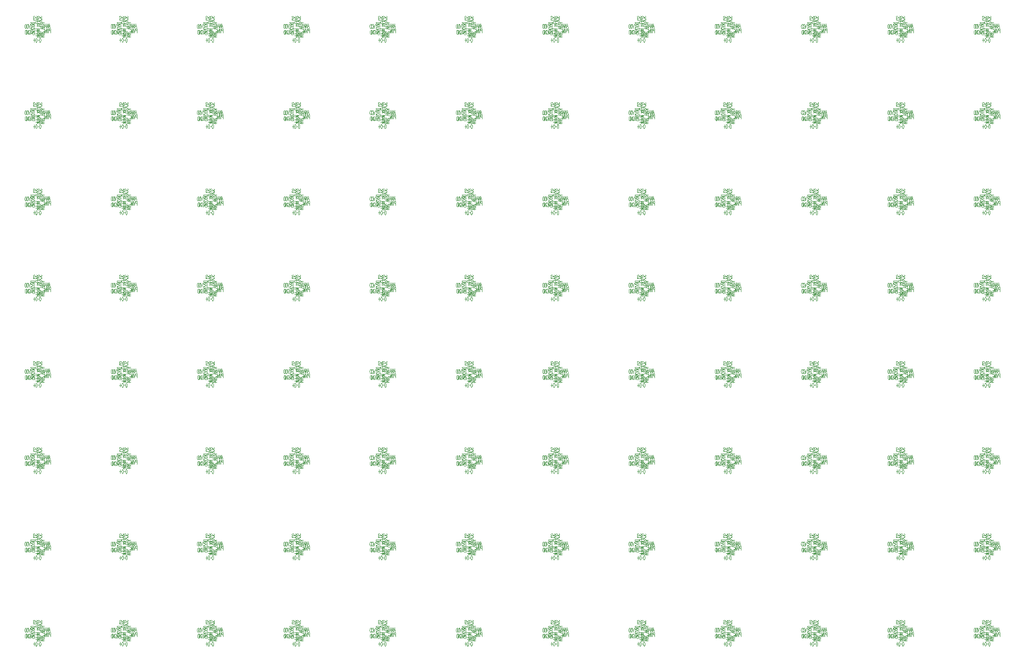
<source format=gbo>
G04 DipTrace 2.4.0.2*
%INDRV2605panel2.gbo*%
%MOIN*%
%ADD43C,0.0033*%
%FSLAX44Y44*%
G04*
G70*
G90*
G75*
G01*
%LNBotSilk*%
%LPD*%
X5670Y6421D2*
D43*
X5641Y6436D1*
X5627Y6457D1*
Y6486D1*
X5641Y6508D1*
X5670Y6522D1*
X5698D1*
X5727Y6515D1*
X5742Y6508D1*
X5756Y6493D1*
X5785Y6450D1*
X5799Y6436D1*
X5813Y6429D1*
X5842Y6421D1*
X5885D1*
X5914Y6436D1*
X5928Y6457D1*
Y6486D1*
X5914Y6508D1*
X5885Y6522D1*
X5698Y6281D2*
X5670Y6288D1*
X5641Y6303D1*
X5627Y6317D1*
Y6346D1*
X5641Y6360D1*
X5670Y6374D1*
X5698Y6382D1*
X5742Y6389D1*
X5813D1*
X5856Y6382D1*
X5885Y6374D1*
X5914Y6360D1*
X5928Y6346D1*
Y6317D1*
X5914Y6303D1*
X5885Y6288D1*
X5856Y6281D1*
X5928Y6133D2*
X5627Y6191D1*
X5928Y6248D1*
X5828Y6227D2*
Y6155D1*
X5332Y6425D2*
X5303Y6439D1*
X5289Y6461D1*
Y6490D1*
X5303Y6511D1*
X5332Y6526D1*
X5360D1*
X5389Y6518D1*
X5403Y6511D1*
X5418Y6497D1*
X5446Y6454D1*
X5461Y6439D1*
X5475Y6432D1*
X5504Y6425D1*
X5547D1*
X5575Y6439D1*
X5590Y6461D1*
Y6490D1*
X5575Y6511D1*
X5547Y6526D1*
X5360Y6285D2*
X5332Y6292D1*
X5303Y6306D1*
X5289Y6320D1*
Y6349D1*
X5303Y6364D1*
X5332Y6378D1*
X5360Y6385D1*
X5403Y6392D1*
X5475D1*
X5518Y6385D1*
X5547Y6378D1*
X5575Y6364D1*
X5590Y6349D1*
Y6320D1*
X5575Y6306D1*
X5547Y6292D1*
X5518Y6285D1*
X5289Y6252D2*
X5590D1*
Y6166D1*
X5056Y5931D2*
X4999Y5629D1*
X4942Y5931D1*
X4909D2*
Y5629D1*
X4859D1*
X4837Y5644D1*
X4823Y5672D1*
X4816Y5701D1*
X4808Y5744D1*
Y5816D1*
X4816Y5859D1*
X4823Y5887D1*
X4837Y5916D1*
X4859Y5931D1*
X4909D1*
X4776D2*
Y5629D1*
X4725D1*
X4704Y5644D1*
X4689Y5672D1*
X4682Y5701D1*
X4675Y5744D1*
Y5816D1*
X4682Y5859D1*
X4689Y5887D1*
X4704Y5916D1*
X4725Y5931D1*
X4776D1*
X4961Y5427D2*
X4968Y5455D1*
X4983Y5484D1*
X4997Y5499D1*
X5026D1*
X5040Y5484D1*
X5054Y5455D1*
X5062Y5427D1*
X5069Y5384D1*
Y5312D1*
X5062Y5269D1*
X5054Y5240D1*
X5040Y5212D1*
X5026Y5197D1*
X4997D1*
X4983Y5212D1*
X4968Y5240D1*
X4961Y5269D1*
Y5312D1*
X4997D1*
X4828Y5499D2*
Y5197D1*
X4928Y5499D1*
Y5197D1*
X4795Y5499D2*
Y5197D1*
X4745D1*
X4723Y5212D1*
X4709Y5240D1*
X4702Y5269D1*
X4695Y5312D1*
Y5384D1*
X4702Y5427D1*
X4709Y5455D1*
X4723Y5484D1*
X4745Y5499D1*
X4795D1*
X5816Y4921D2*
X5830Y4906D1*
X5845Y4877D1*
X5852Y4849D1*
X5859Y4806D1*
Y4734D1*
X5852Y4691D1*
X5845Y4662D1*
X5830Y4634D1*
X5816Y4619D1*
X5787D1*
X5773Y4634D1*
X5759Y4662D1*
X5752Y4691D1*
X5744Y4734D1*
Y4806D1*
X5752Y4849D1*
X5759Y4877D1*
X5773Y4906D1*
X5787Y4921D1*
X5816D1*
X5712Y4770D2*
X5629D1*
X5535Y4916D2*
X5549Y4902D1*
X5564Y4873D1*
X5571Y4845D1*
X5578Y4802D1*
Y4730D1*
X5571Y4687D1*
X5564Y4658D1*
X5549Y4629D1*
X5535Y4615D1*
X5506D1*
X5492Y4629D1*
X5478Y4658D1*
X5470Y4687D1*
X5463Y4730D1*
Y4802D1*
X5470Y4845D1*
X5478Y4873D1*
X5492Y4902D1*
X5506Y4916D1*
X5535D1*
X5366Y4895D2*
Y4636D1*
X5430Y4765D2*
X5301D1*
X6571Y5457D2*
X6507D1*
X6485Y5471D1*
X6478Y5485D1*
X6471Y5514D1*
Y5557D1*
X6478Y5586D1*
X6485Y5600D1*
X6507Y5614D1*
X6571D1*
Y5313D1*
X6438Y5614D2*
X6402Y5313D1*
X6366Y5614D1*
X6330Y5313D1*
X6294Y5614D1*
X6147Y5313D2*
Y5614D1*
X6204Y5313D1*
X6261Y5614D1*
Y5313D1*
X6425Y5671D2*
X6482Y5972D1*
X6540Y5671D1*
X6518Y5771D2*
X6446D1*
X6292Y5972D2*
Y5671D1*
X6392Y5972D1*
Y5671D1*
X6144D2*
X6201Y5972D1*
X6259Y5671D1*
X6237Y5771D2*
X6165D1*
X5117Y6086D2*
X5418D1*
Y6035D1*
X5403Y6014D1*
X5375Y5999D1*
X5346Y5992D1*
X5303Y5985D1*
X5231D1*
X5188Y5992D1*
X5160Y5999D1*
X5131Y6014D1*
X5117Y6035D1*
Y6086D1*
X5260Y5952D2*
Y5888D1*
X5246Y5866D1*
X5231Y5859D1*
X5203Y5852D1*
X5174D1*
X5145Y5859D1*
X5131Y5866D1*
X5117Y5888D1*
Y5952D1*
X5418D1*
X5260Y5902D2*
X5418Y5852D1*
X5117Y5819D2*
X5418Y5762D1*
X5117Y5704D1*
X5189Y5664D2*
X5174D1*
X5145Y5657D1*
X5131Y5650D1*
X5117Y5636D1*
Y5607D1*
X5131Y5593D1*
X5145Y5585D1*
X5174Y5578D1*
X5203D1*
X5232Y5585D1*
X5274Y5600D1*
X5418Y5672D1*
Y5571D1*
X5160Y5452D2*
X5131Y5459D1*
X5117Y5481D1*
Y5495D1*
X5131Y5517D1*
X5174Y5531D1*
X5246Y5538D1*
X5318D1*
X5375Y5531D1*
X5404Y5517D1*
X5418Y5495D1*
Y5488D1*
X5404Y5467D1*
X5375Y5452D1*
X5332Y5445D1*
X5318D1*
X5274Y5452D1*
X5246Y5467D1*
X5232Y5488D1*
Y5495D1*
X5246Y5517D1*
X5274Y5531D1*
X5318Y5538D1*
X5117Y5369D2*
X5131Y5391D1*
X5174Y5405D1*
X5246Y5412D1*
X5289D1*
X5361Y5405D1*
X5404Y5391D1*
X5418Y5369D1*
Y5355D1*
X5404Y5333D1*
X5361Y5319D1*
X5289Y5312D1*
X5246D1*
X5174Y5319D1*
X5131Y5333D1*
X5117Y5355D1*
Y5369D1*
X5174Y5319D2*
X5361Y5405D1*
X5117Y5193D2*
Y5265D1*
X5246Y5272D1*
X5232Y5265D1*
X5217Y5243D1*
Y5222D1*
X5232Y5200D1*
X5260Y5186D1*
X5303Y5178D1*
X5332D1*
X5375Y5186D1*
X5404Y5200D1*
X5418Y5222D1*
Y5243D1*
X5404Y5265D1*
X5389Y5272D1*
X5361Y5279D1*
X5949Y6068D2*
Y6004D1*
X5935Y5982D1*
X5920Y5975D1*
X5892Y5968D1*
X5863D1*
X5834Y5975D1*
X5820Y5982D1*
X5806Y6004D1*
Y6068D1*
X6107D1*
X5949Y6018D2*
X6107Y5968D1*
X5863Y5935D2*
X5849Y5920D1*
X5806Y5899D1*
X6107D1*
X6078Y5859D2*
X6093Y5866D1*
X6107Y5859D1*
X6093Y5852D1*
X6078Y5859D1*
X5806Y5776D2*
X5820Y5797D1*
X5863Y5812D1*
X5935Y5819D1*
X5978D1*
X6050Y5812D1*
X6093Y5797D1*
X6107Y5776D1*
Y5761D1*
X6093Y5740D1*
X6050Y5726D1*
X5978Y5718D1*
X5935D1*
X5863Y5726D1*
X5820Y5740D1*
X5806Y5761D1*
Y5776D1*
X5863Y5726D2*
X6050Y5812D1*
X6107Y5571D2*
X5806Y5628D1*
X6107Y5685D1*
X6006Y5664D2*
Y5592D1*
X5877Y5398D2*
X5863D1*
X5834Y5391D1*
X5820Y5384D1*
X5806Y5369D1*
Y5341D1*
X5820Y5327D1*
X5834Y5319D1*
X5863Y5312D1*
X5892D1*
X5921Y5319D1*
X5963Y5334D1*
X6107Y5405D1*
Y5305D1*
X5806Y5229D2*
X5820Y5251D1*
X5863Y5265D1*
X5935Y5272D1*
X5978D1*
X6050Y5265D1*
X6093Y5251D1*
X6107Y5229D1*
Y5215D1*
X6093Y5193D1*
X6050Y5179D1*
X5978Y5172D1*
X5935D1*
X5863Y5179D1*
X5820Y5193D1*
X5806Y5215D1*
Y5229D1*
X5863Y5179D2*
X6050Y5265D1*
X5863Y5139D2*
X5849Y5124D1*
X5806Y5103D1*
X6107D1*
Y4998D2*
X5806D1*
X6006Y5070D1*
Y4962D1*
X5463Y6029D2*
Y6122D1*
X5764D1*
X5607D2*
Y6065D1*
X5463Y5996D2*
X5764D1*
X5650Y5963D2*
Y5877D1*
X5621D1*
X5592Y5884D1*
X5578Y5892D1*
X5564Y5906D1*
Y5928D1*
X5578Y5942D1*
X5607Y5956D1*
X5650Y5963D1*
X5678D1*
X5721Y5956D1*
X5750Y5942D1*
X5764Y5928D1*
Y5906D1*
X5750Y5892D1*
X5721Y5877D1*
X5564Y5845D2*
X5764Y5766D1*
X5564D2*
X5764Y5845D1*
Y5486D2*
X5463D1*
X5764Y5543D1*
X5463Y5600D1*
X5764D1*
X5564Y5417D2*
X5578Y5431D1*
X5607Y5446D1*
X5650Y5453D1*
X5678D1*
X5721Y5446D1*
X5750Y5431D1*
X5764Y5417D1*
Y5396D1*
X5750Y5381D1*
X5721Y5367D1*
X5678Y5360D1*
X5650D1*
X5607Y5367D1*
X5578Y5381D1*
X5564Y5396D1*
Y5417D1*
X5463Y5241D2*
X5764D1*
X5607D2*
X5578Y5255D1*
X5564Y5269D1*
Y5291D1*
X5578Y5305D1*
X5607Y5320D1*
X5650Y5327D1*
X5678D1*
X5721Y5320D1*
X5750Y5305D1*
X5764Y5291D1*
Y5269D1*
X5750Y5255D1*
X5721Y5241D1*
X5564Y5208D2*
X5707D1*
X5750Y5201D1*
X5764Y5186D1*
Y5165D1*
X5750Y5151D1*
X5707Y5129D1*
X5564D2*
X5764D1*
X5463Y5096D2*
X5764D1*
X5650Y5063D2*
Y4977D1*
X5621D1*
X5592Y4984D1*
X5578Y4992D1*
X5564Y5006D1*
Y5028D1*
X5578Y5042D1*
X5607Y5056D1*
X5650Y5063D1*
X5678D1*
X5721Y5056D1*
X5750Y5042D1*
X5764Y5028D1*
Y5006D1*
X5750Y4992D1*
X5721Y4977D1*
X11990Y6421D2*
X11961Y6436D1*
X11947Y6457D1*
Y6486D1*
X11961Y6508D1*
X11990Y6522D1*
X12018D1*
X12047Y6515D1*
X12062Y6508D1*
X12076Y6493D1*
X12105Y6450D1*
X12119Y6436D1*
X12133Y6429D1*
X12162Y6421D1*
X12205D1*
X12234Y6436D1*
X12248Y6457D1*
Y6486D1*
X12234Y6508D1*
X12205Y6522D1*
X12018Y6281D2*
X11990Y6288D1*
X11961Y6303D1*
X11947Y6317D1*
Y6346D1*
X11961Y6360D1*
X11990Y6374D1*
X12018Y6382D1*
X12062Y6389D1*
X12133D1*
X12176Y6382D1*
X12205Y6374D1*
X12234Y6360D1*
X12248Y6346D1*
Y6317D1*
X12234Y6303D1*
X12205Y6288D1*
X12176Y6281D1*
X12248Y6133D2*
X11947Y6191D1*
X12248Y6248D1*
X12148Y6227D2*
Y6155D1*
X11652Y6425D2*
X11623Y6439D1*
X11609Y6461D1*
Y6490D1*
X11623Y6511D1*
X11652Y6526D1*
X11680D1*
X11709Y6518D1*
X11723Y6511D1*
X11738Y6497D1*
X11766Y6454D1*
X11781Y6439D1*
X11795Y6432D1*
X11824Y6425D1*
X11867D1*
X11895Y6439D1*
X11910Y6461D1*
Y6490D1*
X11895Y6511D1*
X11867Y6526D1*
X11680Y6285D2*
X11652Y6292D1*
X11623Y6306D1*
X11609Y6320D1*
Y6349D1*
X11623Y6364D1*
X11652Y6378D1*
X11680Y6385D1*
X11723Y6392D1*
X11795D1*
X11838Y6385D1*
X11867Y6378D1*
X11895Y6364D1*
X11910Y6349D1*
Y6320D1*
X11895Y6306D1*
X11867Y6292D1*
X11838Y6285D1*
X11609Y6252D2*
X11910D1*
Y6166D1*
X11376Y5931D2*
X11319Y5629D1*
X11262Y5931D1*
X11229D2*
Y5629D1*
X11179D1*
X11157Y5644D1*
X11143Y5672D1*
X11136Y5701D1*
X11128Y5744D1*
Y5816D1*
X11136Y5859D1*
X11143Y5887D1*
X11157Y5916D1*
X11179Y5931D1*
X11229D1*
X11096D2*
Y5629D1*
X11045D1*
X11024Y5644D1*
X11009Y5672D1*
X11002Y5701D1*
X10995Y5744D1*
Y5816D1*
X11002Y5859D1*
X11009Y5887D1*
X11024Y5916D1*
X11045Y5931D1*
X11096D1*
X11281Y5427D2*
X11288Y5455D1*
X11303Y5484D1*
X11317Y5499D1*
X11346D1*
X11360Y5484D1*
X11374Y5455D1*
X11382Y5427D1*
X11389Y5384D1*
Y5312D1*
X11382Y5269D1*
X11374Y5240D1*
X11360Y5212D1*
X11346Y5197D1*
X11317D1*
X11303Y5212D1*
X11288Y5240D1*
X11281Y5269D1*
Y5312D1*
X11317D1*
X11148Y5499D2*
Y5197D1*
X11248Y5499D1*
Y5197D1*
X11115Y5499D2*
Y5197D1*
X11065D1*
X11043Y5212D1*
X11029Y5240D1*
X11022Y5269D1*
X11015Y5312D1*
Y5384D1*
X11022Y5427D1*
X11029Y5455D1*
X11043Y5484D1*
X11065Y5499D1*
X11115D1*
X12136Y4921D2*
X12150Y4906D1*
X12165Y4877D1*
X12172Y4849D1*
X12179Y4806D1*
Y4734D1*
X12172Y4691D1*
X12165Y4662D1*
X12150Y4634D1*
X12136Y4619D1*
X12107D1*
X12093Y4634D1*
X12079Y4662D1*
X12072Y4691D1*
X12064Y4734D1*
Y4806D1*
X12072Y4849D1*
X12079Y4877D1*
X12093Y4906D1*
X12107Y4921D1*
X12136D1*
X12032Y4770D2*
X11949D1*
X11855Y4916D2*
X11869Y4902D1*
X11884Y4873D1*
X11891Y4845D1*
X11898Y4802D1*
Y4730D1*
X11891Y4687D1*
X11884Y4658D1*
X11869Y4629D1*
X11855Y4615D1*
X11826D1*
X11812Y4629D1*
X11798Y4658D1*
X11790Y4687D1*
X11783Y4730D1*
Y4802D1*
X11790Y4845D1*
X11798Y4873D1*
X11812Y4902D1*
X11826Y4916D1*
X11855D1*
X11686Y4895D2*
Y4636D1*
X11750Y4765D2*
X11621D1*
X12891Y5457D2*
X12827D1*
X12805Y5471D1*
X12798Y5485D1*
X12791Y5514D1*
Y5557D1*
X12798Y5586D1*
X12805Y5600D1*
X12827Y5614D1*
X12891D1*
Y5313D1*
X12758Y5614D2*
X12722Y5313D1*
X12686Y5614D1*
X12650Y5313D1*
X12614Y5614D1*
X12467Y5313D2*
Y5614D1*
X12524Y5313D1*
X12581Y5614D1*
Y5313D1*
X12745Y5671D2*
X12802Y5972D1*
X12860Y5671D1*
X12838Y5771D2*
X12766D1*
X12612Y5972D2*
Y5671D1*
X12712Y5972D1*
Y5671D1*
X12464D2*
X12521Y5972D1*
X12579Y5671D1*
X12557Y5771D2*
X12485D1*
X11437Y6086D2*
X11738D1*
Y6035D1*
X11723Y6014D1*
X11695Y5999D1*
X11666Y5992D1*
X11623Y5985D1*
X11551D1*
X11508Y5992D1*
X11480Y5999D1*
X11451Y6014D1*
X11437Y6035D1*
Y6086D1*
X11580Y5952D2*
Y5888D1*
X11566Y5866D1*
X11551Y5859D1*
X11523Y5852D1*
X11494D1*
X11465Y5859D1*
X11451Y5866D1*
X11437Y5888D1*
Y5952D1*
X11738D1*
X11580Y5902D2*
X11738Y5852D1*
X11437Y5819D2*
X11738Y5762D1*
X11437Y5704D1*
X11509Y5664D2*
X11494D1*
X11465Y5657D1*
X11451Y5650D1*
X11437Y5636D1*
Y5607D1*
X11451Y5593D1*
X11465Y5585D1*
X11494Y5578D1*
X11523D1*
X11552Y5585D1*
X11594Y5600D1*
X11738Y5672D1*
Y5571D1*
X11480Y5452D2*
X11451Y5459D1*
X11437Y5481D1*
Y5495D1*
X11451Y5517D1*
X11494Y5531D1*
X11566Y5538D1*
X11638D1*
X11695Y5531D1*
X11724Y5517D1*
X11738Y5495D1*
Y5488D1*
X11724Y5467D1*
X11695Y5452D1*
X11652Y5445D1*
X11638D1*
X11594Y5452D1*
X11566Y5467D1*
X11552Y5488D1*
Y5495D1*
X11566Y5517D1*
X11594Y5531D1*
X11638Y5538D1*
X11437Y5369D2*
X11451Y5391D1*
X11494Y5405D1*
X11566Y5412D1*
X11609D1*
X11681Y5405D1*
X11724Y5391D1*
X11738Y5369D1*
Y5355D1*
X11724Y5333D1*
X11681Y5319D1*
X11609Y5312D1*
X11566D1*
X11494Y5319D1*
X11451Y5333D1*
X11437Y5355D1*
Y5369D1*
X11494Y5319D2*
X11681Y5405D1*
X11437Y5193D2*
Y5265D1*
X11566Y5272D1*
X11552Y5265D1*
X11537Y5243D1*
Y5222D1*
X11552Y5200D1*
X11580Y5186D1*
X11623Y5178D1*
X11652D1*
X11695Y5186D1*
X11724Y5200D1*
X11738Y5222D1*
Y5243D1*
X11724Y5265D1*
X11709Y5272D1*
X11681Y5279D1*
X12269Y6068D2*
Y6004D1*
X12255Y5982D1*
X12240Y5975D1*
X12212Y5968D1*
X12183D1*
X12154Y5975D1*
X12140Y5982D1*
X12126Y6004D1*
Y6068D1*
X12427D1*
X12269Y6018D2*
X12427Y5968D1*
X12183Y5935D2*
X12169Y5920D1*
X12126Y5899D1*
X12427D1*
X12398Y5859D2*
X12413Y5866D1*
X12427Y5859D1*
X12413Y5852D1*
X12398Y5859D1*
X12126Y5776D2*
X12140Y5797D1*
X12183Y5812D1*
X12255Y5819D1*
X12298D1*
X12370Y5812D1*
X12413Y5797D1*
X12427Y5776D1*
Y5761D1*
X12413Y5740D1*
X12370Y5726D1*
X12298Y5718D1*
X12255D1*
X12183Y5726D1*
X12140Y5740D1*
X12126Y5761D1*
Y5776D1*
X12183Y5726D2*
X12370Y5812D1*
X12427Y5571D2*
X12126Y5628D1*
X12427Y5685D1*
X12326Y5664D2*
Y5592D1*
X12197Y5398D2*
X12183D1*
X12154Y5391D1*
X12140Y5384D1*
X12126Y5369D1*
Y5341D1*
X12140Y5327D1*
X12154Y5319D1*
X12183Y5312D1*
X12212D1*
X12241Y5319D1*
X12283Y5334D1*
X12427Y5405D1*
Y5305D1*
X12126Y5229D2*
X12140Y5251D1*
X12183Y5265D1*
X12255Y5272D1*
X12298D1*
X12370Y5265D1*
X12413Y5251D1*
X12427Y5229D1*
Y5215D1*
X12413Y5193D1*
X12370Y5179D1*
X12298Y5172D1*
X12255D1*
X12183Y5179D1*
X12140Y5193D1*
X12126Y5215D1*
Y5229D1*
X12183Y5179D2*
X12370Y5265D1*
X12183Y5139D2*
X12169Y5124D1*
X12126Y5103D1*
X12427D1*
Y4998D2*
X12126D1*
X12326Y5070D1*
Y4962D1*
X11783Y6029D2*
Y6122D1*
X12084D1*
X11927D2*
Y6065D1*
X11783Y5996D2*
X12084D1*
X11970Y5963D2*
Y5877D1*
X11941D1*
X11912Y5884D1*
X11898Y5892D1*
X11884Y5906D1*
Y5928D1*
X11898Y5942D1*
X11927Y5956D1*
X11970Y5963D1*
X11998D1*
X12041Y5956D1*
X12070Y5942D1*
X12084Y5928D1*
Y5906D1*
X12070Y5892D1*
X12041Y5877D1*
X11884Y5845D2*
X12084Y5766D1*
X11884D2*
X12084Y5845D1*
Y5486D2*
X11783D1*
X12084Y5543D1*
X11783Y5600D1*
X12084D1*
X11884Y5417D2*
X11898Y5431D1*
X11927Y5446D1*
X11970Y5453D1*
X11998D1*
X12041Y5446D1*
X12070Y5431D1*
X12084Y5417D1*
Y5396D1*
X12070Y5381D1*
X12041Y5367D1*
X11998Y5360D1*
X11970D1*
X11927Y5367D1*
X11898Y5381D1*
X11884Y5396D1*
Y5417D1*
X11783Y5241D2*
X12084D1*
X11927D2*
X11898Y5255D1*
X11884Y5269D1*
Y5291D1*
X11898Y5305D1*
X11927Y5320D1*
X11970Y5327D1*
X11998D1*
X12041Y5320D1*
X12070Y5305D1*
X12084Y5291D1*
Y5269D1*
X12070Y5255D1*
X12041Y5241D1*
X11884Y5208D2*
X12027D1*
X12070Y5201D1*
X12084Y5186D1*
Y5165D1*
X12070Y5151D1*
X12027Y5129D1*
X11884D2*
X12084D1*
X11783Y5096D2*
X12084D1*
X11970Y5063D2*
Y4977D1*
X11941D1*
X11912Y4984D1*
X11898Y4992D1*
X11884Y5006D1*
Y5028D1*
X11898Y5042D1*
X11927Y5056D1*
X11970Y5063D1*
X11998D1*
X12041Y5056D1*
X12070Y5042D1*
X12084Y5028D1*
Y5006D1*
X12070Y4992D1*
X12041Y4977D1*
X18310Y6421D2*
X18281Y6436D1*
X18267Y6457D1*
Y6486D1*
X18281Y6508D1*
X18310Y6522D1*
X18338D1*
X18367Y6515D1*
X18382Y6508D1*
X18396Y6493D1*
X18425Y6450D1*
X18439Y6436D1*
X18453Y6429D1*
X18482Y6421D1*
X18525D1*
X18554Y6436D1*
X18568Y6457D1*
Y6486D1*
X18554Y6508D1*
X18525Y6522D1*
X18338Y6281D2*
X18310Y6288D1*
X18281Y6303D1*
X18267Y6317D1*
Y6346D1*
X18281Y6360D1*
X18310Y6374D1*
X18338Y6382D1*
X18382Y6389D1*
X18453D1*
X18496Y6382D1*
X18525Y6374D1*
X18554Y6360D1*
X18568Y6346D1*
Y6317D1*
X18554Y6303D1*
X18525Y6288D1*
X18496Y6281D1*
X18568Y6133D2*
X18267Y6191D1*
X18568Y6248D1*
X18468Y6227D2*
Y6155D1*
X17972Y6425D2*
X17943Y6439D1*
X17929Y6461D1*
Y6490D1*
X17943Y6511D1*
X17972Y6526D1*
X18000D1*
X18029Y6518D1*
X18043Y6511D1*
X18058Y6497D1*
X18086Y6454D1*
X18101Y6439D1*
X18115Y6432D1*
X18144Y6425D1*
X18187D1*
X18215Y6439D1*
X18230Y6461D1*
Y6490D1*
X18215Y6511D1*
X18187Y6526D1*
X18000Y6285D2*
X17972Y6292D1*
X17943Y6306D1*
X17929Y6320D1*
Y6349D1*
X17943Y6364D1*
X17972Y6378D1*
X18000Y6385D1*
X18043Y6392D1*
X18115D1*
X18158Y6385D1*
X18187Y6378D1*
X18215Y6364D1*
X18230Y6349D1*
Y6320D1*
X18215Y6306D1*
X18187Y6292D1*
X18158Y6285D1*
X17929Y6252D2*
X18230D1*
Y6166D1*
X17696Y5931D2*
X17639Y5629D1*
X17582Y5931D1*
X17549D2*
Y5629D1*
X17499D1*
X17477Y5644D1*
X17463Y5672D1*
X17456Y5701D1*
X17448Y5744D1*
Y5816D1*
X17456Y5859D1*
X17463Y5887D1*
X17477Y5916D1*
X17499Y5931D1*
X17549D1*
X17416D2*
Y5629D1*
X17365D1*
X17344Y5644D1*
X17329Y5672D1*
X17322Y5701D1*
X17315Y5744D1*
Y5816D1*
X17322Y5859D1*
X17329Y5887D1*
X17344Y5916D1*
X17365Y5931D1*
X17416D1*
X17601Y5427D2*
X17608Y5455D1*
X17623Y5484D1*
X17637Y5499D1*
X17666D1*
X17680Y5484D1*
X17694Y5455D1*
X17702Y5427D1*
X17709Y5384D1*
Y5312D1*
X17702Y5269D1*
X17694Y5240D1*
X17680Y5212D1*
X17666Y5197D1*
X17637D1*
X17623Y5212D1*
X17608Y5240D1*
X17601Y5269D1*
Y5312D1*
X17637D1*
X17468Y5499D2*
Y5197D1*
X17568Y5499D1*
Y5197D1*
X17435Y5499D2*
Y5197D1*
X17385D1*
X17363Y5212D1*
X17349Y5240D1*
X17342Y5269D1*
X17335Y5312D1*
Y5384D1*
X17342Y5427D1*
X17349Y5455D1*
X17363Y5484D1*
X17385Y5499D1*
X17435D1*
X18456Y4921D2*
X18470Y4906D1*
X18485Y4877D1*
X18492Y4849D1*
X18499Y4806D1*
Y4734D1*
X18492Y4691D1*
X18485Y4662D1*
X18470Y4634D1*
X18456Y4619D1*
X18427D1*
X18413Y4634D1*
X18399Y4662D1*
X18392Y4691D1*
X18384Y4734D1*
Y4806D1*
X18392Y4849D1*
X18399Y4877D1*
X18413Y4906D1*
X18427Y4921D1*
X18456D1*
X18352Y4770D2*
X18269D1*
X18175Y4916D2*
X18189Y4902D1*
X18204Y4873D1*
X18211Y4845D1*
X18218Y4802D1*
Y4730D1*
X18211Y4687D1*
X18204Y4658D1*
X18189Y4629D1*
X18175Y4615D1*
X18146D1*
X18132Y4629D1*
X18118Y4658D1*
X18110Y4687D1*
X18103Y4730D1*
Y4802D1*
X18110Y4845D1*
X18118Y4873D1*
X18132Y4902D1*
X18146Y4916D1*
X18175D1*
X18006Y4895D2*
Y4636D1*
X18070Y4765D2*
X17941D1*
X19211Y5457D2*
X19147D1*
X19125Y5471D1*
X19118Y5485D1*
X19111Y5514D1*
Y5557D1*
X19118Y5586D1*
X19125Y5600D1*
X19147Y5614D1*
X19211D1*
Y5313D1*
X19078Y5614D2*
X19042Y5313D1*
X19006Y5614D1*
X18970Y5313D1*
X18934Y5614D1*
X18787Y5313D2*
Y5614D1*
X18844Y5313D1*
X18901Y5614D1*
Y5313D1*
X19065Y5671D2*
X19122Y5972D1*
X19180Y5671D1*
X19158Y5771D2*
X19086D1*
X18932Y5972D2*
Y5671D1*
X19032Y5972D1*
Y5671D1*
X18784D2*
X18841Y5972D1*
X18899Y5671D1*
X18877Y5771D2*
X18805D1*
X17757Y6086D2*
X18058D1*
Y6035D1*
X18043Y6014D1*
X18015Y5999D1*
X17986Y5992D1*
X17943Y5985D1*
X17871D1*
X17828Y5992D1*
X17800Y5999D1*
X17771Y6014D1*
X17757Y6035D1*
Y6086D1*
X17900Y5952D2*
Y5888D1*
X17886Y5866D1*
X17871Y5859D1*
X17843Y5852D1*
X17814D1*
X17785Y5859D1*
X17771Y5866D1*
X17757Y5888D1*
Y5952D1*
X18058D1*
X17900Y5902D2*
X18058Y5852D1*
X17757Y5819D2*
X18058Y5762D1*
X17757Y5704D1*
X17829Y5664D2*
X17814D1*
X17785Y5657D1*
X17771Y5650D1*
X17757Y5636D1*
Y5607D1*
X17771Y5593D1*
X17785Y5585D1*
X17814Y5578D1*
X17843D1*
X17872Y5585D1*
X17914Y5600D1*
X18058Y5672D1*
Y5571D1*
X17800Y5452D2*
X17771Y5459D1*
X17757Y5481D1*
Y5495D1*
X17771Y5517D1*
X17814Y5531D1*
X17886Y5538D1*
X17958D1*
X18015Y5531D1*
X18044Y5517D1*
X18058Y5495D1*
Y5488D1*
X18044Y5467D1*
X18015Y5452D1*
X17972Y5445D1*
X17958D1*
X17914Y5452D1*
X17886Y5467D1*
X17872Y5488D1*
Y5495D1*
X17886Y5517D1*
X17914Y5531D1*
X17958Y5538D1*
X17757Y5369D2*
X17771Y5391D1*
X17814Y5405D1*
X17886Y5412D1*
X17929D1*
X18001Y5405D1*
X18044Y5391D1*
X18058Y5369D1*
Y5355D1*
X18044Y5333D1*
X18001Y5319D1*
X17929Y5312D1*
X17886D1*
X17814Y5319D1*
X17771Y5333D1*
X17757Y5355D1*
Y5369D1*
X17814Y5319D2*
X18001Y5405D1*
X17757Y5193D2*
Y5265D1*
X17886Y5272D1*
X17872Y5265D1*
X17857Y5243D1*
Y5222D1*
X17872Y5200D1*
X17900Y5186D1*
X17943Y5178D1*
X17972D1*
X18015Y5186D1*
X18044Y5200D1*
X18058Y5222D1*
Y5243D1*
X18044Y5265D1*
X18029Y5272D1*
X18001Y5279D1*
X18589Y6068D2*
Y6004D1*
X18575Y5982D1*
X18560Y5975D1*
X18532Y5968D1*
X18503D1*
X18474Y5975D1*
X18460Y5982D1*
X18446Y6004D1*
Y6068D1*
X18747D1*
X18589Y6018D2*
X18747Y5968D1*
X18503Y5935D2*
X18489Y5920D1*
X18446Y5899D1*
X18747D1*
X18718Y5859D2*
X18733Y5866D1*
X18747Y5859D1*
X18733Y5852D1*
X18718Y5859D1*
X18446Y5776D2*
X18460Y5797D1*
X18503Y5812D1*
X18575Y5819D1*
X18618D1*
X18690Y5812D1*
X18733Y5797D1*
X18747Y5776D1*
Y5761D1*
X18733Y5740D1*
X18690Y5726D1*
X18618Y5718D1*
X18575D1*
X18503Y5726D1*
X18460Y5740D1*
X18446Y5761D1*
Y5776D1*
X18503Y5726D2*
X18690Y5812D1*
X18747Y5571D2*
X18446Y5628D1*
X18747Y5685D1*
X18646Y5664D2*
Y5592D1*
X18517Y5398D2*
X18503D1*
X18474Y5391D1*
X18460Y5384D1*
X18446Y5369D1*
Y5341D1*
X18460Y5327D1*
X18474Y5319D1*
X18503Y5312D1*
X18532D1*
X18561Y5319D1*
X18603Y5334D1*
X18747Y5405D1*
Y5305D1*
X18446Y5229D2*
X18460Y5251D1*
X18503Y5265D1*
X18575Y5272D1*
X18618D1*
X18690Y5265D1*
X18733Y5251D1*
X18747Y5229D1*
Y5215D1*
X18733Y5193D1*
X18690Y5179D1*
X18618Y5172D1*
X18575D1*
X18503Y5179D1*
X18460Y5193D1*
X18446Y5215D1*
Y5229D1*
X18503Y5179D2*
X18690Y5265D1*
X18503Y5139D2*
X18489Y5124D1*
X18446Y5103D1*
X18747D1*
Y4998D2*
X18446D1*
X18646Y5070D1*
Y4962D1*
X18103Y6029D2*
Y6122D1*
X18404D1*
X18247D2*
Y6065D1*
X18103Y5996D2*
X18404D1*
X18290Y5963D2*
Y5877D1*
X18261D1*
X18232Y5884D1*
X18218Y5892D1*
X18204Y5906D1*
Y5928D1*
X18218Y5942D1*
X18247Y5956D1*
X18290Y5963D1*
X18318D1*
X18361Y5956D1*
X18390Y5942D1*
X18404Y5928D1*
Y5906D1*
X18390Y5892D1*
X18361Y5877D1*
X18204Y5845D2*
X18404Y5766D1*
X18204D2*
X18404Y5845D1*
Y5486D2*
X18103D1*
X18404Y5543D1*
X18103Y5600D1*
X18404D1*
X18204Y5417D2*
X18218Y5431D1*
X18247Y5446D1*
X18290Y5453D1*
X18318D1*
X18361Y5446D1*
X18390Y5431D1*
X18404Y5417D1*
Y5396D1*
X18390Y5381D1*
X18361Y5367D1*
X18318Y5360D1*
X18290D1*
X18247Y5367D1*
X18218Y5381D1*
X18204Y5396D1*
Y5417D1*
X18103Y5241D2*
X18404D1*
X18247D2*
X18218Y5255D1*
X18204Y5269D1*
Y5291D1*
X18218Y5305D1*
X18247Y5320D1*
X18290Y5327D1*
X18318D1*
X18361Y5320D1*
X18390Y5305D1*
X18404Y5291D1*
Y5269D1*
X18390Y5255D1*
X18361Y5241D1*
X18204Y5208D2*
X18347D1*
X18390Y5201D1*
X18404Y5186D1*
Y5165D1*
X18390Y5151D1*
X18347Y5129D1*
X18204D2*
X18404D1*
X18103Y5096D2*
X18404D1*
X18290Y5063D2*
Y4977D1*
X18261D1*
X18232Y4984D1*
X18218Y4992D1*
X18204Y5006D1*
Y5028D1*
X18218Y5042D1*
X18247Y5056D1*
X18290Y5063D1*
X18318D1*
X18361Y5056D1*
X18390Y5042D1*
X18404Y5028D1*
Y5006D1*
X18390Y4992D1*
X18361Y4977D1*
X24630Y6421D2*
X24601Y6436D1*
X24587Y6457D1*
Y6486D1*
X24601Y6508D1*
X24630Y6522D1*
X24658D1*
X24687Y6515D1*
X24702Y6508D1*
X24716Y6493D1*
X24745Y6450D1*
X24759Y6436D1*
X24773Y6429D1*
X24802Y6421D1*
X24845D1*
X24874Y6436D1*
X24888Y6457D1*
Y6486D1*
X24874Y6508D1*
X24845Y6522D1*
X24658Y6281D2*
X24630Y6288D1*
X24601Y6303D1*
X24587Y6317D1*
Y6346D1*
X24601Y6360D1*
X24630Y6374D1*
X24658Y6382D1*
X24702Y6389D1*
X24773D1*
X24816Y6382D1*
X24845Y6374D1*
X24874Y6360D1*
X24888Y6346D1*
Y6317D1*
X24874Y6303D1*
X24845Y6288D1*
X24816Y6281D1*
X24888Y6133D2*
X24587Y6191D1*
X24888Y6248D1*
X24788Y6227D2*
Y6155D1*
X24292Y6425D2*
X24263Y6439D1*
X24249Y6461D1*
Y6490D1*
X24263Y6511D1*
X24292Y6526D1*
X24320D1*
X24349Y6518D1*
X24363Y6511D1*
X24378Y6497D1*
X24406Y6454D1*
X24421Y6439D1*
X24435Y6432D1*
X24464Y6425D1*
X24507D1*
X24535Y6439D1*
X24550Y6461D1*
Y6490D1*
X24535Y6511D1*
X24507Y6526D1*
X24320Y6285D2*
X24292Y6292D1*
X24263Y6306D1*
X24249Y6320D1*
Y6349D1*
X24263Y6364D1*
X24292Y6378D1*
X24320Y6385D1*
X24363Y6392D1*
X24435D1*
X24478Y6385D1*
X24507Y6378D1*
X24535Y6364D1*
X24550Y6349D1*
Y6320D1*
X24535Y6306D1*
X24507Y6292D1*
X24478Y6285D1*
X24249Y6252D2*
X24550D1*
Y6166D1*
X24016Y5931D2*
X23959Y5629D1*
X23902Y5931D1*
X23869D2*
Y5629D1*
X23819D1*
X23797Y5644D1*
X23783Y5672D1*
X23776Y5701D1*
X23768Y5744D1*
Y5816D1*
X23776Y5859D1*
X23783Y5887D1*
X23797Y5916D1*
X23819Y5931D1*
X23869D1*
X23736D2*
Y5629D1*
X23685D1*
X23664Y5644D1*
X23649Y5672D1*
X23642Y5701D1*
X23635Y5744D1*
Y5816D1*
X23642Y5859D1*
X23649Y5887D1*
X23664Y5916D1*
X23685Y5931D1*
X23736D1*
X23921Y5427D2*
X23928Y5455D1*
X23943Y5484D1*
X23957Y5499D1*
X23986D1*
X24000Y5484D1*
X24014Y5455D1*
X24022Y5427D1*
X24029Y5384D1*
Y5312D1*
X24022Y5269D1*
X24014Y5240D1*
X24000Y5212D1*
X23986Y5197D1*
X23957D1*
X23943Y5212D1*
X23928Y5240D1*
X23921Y5269D1*
Y5312D1*
X23957D1*
X23788Y5499D2*
Y5197D1*
X23888Y5499D1*
Y5197D1*
X23755Y5499D2*
Y5197D1*
X23705D1*
X23683Y5212D1*
X23669Y5240D1*
X23662Y5269D1*
X23655Y5312D1*
Y5384D1*
X23662Y5427D1*
X23669Y5455D1*
X23683Y5484D1*
X23705Y5499D1*
X23755D1*
X24776Y4921D2*
X24790Y4906D1*
X24805Y4877D1*
X24812Y4849D1*
X24819Y4806D1*
Y4734D1*
X24812Y4691D1*
X24805Y4662D1*
X24790Y4634D1*
X24776Y4619D1*
X24747D1*
X24733Y4634D1*
X24719Y4662D1*
X24712Y4691D1*
X24704Y4734D1*
Y4806D1*
X24712Y4849D1*
X24719Y4877D1*
X24733Y4906D1*
X24747Y4921D1*
X24776D1*
X24672Y4770D2*
X24589D1*
X24495Y4916D2*
X24509Y4902D1*
X24524Y4873D1*
X24531Y4845D1*
X24538Y4802D1*
Y4730D1*
X24531Y4687D1*
X24524Y4658D1*
X24509Y4629D1*
X24495Y4615D1*
X24466D1*
X24452Y4629D1*
X24438Y4658D1*
X24430Y4687D1*
X24423Y4730D1*
Y4802D1*
X24430Y4845D1*
X24438Y4873D1*
X24452Y4902D1*
X24466Y4916D1*
X24495D1*
X24326Y4895D2*
Y4636D1*
X24390Y4765D2*
X24261D1*
X25531Y5457D2*
X25467D1*
X25445Y5471D1*
X25438Y5485D1*
X25431Y5514D1*
Y5557D1*
X25438Y5586D1*
X25445Y5600D1*
X25467Y5614D1*
X25531D1*
Y5313D1*
X25398Y5614D2*
X25362Y5313D1*
X25326Y5614D1*
X25290Y5313D1*
X25254Y5614D1*
X25107Y5313D2*
Y5614D1*
X25164Y5313D1*
X25221Y5614D1*
Y5313D1*
X25385Y5671D2*
X25442Y5972D1*
X25500Y5671D1*
X25478Y5771D2*
X25406D1*
X25252Y5972D2*
Y5671D1*
X25352Y5972D1*
Y5671D1*
X25104D2*
X25161Y5972D1*
X25219Y5671D1*
X25197Y5771D2*
X25125D1*
X24077Y6086D2*
X24378D1*
Y6035D1*
X24363Y6014D1*
X24335Y5999D1*
X24306Y5992D1*
X24263Y5985D1*
X24191D1*
X24148Y5992D1*
X24120Y5999D1*
X24091Y6014D1*
X24077Y6035D1*
Y6086D1*
X24220Y5952D2*
Y5888D1*
X24206Y5866D1*
X24191Y5859D1*
X24163Y5852D1*
X24134D1*
X24105Y5859D1*
X24091Y5866D1*
X24077Y5888D1*
Y5952D1*
X24378D1*
X24220Y5902D2*
X24378Y5852D1*
X24077Y5819D2*
X24378Y5762D1*
X24077Y5704D1*
X24149Y5664D2*
X24134D1*
X24105Y5657D1*
X24091Y5650D1*
X24077Y5636D1*
Y5607D1*
X24091Y5593D1*
X24105Y5585D1*
X24134Y5578D1*
X24163D1*
X24192Y5585D1*
X24234Y5600D1*
X24378Y5672D1*
Y5571D1*
X24120Y5452D2*
X24091Y5459D1*
X24077Y5481D1*
Y5495D1*
X24091Y5517D1*
X24134Y5531D1*
X24206Y5538D1*
X24278D1*
X24335Y5531D1*
X24364Y5517D1*
X24378Y5495D1*
Y5488D1*
X24364Y5467D1*
X24335Y5452D1*
X24292Y5445D1*
X24278D1*
X24234Y5452D1*
X24206Y5467D1*
X24192Y5488D1*
Y5495D1*
X24206Y5517D1*
X24234Y5531D1*
X24278Y5538D1*
X24077Y5369D2*
X24091Y5391D1*
X24134Y5405D1*
X24206Y5412D1*
X24249D1*
X24321Y5405D1*
X24364Y5391D1*
X24378Y5369D1*
Y5355D1*
X24364Y5333D1*
X24321Y5319D1*
X24249Y5312D1*
X24206D1*
X24134Y5319D1*
X24091Y5333D1*
X24077Y5355D1*
Y5369D1*
X24134Y5319D2*
X24321Y5405D1*
X24077Y5193D2*
Y5265D1*
X24206Y5272D1*
X24192Y5265D1*
X24177Y5243D1*
Y5222D1*
X24192Y5200D1*
X24220Y5186D1*
X24263Y5178D1*
X24292D1*
X24335Y5186D1*
X24364Y5200D1*
X24378Y5222D1*
Y5243D1*
X24364Y5265D1*
X24349Y5272D1*
X24321Y5279D1*
X24909Y6068D2*
Y6004D1*
X24895Y5982D1*
X24880Y5975D1*
X24852Y5968D1*
X24823D1*
X24794Y5975D1*
X24780Y5982D1*
X24766Y6004D1*
Y6068D1*
X25067D1*
X24909Y6018D2*
X25067Y5968D1*
X24823Y5935D2*
X24809Y5920D1*
X24766Y5899D1*
X25067D1*
X25038Y5859D2*
X25053Y5866D1*
X25067Y5859D1*
X25053Y5852D1*
X25038Y5859D1*
X24766Y5776D2*
X24780Y5797D1*
X24823Y5812D1*
X24895Y5819D1*
X24938D1*
X25010Y5812D1*
X25053Y5797D1*
X25067Y5776D1*
Y5761D1*
X25053Y5740D1*
X25010Y5726D1*
X24938Y5718D1*
X24895D1*
X24823Y5726D1*
X24780Y5740D1*
X24766Y5761D1*
Y5776D1*
X24823Y5726D2*
X25010Y5812D1*
X25067Y5571D2*
X24766Y5628D1*
X25067Y5685D1*
X24966Y5664D2*
Y5592D1*
X24837Y5398D2*
X24823D1*
X24794Y5391D1*
X24780Y5384D1*
X24766Y5369D1*
Y5341D1*
X24780Y5327D1*
X24794Y5319D1*
X24823Y5312D1*
X24852D1*
X24881Y5319D1*
X24923Y5334D1*
X25067Y5405D1*
Y5305D1*
X24766Y5229D2*
X24780Y5251D1*
X24823Y5265D1*
X24895Y5272D1*
X24938D1*
X25010Y5265D1*
X25053Y5251D1*
X25067Y5229D1*
Y5215D1*
X25053Y5193D1*
X25010Y5179D1*
X24938Y5172D1*
X24895D1*
X24823Y5179D1*
X24780Y5193D1*
X24766Y5215D1*
Y5229D1*
X24823Y5179D2*
X25010Y5265D1*
X24823Y5139D2*
X24809Y5124D1*
X24766Y5103D1*
X25067D1*
Y4998D2*
X24766D1*
X24966Y5070D1*
Y4962D1*
X24423Y6029D2*
Y6122D1*
X24724D1*
X24567D2*
Y6065D1*
X24423Y5996D2*
X24724D1*
X24610Y5963D2*
Y5877D1*
X24581D1*
X24552Y5884D1*
X24538Y5892D1*
X24524Y5906D1*
Y5928D1*
X24538Y5942D1*
X24567Y5956D1*
X24610Y5963D1*
X24638D1*
X24681Y5956D1*
X24710Y5942D1*
X24724Y5928D1*
Y5906D1*
X24710Y5892D1*
X24681Y5877D1*
X24524Y5845D2*
X24724Y5766D1*
X24524D2*
X24724Y5845D1*
Y5486D2*
X24423D1*
X24724Y5543D1*
X24423Y5600D1*
X24724D1*
X24524Y5417D2*
X24538Y5431D1*
X24567Y5446D1*
X24610Y5453D1*
X24638D1*
X24681Y5446D1*
X24710Y5431D1*
X24724Y5417D1*
Y5396D1*
X24710Y5381D1*
X24681Y5367D1*
X24638Y5360D1*
X24610D1*
X24567Y5367D1*
X24538Y5381D1*
X24524Y5396D1*
Y5417D1*
X24423Y5241D2*
X24724D1*
X24567D2*
X24538Y5255D1*
X24524Y5269D1*
Y5291D1*
X24538Y5305D1*
X24567Y5320D1*
X24610Y5327D1*
X24638D1*
X24681Y5320D1*
X24710Y5305D1*
X24724Y5291D1*
Y5269D1*
X24710Y5255D1*
X24681Y5241D1*
X24524Y5208D2*
X24667D1*
X24710Y5201D1*
X24724Y5186D1*
Y5165D1*
X24710Y5151D1*
X24667Y5129D1*
X24524D2*
X24724D1*
X24423Y5096D2*
X24724D1*
X24610Y5063D2*
Y4977D1*
X24581D1*
X24552Y4984D1*
X24538Y4992D1*
X24524Y5006D1*
Y5028D1*
X24538Y5042D1*
X24567Y5056D1*
X24610Y5063D1*
X24638D1*
X24681Y5056D1*
X24710Y5042D1*
X24724Y5028D1*
Y5006D1*
X24710Y4992D1*
X24681Y4977D1*
X30950Y6421D2*
X30921Y6436D1*
X30907Y6457D1*
Y6486D1*
X30921Y6508D1*
X30950Y6522D1*
X30978D1*
X31007Y6515D1*
X31022Y6508D1*
X31036Y6493D1*
X31065Y6450D1*
X31079Y6436D1*
X31093Y6429D1*
X31122Y6421D1*
X31165D1*
X31194Y6436D1*
X31208Y6457D1*
Y6486D1*
X31194Y6508D1*
X31165Y6522D1*
X30978Y6281D2*
X30950Y6288D1*
X30921Y6303D1*
X30907Y6317D1*
Y6346D1*
X30921Y6360D1*
X30950Y6374D1*
X30978Y6382D1*
X31022Y6389D1*
X31093D1*
X31136Y6382D1*
X31165Y6374D1*
X31194Y6360D1*
X31208Y6346D1*
Y6317D1*
X31194Y6303D1*
X31165Y6288D1*
X31136Y6281D1*
X31208Y6133D2*
X30907Y6191D1*
X31208Y6248D1*
X31108Y6227D2*
Y6155D1*
X30612Y6425D2*
X30583Y6439D1*
X30569Y6461D1*
Y6490D1*
X30583Y6511D1*
X30612Y6526D1*
X30640D1*
X30669Y6518D1*
X30683Y6511D1*
X30698Y6497D1*
X30726Y6454D1*
X30741Y6439D1*
X30755Y6432D1*
X30784Y6425D1*
X30827D1*
X30855Y6439D1*
X30870Y6461D1*
Y6490D1*
X30855Y6511D1*
X30827Y6526D1*
X30640Y6285D2*
X30612Y6292D1*
X30583Y6306D1*
X30569Y6320D1*
Y6349D1*
X30583Y6364D1*
X30612Y6378D1*
X30640Y6385D1*
X30683Y6392D1*
X30755D1*
X30798Y6385D1*
X30827Y6378D1*
X30855Y6364D1*
X30870Y6349D1*
Y6320D1*
X30855Y6306D1*
X30827Y6292D1*
X30798Y6285D1*
X30569Y6252D2*
X30870D1*
Y6166D1*
X30336Y5931D2*
X30279Y5629D1*
X30222Y5931D1*
X30189D2*
Y5629D1*
X30139D1*
X30117Y5644D1*
X30103Y5672D1*
X30096Y5701D1*
X30088Y5744D1*
Y5816D1*
X30096Y5859D1*
X30103Y5887D1*
X30117Y5916D1*
X30139Y5931D1*
X30189D1*
X30056D2*
Y5629D1*
X30005D1*
X29984Y5644D1*
X29969Y5672D1*
X29962Y5701D1*
X29955Y5744D1*
Y5816D1*
X29962Y5859D1*
X29969Y5887D1*
X29984Y5916D1*
X30005Y5931D1*
X30056D1*
X30241Y5427D2*
X30248Y5455D1*
X30263Y5484D1*
X30277Y5499D1*
X30306D1*
X30320Y5484D1*
X30334Y5455D1*
X30342Y5427D1*
X30349Y5384D1*
Y5312D1*
X30342Y5269D1*
X30334Y5240D1*
X30320Y5212D1*
X30306Y5197D1*
X30277D1*
X30263Y5212D1*
X30248Y5240D1*
X30241Y5269D1*
Y5312D1*
X30277D1*
X30108Y5499D2*
Y5197D1*
X30208Y5499D1*
Y5197D1*
X30075Y5499D2*
Y5197D1*
X30025D1*
X30003Y5212D1*
X29989Y5240D1*
X29982Y5269D1*
X29975Y5312D1*
Y5384D1*
X29982Y5427D1*
X29989Y5455D1*
X30003Y5484D1*
X30025Y5499D1*
X30075D1*
X31096Y4921D2*
X31110Y4906D1*
X31125Y4877D1*
X31132Y4849D1*
X31139Y4806D1*
Y4734D1*
X31132Y4691D1*
X31125Y4662D1*
X31110Y4634D1*
X31096Y4619D1*
X31067D1*
X31053Y4634D1*
X31039Y4662D1*
X31032Y4691D1*
X31024Y4734D1*
Y4806D1*
X31032Y4849D1*
X31039Y4877D1*
X31053Y4906D1*
X31067Y4921D1*
X31096D1*
X30992Y4770D2*
X30909D1*
X30815Y4916D2*
X30829Y4902D1*
X30844Y4873D1*
X30851Y4845D1*
X30858Y4802D1*
Y4730D1*
X30851Y4687D1*
X30844Y4658D1*
X30829Y4629D1*
X30815Y4615D1*
X30786D1*
X30772Y4629D1*
X30758Y4658D1*
X30750Y4687D1*
X30743Y4730D1*
Y4802D1*
X30750Y4845D1*
X30758Y4873D1*
X30772Y4902D1*
X30786Y4916D1*
X30815D1*
X30646Y4895D2*
Y4636D1*
X30710Y4765D2*
X30581D1*
X31851Y5457D2*
X31787D1*
X31765Y5471D1*
X31758Y5485D1*
X31751Y5514D1*
Y5557D1*
X31758Y5586D1*
X31765Y5600D1*
X31787Y5614D1*
X31851D1*
Y5313D1*
X31718Y5614D2*
X31682Y5313D1*
X31646Y5614D1*
X31610Y5313D1*
X31574Y5614D1*
X31427Y5313D2*
Y5614D1*
X31484Y5313D1*
X31541Y5614D1*
Y5313D1*
X31705Y5671D2*
X31762Y5972D1*
X31820Y5671D1*
X31798Y5771D2*
X31726D1*
X31572Y5972D2*
Y5671D1*
X31672Y5972D1*
Y5671D1*
X31424D2*
X31481Y5972D1*
X31539Y5671D1*
X31517Y5771D2*
X31445D1*
X30397Y6086D2*
X30698D1*
Y6035D1*
X30683Y6014D1*
X30655Y5999D1*
X30626Y5992D1*
X30583Y5985D1*
X30511D1*
X30468Y5992D1*
X30440Y5999D1*
X30411Y6014D1*
X30397Y6035D1*
Y6086D1*
X30540Y5952D2*
Y5888D1*
X30526Y5866D1*
X30511Y5859D1*
X30483Y5852D1*
X30454D1*
X30425Y5859D1*
X30411Y5866D1*
X30397Y5888D1*
Y5952D1*
X30698D1*
X30540Y5902D2*
X30698Y5852D1*
X30397Y5819D2*
X30698Y5762D1*
X30397Y5704D1*
X30469Y5664D2*
X30454D1*
X30425Y5657D1*
X30411Y5650D1*
X30397Y5636D1*
Y5607D1*
X30411Y5593D1*
X30425Y5585D1*
X30454Y5578D1*
X30483D1*
X30512Y5585D1*
X30554Y5600D1*
X30698Y5672D1*
Y5571D1*
X30440Y5452D2*
X30411Y5459D1*
X30397Y5481D1*
Y5495D1*
X30411Y5517D1*
X30454Y5531D1*
X30526Y5538D1*
X30598D1*
X30655Y5531D1*
X30684Y5517D1*
X30698Y5495D1*
Y5488D1*
X30684Y5467D1*
X30655Y5452D1*
X30612Y5445D1*
X30598D1*
X30554Y5452D1*
X30526Y5467D1*
X30512Y5488D1*
Y5495D1*
X30526Y5517D1*
X30554Y5531D1*
X30598Y5538D1*
X30397Y5369D2*
X30411Y5391D1*
X30454Y5405D1*
X30526Y5412D1*
X30569D1*
X30641Y5405D1*
X30684Y5391D1*
X30698Y5369D1*
Y5355D1*
X30684Y5333D1*
X30641Y5319D1*
X30569Y5312D1*
X30526D1*
X30454Y5319D1*
X30411Y5333D1*
X30397Y5355D1*
Y5369D1*
X30454Y5319D2*
X30641Y5405D1*
X30397Y5193D2*
Y5265D1*
X30526Y5272D1*
X30512Y5265D1*
X30497Y5243D1*
Y5222D1*
X30512Y5200D1*
X30540Y5186D1*
X30583Y5178D1*
X30612D1*
X30655Y5186D1*
X30684Y5200D1*
X30698Y5222D1*
Y5243D1*
X30684Y5265D1*
X30669Y5272D1*
X30641Y5279D1*
X31229Y6068D2*
Y6004D1*
X31215Y5982D1*
X31200Y5975D1*
X31172Y5968D1*
X31143D1*
X31114Y5975D1*
X31100Y5982D1*
X31086Y6004D1*
Y6068D1*
X31387D1*
X31229Y6018D2*
X31387Y5968D1*
X31143Y5935D2*
X31129Y5920D1*
X31086Y5899D1*
X31387D1*
X31358Y5859D2*
X31373Y5866D1*
X31387Y5859D1*
X31373Y5852D1*
X31358Y5859D1*
X31086Y5776D2*
X31100Y5797D1*
X31143Y5812D1*
X31215Y5819D1*
X31258D1*
X31330Y5812D1*
X31373Y5797D1*
X31387Y5776D1*
Y5761D1*
X31373Y5740D1*
X31330Y5726D1*
X31258Y5718D1*
X31215D1*
X31143Y5726D1*
X31100Y5740D1*
X31086Y5761D1*
Y5776D1*
X31143Y5726D2*
X31330Y5812D1*
X31387Y5571D2*
X31086Y5628D1*
X31387Y5685D1*
X31286Y5664D2*
Y5592D1*
X31157Y5398D2*
X31143D1*
X31114Y5391D1*
X31100Y5384D1*
X31086Y5369D1*
Y5341D1*
X31100Y5327D1*
X31114Y5319D1*
X31143Y5312D1*
X31172D1*
X31201Y5319D1*
X31243Y5334D1*
X31387Y5405D1*
Y5305D1*
X31086Y5229D2*
X31100Y5251D1*
X31143Y5265D1*
X31215Y5272D1*
X31258D1*
X31330Y5265D1*
X31373Y5251D1*
X31387Y5229D1*
Y5215D1*
X31373Y5193D1*
X31330Y5179D1*
X31258Y5172D1*
X31215D1*
X31143Y5179D1*
X31100Y5193D1*
X31086Y5215D1*
Y5229D1*
X31143Y5179D2*
X31330Y5265D1*
X31143Y5139D2*
X31129Y5124D1*
X31086Y5103D1*
X31387D1*
Y4998D2*
X31086D1*
X31286Y5070D1*
Y4962D1*
X30743Y6029D2*
Y6122D1*
X31044D1*
X30887D2*
Y6065D1*
X30743Y5996D2*
X31044D1*
X30930Y5963D2*
Y5877D1*
X30901D1*
X30872Y5884D1*
X30858Y5892D1*
X30844Y5906D1*
Y5928D1*
X30858Y5942D1*
X30887Y5956D1*
X30930Y5963D1*
X30958D1*
X31001Y5956D1*
X31030Y5942D1*
X31044Y5928D1*
Y5906D1*
X31030Y5892D1*
X31001Y5877D1*
X30844Y5845D2*
X31044Y5766D1*
X30844D2*
X31044Y5845D1*
Y5486D2*
X30743D1*
X31044Y5543D1*
X30743Y5600D1*
X31044D1*
X30844Y5417D2*
X30858Y5431D1*
X30887Y5446D1*
X30930Y5453D1*
X30958D1*
X31001Y5446D1*
X31030Y5431D1*
X31044Y5417D1*
Y5396D1*
X31030Y5381D1*
X31001Y5367D1*
X30958Y5360D1*
X30930D1*
X30887Y5367D1*
X30858Y5381D1*
X30844Y5396D1*
Y5417D1*
X30743Y5241D2*
X31044D1*
X30887D2*
X30858Y5255D1*
X30844Y5269D1*
Y5291D1*
X30858Y5305D1*
X30887Y5320D1*
X30930Y5327D1*
X30958D1*
X31001Y5320D1*
X31030Y5305D1*
X31044Y5291D1*
Y5269D1*
X31030Y5255D1*
X31001Y5241D1*
X30844Y5208D2*
X30987D1*
X31030Y5201D1*
X31044Y5186D1*
Y5165D1*
X31030Y5151D1*
X30987Y5129D1*
X30844D2*
X31044D1*
X30743Y5096D2*
X31044D1*
X30930Y5063D2*
Y4977D1*
X30901D1*
X30872Y4984D1*
X30858Y4992D1*
X30844Y5006D1*
Y5028D1*
X30858Y5042D1*
X30887Y5056D1*
X30930Y5063D1*
X30958D1*
X31001Y5056D1*
X31030Y5042D1*
X31044Y5028D1*
Y5006D1*
X31030Y4992D1*
X31001Y4977D1*
X37270Y6421D2*
X37241Y6436D1*
X37227Y6457D1*
Y6486D1*
X37241Y6508D1*
X37270Y6522D1*
X37298D1*
X37327Y6515D1*
X37342Y6508D1*
X37356Y6493D1*
X37385Y6450D1*
X37399Y6436D1*
X37413Y6429D1*
X37442Y6421D1*
X37485D1*
X37514Y6436D1*
X37528Y6457D1*
Y6486D1*
X37514Y6508D1*
X37485Y6522D1*
X37298Y6281D2*
X37270Y6288D1*
X37241Y6303D1*
X37227Y6317D1*
Y6346D1*
X37241Y6360D1*
X37270Y6374D1*
X37298Y6382D1*
X37342Y6389D1*
X37413D1*
X37456Y6382D1*
X37485Y6374D1*
X37514Y6360D1*
X37528Y6346D1*
Y6317D1*
X37514Y6303D1*
X37485Y6288D1*
X37456Y6281D1*
X37528Y6133D2*
X37227Y6191D1*
X37528Y6248D1*
X37428Y6227D2*
Y6155D1*
X36932Y6425D2*
X36903Y6439D1*
X36889Y6461D1*
Y6490D1*
X36903Y6511D1*
X36932Y6526D1*
X36960D1*
X36989Y6518D1*
X37003Y6511D1*
X37018Y6497D1*
X37046Y6454D1*
X37061Y6439D1*
X37075Y6432D1*
X37104Y6425D1*
X37147D1*
X37175Y6439D1*
X37190Y6461D1*
Y6490D1*
X37175Y6511D1*
X37147Y6526D1*
X36960Y6285D2*
X36932Y6292D1*
X36903Y6306D1*
X36889Y6320D1*
Y6349D1*
X36903Y6364D1*
X36932Y6378D1*
X36960Y6385D1*
X37003Y6392D1*
X37075D1*
X37118Y6385D1*
X37147Y6378D1*
X37175Y6364D1*
X37190Y6349D1*
Y6320D1*
X37175Y6306D1*
X37147Y6292D1*
X37118Y6285D1*
X36889Y6252D2*
X37190D1*
Y6166D1*
X36656Y5931D2*
X36599Y5629D1*
X36542Y5931D1*
X36509D2*
Y5629D1*
X36459D1*
X36437Y5644D1*
X36423Y5672D1*
X36416Y5701D1*
X36408Y5744D1*
Y5816D1*
X36416Y5859D1*
X36423Y5887D1*
X36437Y5916D1*
X36459Y5931D1*
X36509D1*
X36376D2*
Y5629D1*
X36325D1*
X36304Y5644D1*
X36289Y5672D1*
X36282Y5701D1*
X36275Y5744D1*
Y5816D1*
X36282Y5859D1*
X36289Y5887D1*
X36304Y5916D1*
X36325Y5931D1*
X36376D1*
X36561Y5427D2*
X36568Y5455D1*
X36583Y5484D1*
X36597Y5499D1*
X36626D1*
X36640Y5484D1*
X36654Y5455D1*
X36662Y5427D1*
X36669Y5384D1*
Y5312D1*
X36662Y5269D1*
X36654Y5240D1*
X36640Y5212D1*
X36626Y5197D1*
X36597D1*
X36583Y5212D1*
X36568Y5240D1*
X36561Y5269D1*
Y5312D1*
X36597D1*
X36428Y5499D2*
Y5197D1*
X36528Y5499D1*
Y5197D1*
X36395Y5499D2*
Y5197D1*
X36345D1*
X36323Y5212D1*
X36309Y5240D1*
X36302Y5269D1*
X36295Y5312D1*
Y5384D1*
X36302Y5427D1*
X36309Y5455D1*
X36323Y5484D1*
X36345Y5499D1*
X36395D1*
X37416Y4921D2*
X37430Y4906D1*
X37445Y4877D1*
X37452Y4849D1*
X37459Y4806D1*
Y4734D1*
X37452Y4691D1*
X37445Y4662D1*
X37430Y4634D1*
X37416Y4619D1*
X37387D1*
X37373Y4634D1*
X37359Y4662D1*
X37352Y4691D1*
X37344Y4734D1*
Y4806D1*
X37352Y4849D1*
X37359Y4877D1*
X37373Y4906D1*
X37387Y4921D1*
X37416D1*
X37312Y4770D2*
X37229D1*
X37135Y4916D2*
X37149Y4902D1*
X37164Y4873D1*
X37171Y4845D1*
X37178Y4802D1*
Y4730D1*
X37171Y4687D1*
X37164Y4658D1*
X37149Y4629D1*
X37135Y4615D1*
X37106D1*
X37092Y4629D1*
X37078Y4658D1*
X37070Y4687D1*
X37063Y4730D1*
Y4802D1*
X37070Y4845D1*
X37078Y4873D1*
X37092Y4902D1*
X37106Y4916D1*
X37135D1*
X36966Y4895D2*
Y4636D1*
X37030Y4765D2*
X36901D1*
X38171Y5457D2*
X38107D1*
X38085Y5471D1*
X38078Y5485D1*
X38071Y5514D1*
Y5557D1*
X38078Y5586D1*
X38085Y5600D1*
X38107Y5614D1*
X38171D1*
Y5313D1*
X38038Y5614D2*
X38002Y5313D1*
X37966Y5614D1*
X37930Y5313D1*
X37894Y5614D1*
X37747Y5313D2*
Y5614D1*
X37804Y5313D1*
X37861Y5614D1*
Y5313D1*
X38025Y5671D2*
X38082Y5972D1*
X38140Y5671D1*
X38118Y5771D2*
X38046D1*
X37892Y5972D2*
Y5671D1*
X37992Y5972D1*
Y5671D1*
X37744D2*
X37801Y5972D1*
X37859Y5671D1*
X37837Y5771D2*
X37765D1*
X36717Y6086D2*
X37018D1*
Y6035D1*
X37003Y6014D1*
X36975Y5999D1*
X36946Y5992D1*
X36903Y5985D1*
X36831D1*
X36788Y5992D1*
X36760Y5999D1*
X36731Y6014D1*
X36717Y6035D1*
Y6086D1*
X36860Y5952D2*
Y5888D1*
X36846Y5866D1*
X36831Y5859D1*
X36803Y5852D1*
X36774D1*
X36745Y5859D1*
X36731Y5866D1*
X36717Y5888D1*
Y5952D1*
X37018D1*
X36860Y5902D2*
X37018Y5852D1*
X36717Y5819D2*
X37018Y5762D1*
X36717Y5704D1*
X36789Y5664D2*
X36774D1*
X36745Y5657D1*
X36731Y5650D1*
X36717Y5636D1*
Y5607D1*
X36731Y5593D1*
X36745Y5585D1*
X36774Y5578D1*
X36803D1*
X36832Y5585D1*
X36874Y5600D1*
X37018Y5672D1*
Y5571D1*
X36760Y5452D2*
X36731Y5459D1*
X36717Y5481D1*
Y5495D1*
X36731Y5517D1*
X36774Y5531D1*
X36846Y5538D1*
X36918D1*
X36975Y5531D1*
X37004Y5517D1*
X37018Y5495D1*
Y5488D1*
X37004Y5467D1*
X36975Y5452D1*
X36932Y5445D1*
X36918D1*
X36874Y5452D1*
X36846Y5467D1*
X36832Y5488D1*
Y5495D1*
X36846Y5517D1*
X36874Y5531D1*
X36918Y5538D1*
X36717Y5369D2*
X36731Y5391D1*
X36774Y5405D1*
X36846Y5412D1*
X36889D1*
X36961Y5405D1*
X37004Y5391D1*
X37018Y5369D1*
Y5355D1*
X37004Y5333D1*
X36961Y5319D1*
X36889Y5312D1*
X36846D1*
X36774Y5319D1*
X36731Y5333D1*
X36717Y5355D1*
Y5369D1*
X36774Y5319D2*
X36961Y5405D1*
X36717Y5193D2*
Y5265D1*
X36846Y5272D1*
X36832Y5265D1*
X36817Y5243D1*
Y5222D1*
X36832Y5200D1*
X36860Y5186D1*
X36903Y5178D1*
X36932D1*
X36975Y5186D1*
X37004Y5200D1*
X37018Y5222D1*
Y5243D1*
X37004Y5265D1*
X36989Y5272D1*
X36961Y5279D1*
X37549Y6068D2*
Y6004D1*
X37535Y5982D1*
X37520Y5975D1*
X37492Y5968D1*
X37463D1*
X37434Y5975D1*
X37420Y5982D1*
X37406Y6004D1*
Y6068D1*
X37707D1*
X37549Y6018D2*
X37707Y5968D1*
X37463Y5935D2*
X37449Y5920D1*
X37406Y5899D1*
X37707D1*
X37678Y5859D2*
X37693Y5866D1*
X37707Y5859D1*
X37693Y5852D1*
X37678Y5859D1*
X37406Y5776D2*
X37420Y5797D1*
X37463Y5812D1*
X37535Y5819D1*
X37578D1*
X37650Y5812D1*
X37693Y5797D1*
X37707Y5776D1*
Y5761D1*
X37693Y5740D1*
X37650Y5726D1*
X37578Y5718D1*
X37535D1*
X37463Y5726D1*
X37420Y5740D1*
X37406Y5761D1*
Y5776D1*
X37463Y5726D2*
X37650Y5812D1*
X37707Y5571D2*
X37406Y5628D1*
X37707Y5685D1*
X37606Y5664D2*
Y5592D1*
X37477Y5398D2*
X37463D1*
X37434Y5391D1*
X37420Y5384D1*
X37406Y5369D1*
Y5341D1*
X37420Y5327D1*
X37434Y5319D1*
X37463Y5312D1*
X37492D1*
X37521Y5319D1*
X37563Y5334D1*
X37707Y5405D1*
Y5305D1*
X37406Y5229D2*
X37420Y5251D1*
X37463Y5265D1*
X37535Y5272D1*
X37578D1*
X37650Y5265D1*
X37693Y5251D1*
X37707Y5229D1*
Y5215D1*
X37693Y5193D1*
X37650Y5179D1*
X37578Y5172D1*
X37535D1*
X37463Y5179D1*
X37420Y5193D1*
X37406Y5215D1*
Y5229D1*
X37463Y5179D2*
X37650Y5265D1*
X37463Y5139D2*
X37449Y5124D1*
X37406Y5103D1*
X37707D1*
Y4998D2*
X37406D1*
X37606Y5070D1*
Y4962D1*
X37063Y6029D2*
Y6122D1*
X37364D1*
X37207D2*
Y6065D1*
X37063Y5996D2*
X37364D1*
X37250Y5963D2*
Y5877D1*
X37221D1*
X37192Y5884D1*
X37178Y5892D1*
X37164Y5906D1*
Y5928D1*
X37178Y5942D1*
X37207Y5956D1*
X37250Y5963D1*
X37278D1*
X37321Y5956D1*
X37350Y5942D1*
X37364Y5928D1*
Y5906D1*
X37350Y5892D1*
X37321Y5877D1*
X37164Y5845D2*
X37364Y5766D1*
X37164D2*
X37364Y5845D1*
Y5486D2*
X37063D1*
X37364Y5543D1*
X37063Y5600D1*
X37364D1*
X37164Y5417D2*
X37178Y5431D1*
X37207Y5446D1*
X37250Y5453D1*
X37278D1*
X37321Y5446D1*
X37350Y5431D1*
X37364Y5417D1*
Y5396D1*
X37350Y5381D1*
X37321Y5367D1*
X37278Y5360D1*
X37250D1*
X37207Y5367D1*
X37178Y5381D1*
X37164Y5396D1*
Y5417D1*
X37063Y5241D2*
X37364D1*
X37207D2*
X37178Y5255D1*
X37164Y5269D1*
Y5291D1*
X37178Y5305D1*
X37207Y5320D1*
X37250Y5327D1*
X37278D1*
X37321Y5320D1*
X37350Y5305D1*
X37364Y5291D1*
Y5269D1*
X37350Y5255D1*
X37321Y5241D1*
X37164Y5208D2*
X37307D1*
X37350Y5201D1*
X37364Y5186D1*
Y5165D1*
X37350Y5151D1*
X37307Y5129D1*
X37164D2*
X37364D1*
X37063Y5096D2*
X37364D1*
X37250Y5063D2*
Y4977D1*
X37221D1*
X37192Y4984D1*
X37178Y4992D1*
X37164Y5006D1*
Y5028D1*
X37178Y5042D1*
X37207Y5056D1*
X37250Y5063D1*
X37278D1*
X37321Y5056D1*
X37350Y5042D1*
X37364Y5028D1*
Y5006D1*
X37350Y4992D1*
X37321Y4977D1*
X43590Y6421D2*
X43561Y6436D1*
X43547Y6457D1*
Y6486D1*
X43561Y6508D1*
X43590Y6522D1*
X43618D1*
X43647Y6515D1*
X43662Y6508D1*
X43676Y6493D1*
X43705Y6450D1*
X43719Y6436D1*
X43733Y6429D1*
X43762Y6421D1*
X43805D1*
X43834Y6436D1*
X43848Y6457D1*
Y6486D1*
X43834Y6508D1*
X43805Y6522D1*
X43618Y6281D2*
X43590Y6288D1*
X43561Y6303D1*
X43547Y6317D1*
Y6346D1*
X43561Y6360D1*
X43590Y6374D1*
X43618Y6382D1*
X43662Y6389D1*
X43733D1*
X43776Y6382D1*
X43805Y6374D1*
X43834Y6360D1*
X43848Y6346D1*
Y6317D1*
X43834Y6303D1*
X43805Y6288D1*
X43776Y6281D1*
X43848Y6133D2*
X43547Y6191D1*
X43848Y6248D1*
X43748Y6227D2*
Y6155D1*
X43252Y6425D2*
X43223Y6439D1*
X43209Y6461D1*
Y6490D1*
X43223Y6511D1*
X43252Y6526D1*
X43280D1*
X43309Y6518D1*
X43323Y6511D1*
X43338Y6497D1*
X43366Y6454D1*
X43381Y6439D1*
X43395Y6432D1*
X43424Y6425D1*
X43467D1*
X43495Y6439D1*
X43510Y6461D1*
Y6490D1*
X43495Y6511D1*
X43467Y6526D1*
X43280Y6285D2*
X43252Y6292D1*
X43223Y6306D1*
X43209Y6320D1*
Y6349D1*
X43223Y6364D1*
X43252Y6378D1*
X43280Y6385D1*
X43323Y6392D1*
X43395D1*
X43438Y6385D1*
X43467Y6378D1*
X43495Y6364D1*
X43510Y6349D1*
Y6320D1*
X43495Y6306D1*
X43467Y6292D1*
X43438Y6285D1*
X43209Y6252D2*
X43510D1*
Y6166D1*
X42976Y5931D2*
X42919Y5629D1*
X42862Y5931D1*
X42829D2*
Y5629D1*
X42779D1*
X42757Y5644D1*
X42743Y5672D1*
X42736Y5701D1*
X42728Y5744D1*
Y5816D1*
X42736Y5859D1*
X42743Y5887D1*
X42757Y5916D1*
X42779Y5931D1*
X42829D1*
X42696D2*
Y5629D1*
X42645D1*
X42624Y5644D1*
X42609Y5672D1*
X42602Y5701D1*
X42595Y5744D1*
Y5816D1*
X42602Y5859D1*
X42609Y5887D1*
X42624Y5916D1*
X42645Y5931D1*
X42696D1*
X42881Y5427D2*
X42888Y5455D1*
X42903Y5484D1*
X42917Y5499D1*
X42946D1*
X42960Y5484D1*
X42974Y5455D1*
X42982Y5427D1*
X42989Y5384D1*
Y5312D1*
X42982Y5269D1*
X42974Y5240D1*
X42960Y5212D1*
X42946Y5197D1*
X42917D1*
X42903Y5212D1*
X42888Y5240D1*
X42881Y5269D1*
Y5312D1*
X42917D1*
X42748Y5499D2*
Y5197D1*
X42848Y5499D1*
Y5197D1*
X42715Y5499D2*
Y5197D1*
X42665D1*
X42643Y5212D1*
X42629Y5240D1*
X42622Y5269D1*
X42615Y5312D1*
Y5384D1*
X42622Y5427D1*
X42629Y5455D1*
X42643Y5484D1*
X42665Y5499D1*
X42715D1*
X43736Y4921D2*
X43750Y4906D1*
X43765Y4877D1*
X43772Y4849D1*
X43779Y4806D1*
Y4734D1*
X43772Y4691D1*
X43765Y4662D1*
X43750Y4634D1*
X43736Y4619D1*
X43707D1*
X43693Y4634D1*
X43679Y4662D1*
X43672Y4691D1*
X43664Y4734D1*
Y4806D1*
X43672Y4849D1*
X43679Y4877D1*
X43693Y4906D1*
X43707Y4921D1*
X43736D1*
X43632Y4770D2*
X43549D1*
X43455Y4916D2*
X43469Y4902D1*
X43484Y4873D1*
X43491Y4845D1*
X43498Y4802D1*
Y4730D1*
X43491Y4687D1*
X43484Y4658D1*
X43469Y4629D1*
X43455Y4615D1*
X43426D1*
X43412Y4629D1*
X43398Y4658D1*
X43390Y4687D1*
X43383Y4730D1*
Y4802D1*
X43390Y4845D1*
X43398Y4873D1*
X43412Y4902D1*
X43426Y4916D1*
X43455D1*
X43286Y4895D2*
Y4636D1*
X43350Y4765D2*
X43221D1*
X44491Y5457D2*
X44427D1*
X44405Y5471D1*
X44398Y5485D1*
X44391Y5514D1*
Y5557D1*
X44398Y5586D1*
X44405Y5600D1*
X44427Y5614D1*
X44491D1*
Y5313D1*
X44358Y5614D2*
X44322Y5313D1*
X44286Y5614D1*
X44250Y5313D1*
X44214Y5614D1*
X44067Y5313D2*
Y5614D1*
X44124Y5313D1*
X44181Y5614D1*
Y5313D1*
X44345Y5671D2*
X44402Y5972D1*
X44460Y5671D1*
X44438Y5771D2*
X44366D1*
X44212Y5972D2*
Y5671D1*
X44312Y5972D1*
Y5671D1*
X44064D2*
X44121Y5972D1*
X44179Y5671D1*
X44157Y5771D2*
X44085D1*
X43037Y6086D2*
X43338D1*
Y6035D1*
X43323Y6014D1*
X43295Y5999D1*
X43266Y5992D1*
X43223Y5985D1*
X43151D1*
X43108Y5992D1*
X43080Y5999D1*
X43051Y6014D1*
X43037Y6035D1*
Y6086D1*
X43180Y5952D2*
Y5888D1*
X43166Y5866D1*
X43151Y5859D1*
X43123Y5852D1*
X43094D1*
X43065Y5859D1*
X43051Y5866D1*
X43037Y5888D1*
Y5952D1*
X43338D1*
X43180Y5902D2*
X43338Y5852D1*
X43037Y5819D2*
X43338Y5762D1*
X43037Y5704D1*
X43109Y5664D2*
X43094D1*
X43065Y5657D1*
X43051Y5650D1*
X43037Y5636D1*
Y5607D1*
X43051Y5593D1*
X43065Y5585D1*
X43094Y5578D1*
X43123D1*
X43152Y5585D1*
X43194Y5600D1*
X43338Y5672D1*
Y5571D1*
X43080Y5452D2*
X43051Y5459D1*
X43037Y5481D1*
Y5495D1*
X43051Y5517D1*
X43094Y5531D1*
X43166Y5538D1*
X43238D1*
X43295Y5531D1*
X43324Y5517D1*
X43338Y5495D1*
Y5488D1*
X43324Y5467D1*
X43295Y5452D1*
X43252Y5445D1*
X43238D1*
X43194Y5452D1*
X43166Y5467D1*
X43152Y5488D1*
Y5495D1*
X43166Y5517D1*
X43194Y5531D1*
X43238Y5538D1*
X43037Y5369D2*
X43051Y5391D1*
X43094Y5405D1*
X43166Y5412D1*
X43209D1*
X43281Y5405D1*
X43324Y5391D1*
X43338Y5369D1*
Y5355D1*
X43324Y5333D1*
X43281Y5319D1*
X43209Y5312D1*
X43166D1*
X43094Y5319D1*
X43051Y5333D1*
X43037Y5355D1*
Y5369D1*
X43094Y5319D2*
X43281Y5405D1*
X43037Y5193D2*
Y5265D1*
X43166Y5272D1*
X43152Y5265D1*
X43137Y5243D1*
Y5222D1*
X43152Y5200D1*
X43180Y5186D1*
X43223Y5178D1*
X43252D1*
X43295Y5186D1*
X43324Y5200D1*
X43338Y5222D1*
Y5243D1*
X43324Y5265D1*
X43309Y5272D1*
X43281Y5279D1*
X43869Y6068D2*
Y6004D1*
X43855Y5982D1*
X43840Y5975D1*
X43812Y5968D1*
X43783D1*
X43754Y5975D1*
X43740Y5982D1*
X43726Y6004D1*
Y6068D1*
X44027D1*
X43869Y6018D2*
X44027Y5968D1*
X43783Y5935D2*
X43769Y5920D1*
X43726Y5899D1*
X44027D1*
X43998Y5859D2*
X44013Y5866D1*
X44027Y5859D1*
X44013Y5852D1*
X43998Y5859D1*
X43726Y5776D2*
X43740Y5797D1*
X43783Y5812D1*
X43855Y5819D1*
X43898D1*
X43970Y5812D1*
X44013Y5797D1*
X44027Y5776D1*
Y5761D1*
X44013Y5740D1*
X43970Y5726D1*
X43898Y5718D1*
X43855D1*
X43783Y5726D1*
X43740Y5740D1*
X43726Y5761D1*
Y5776D1*
X43783Y5726D2*
X43970Y5812D1*
X44027Y5571D2*
X43726Y5628D1*
X44027Y5685D1*
X43926Y5664D2*
Y5592D1*
X43797Y5398D2*
X43783D1*
X43754Y5391D1*
X43740Y5384D1*
X43726Y5369D1*
Y5341D1*
X43740Y5327D1*
X43754Y5319D1*
X43783Y5312D1*
X43812D1*
X43841Y5319D1*
X43883Y5334D1*
X44027Y5405D1*
Y5305D1*
X43726Y5229D2*
X43740Y5251D1*
X43783Y5265D1*
X43855Y5272D1*
X43898D1*
X43970Y5265D1*
X44013Y5251D1*
X44027Y5229D1*
Y5215D1*
X44013Y5193D1*
X43970Y5179D1*
X43898Y5172D1*
X43855D1*
X43783Y5179D1*
X43740Y5193D1*
X43726Y5215D1*
Y5229D1*
X43783Y5179D2*
X43970Y5265D1*
X43783Y5139D2*
X43769Y5124D1*
X43726Y5103D1*
X44027D1*
Y4998D2*
X43726D1*
X43926Y5070D1*
Y4962D1*
X43383Y6029D2*
Y6122D1*
X43684D1*
X43527D2*
Y6065D1*
X43383Y5996D2*
X43684D1*
X43570Y5963D2*
Y5877D1*
X43541D1*
X43512Y5884D1*
X43498Y5892D1*
X43484Y5906D1*
Y5928D1*
X43498Y5942D1*
X43527Y5956D1*
X43570Y5963D1*
X43598D1*
X43641Y5956D1*
X43670Y5942D1*
X43684Y5928D1*
Y5906D1*
X43670Y5892D1*
X43641Y5877D1*
X43484Y5845D2*
X43684Y5766D1*
X43484D2*
X43684Y5845D1*
Y5486D2*
X43383D1*
X43684Y5543D1*
X43383Y5600D1*
X43684D1*
X43484Y5417D2*
X43498Y5431D1*
X43527Y5446D1*
X43570Y5453D1*
X43598D1*
X43641Y5446D1*
X43670Y5431D1*
X43684Y5417D1*
Y5396D1*
X43670Y5381D1*
X43641Y5367D1*
X43598Y5360D1*
X43570D1*
X43527Y5367D1*
X43498Y5381D1*
X43484Y5396D1*
Y5417D1*
X43383Y5241D2*
X43684D1*
X43527D2*
X43498Y5255D1*
X43484Y5269D1*
Y5291D1*
X43498Y5305D1*
X43527Y5320D1*
X43570Y5327D1*
X43598D1*
X43641Y5320D1*
X43670Y5305D1*
X43684Y5291D1*
Y5269D1*
X43670Y5255D1*
X43641Y5241D1*
X43484Y5208D2*
X43627D1*
X43670Y5201D1*
X43684Y5186D1*
Y5165D1*
X43670Y5151D1*
X43627Y5129D1*
X43484D2*
X43684D1*
X43383Y5096D2*
X43684D1*
X43570Y5063D2*
Y4977D1*
X43541D1*
X43512Y4984D1*
X43498Y4992D1*
X43484Y5006D1*
Y5028D1*
X43498Y5042D1*
X43527Y5056D1*
X43570Y5063D1*
X43598D1*
X43641Y5056D1*
X43670Y5042D1*
X43684Y5028D1*
Y5006D1*
X43670Y4992D1*
X43641Y4977D1*
X49910Y6421D2*
X49881Y6436D1*
X49867Y6457D1*
Y6486D1*
X49881Y6508D1*
X49910Y6522D1*
X49938D1*
X49967Y6515D1*
X49982Y6508D1*
X49996Y6493D1*
X50025Y6450D1*
X50039Y6436D1*
X50053Y6429D1*
X50082Y6421D1*
X50125D1*
X50154Y6436D1*
X50168Y6457D1*
Y6486D1*
X50154Y6508D1*
X50125Y6522D1*
X49938Y6281D2*
X49910Y6288D1*
X49881Y6303D1*
X49867Y6317D1*
Y6346D1*
X49881Y6360D1*
X49910Y6374D1*
X49938Y6382D1*
X49982Y6389D1*
X50053D1*
X50096Y6382D1*
X50125Y6374D1*
X50154Y6360D1*
X50168Y6346D1*
Y6317D1*
X50154Y6303D1*
X50125Y6288D1*
X50096Y6281D1*
X50168Y6133D2*
X49867Y6191D1*
X50168Y6248D1*
X50068Y6227D2*
Y6155D1*
X49572Y6425D2*
X49543Y6439D1*
X49529Y6461D1*
Y6490D1*
X49543Y6511D1*
X49572Y6526D1*
X49600D1*
X49629Y6518D1*
X49643Y6511D1*
X49658Y6497D1*
X49686Y6454D1*
X49701Y6439D1*
X49715Y6432D1*
X49744Y6425D1*
X49787D1*
X49815Y6439D1*
X49830Y6461D1*
Y6490D1*
X49815Y6511D1*
X49787Y6526D1*
X49600Y6285D2*
X49572Y6292D1*
X49543Y6306D1*
X49529Y6320D1*
Y6349D1*
X49543Y6364D1*
X49572Y6378D1*
X49600Y6385D1*
X49643Y6392D1*
X49715D1*
X49758Y6385D1*
X49787Y6378D1*
X49815Y6364D1*
X49830Y6349D1*
Y6320D1*
X49815Y6306D1*
X49787Y6292D1*
X49758Y6285D1*
X49529Y6252D2*
X49830D1*
Y6166D1*
X49296Y5931D2*
X49239Y5629D1*
X49182Y5931D1*
X49149D2*
Y5629D1*
X49099D1*
X49077Y5644D1*
X49063Y5672D1*
X49056Y5701D1*
X49048Y5744D1*
Y5816D1*
X49056Y5859D1*
X49063Y5887D1*
X49077Y5916D1*
X49099Y5931D1*
X49149D1*
X49016D2*
Y5629D1*
X48965D1*
X48944Y5644D1*
X48929Y5672D1*
X48922Y5701D1*
X48915Y5744D1*
Y5816D1*
X48922Y5859D1*
X48929Y5887D1*
X48944Y5916D1*
X48965Y5931D1*
X49016D1*
X49201Y5427D2*
X49208Y5455D1*
X49223Y5484D1*
X49237Y5499D1*
X49266D1*
X49280Y5484D1*
X49294Y5455D1*
X49302Y5427D1*
X49309Y5384D1*
Y5312D1*
X49302Y5269D1*
X49294Y5240D1*
X49280Y5212D1*
X49266Y5197D1*
X49237D1*
X49223Y5212D1*
X49208Y5240D1*
X49201Y5269D1*
Y5312D1*
X49237D1*
X49068Y5499D2*
Y5197D1*
X49168Y5499D1*
Y5197D1*
X49035Y5499D2*
Y5197D1*
X48985D1*
X48963Y5212D1*
X48949Y5240D1*
X48942Y5269D1*
X48935Y5312D1*
Y5384D1*
X48942Y5427D1*
X48949Y5455D1*
X48963Y5484D1*
X48985Y5499D1*
X49035D1*
X50056Y4921D2*
X50070Y4906D1*
X50085Y4877D1*
X50092Y4849D1*
X50099Y4806D1*
Y4734D1*
X50092Y4691D1*
X50085Y4662D1*
X50070Y4634D1*
X50056Y4619D1*
X50027D1*
X50013Y4634D1*
X49999Y4662D1*
X49992Y4691D1*
X49984Y4734D1*
Y4806D1*
X49992Y4849D1*
X49999Y4877D1*
X50013Y4906D1*
X50027Y4921D1*
X50056D1*
X49952Y4770D2*
X49869D1*
X49775Y4916D2*
X49789Y4902D1*
X49804Y4873D1*
X49811Y4845D1*
X49818Y4802D1*
Y4730D1*
X49811Y4687D1*
X49804Y4658D1*
X49789Y4629D1*
X49775Y4615D1*
X49746D1*
X49732Y4629D1*
X49718Y4658D1*
X49710Y4687D1*
X49703Y4730D1*
Y4802D1*
X49710Y4845D1*
X49718Y4873D1*
X49732Y4902D1*
X49746Y4916D1*
X49775D1*
X49606Y4895D2*
Y4636D1*
X49670Y4765D2*
X49541D1*
X50811Y5457D2*
X50747D1*
X50725Y5471D1*
X50718Y5485D1*
X50711Y5514D1*
Y5557D1*
X50718Y5586D1*
X50725Y5600D1*
X50747Y5614D1*
X50811D1*
Y5313D1*
X50678Y5614D2*
X50642Y5313D1*
X50606Y5614D1*
X50570Y5313D1*
X50534Y5614D1*
X50387Y5313D2*
Y5614D1*
X50444Y5313D1*
X50501Y5614D1*
Y5313D1*
X50665Y5671D2*
X50722Y5972D1*
X50780Y5671D1*
X50758Y5771D2*
X50686D1*
X50532Y5972D2*
Y5671D1*
X50632Y5972D1*
Y5671D1*
X50384D2*
X50441Y5972D1*
X50499Y5671D1*
X50477Y5771D2*
X50405D1*
X49357Y6086D2*
X49658D1*
Y6035D1*
X49643Y6014D1*
X49615Y5999D1*
X49586Y5992D1*
X49543Y5985D1*
X49471D1*
X49428Y5992D1*
X49400Y5999D1*
X49371Y6014D1*
X49357Y6035D1*
Y6086D1*
X49500Y5952D2*
Y5888D1*
X49486Y5866D1*
X49471Y5859D1*
X49443Y5852D1*
X49414D1*
X49385Y5859D1*
X49371Y5866D1*
X49357Y5888D1*
Y5952D1*
X49658D1*
X49500Y5902D2*
X49658Y5852D1*
X49357Y5819D2*
X49658Y5762D1*
X49357Y5704D1*
X49429Y5664D2*
X49414D1*
X49385Y5657D1*
X49371Y5650D1*
X49357Y5636D1*
Y5607D1*
X49371Y5593D1*
X49385Y5585D1*
X49414Y5578D1*
X49443D1*
X49472Y5585D1*
X49514Y5600D1*
X49658Y5672D1*
Y5571D1*
X49400Y5452D2*
X49371Y5459D1*
X49357Y5481D1*
Y5495D1*
X49371Y5517D1*
X49414Y5531D1*
X49486Y5538D1*
X49558D1*
X49615Y5531D1*
X49644Y5517D1*
X49658Y5495D1*
Y5488D1*
X49644Y5467D1*
X49615Y5452D1*
X49572Y5445D1*
X49558D1*
X49514Y5452D1*
X49486Y5467D1*
X49472Y5488D1*
Y5495D1*
X49486Y5517D1*
X49514Y5531D1*
X49558Y5538D1*
X49357Y5369D2*
X49371Y5391D1*
X49414Y5405D1*
X49486Y5412D1*
X49529D1*
X49601Y5405D1*
X49644Y5391D1*
X49658Y5369D1*
Y5355D1*
X49644Y5333D1*
X49601Y5319D1*
X49529Y5312D1*
X49486D1*
X49414Y5319D1*
X49371Y5333D1*
X49357Y5355D1*
Y5369D1*
X49414Y5319D2*
X49601Y5405D1*
X49357Y5193D2*
Y5265D1*
X49486Y5272D1*
X49472Y5265D1*
X49457Y5243D1*
Y5222D1*
X49472Y5200D1*
X49500Y5186D1*
X49543Y5178D1*
X49572D1*
X49615Y5186D1*
X49644Y5200D1*
X49658Y5222D1*
Y5243D1*
X49644Y5265D1*
X49629Y5272D1*
X49601Y5279D1*
X50189Y6068D2*
Y6004D1*
X50175Y5982D1*
X50160Y5975D1*
X50132Y5968D1*
X50103D1*
X50074Y5975D1*
X50060Y5982D1*
X50046Y6004D1*
Y6068D1*
X50347D1*
X50189Y6018D2*
X50347Y5968D1*
X50103Y5935D2*
X50089Y5920D1*
X50046Y5899D1*
X50347D1*
X50318Y5859D2*
X50333Y5866D1*
X50347Y5859D1*
X50333Y5852D1*
X50318Y5859D1*
X50046Y5776D2*
X50060Y5797D1*
X50103Y5812D1*
X50175Y5819D1*
X50218D1*
X50290Y5812D1*
X50333Y5797D1*
X50347Y5776D1*
Y5761D1*
X50333Y5740D1*
X50290Y5726D1*
X50218Y5718D1*
X50175D1*
X50103Y5726D1*
X50060Y5740D1*
X50046Y5761D1*
Y5776D1*
X50103Y5726D2*
X50290Y5812D1*
X50347Y5571D2*
X50046Y5628D1*
X50347Y5685D1*
X50246Y5664D2*
Y5592D1*
X50117Y5398D2*
X50103D1*
X50074Y5391D1*
X50060Y5384D1*
X50046Y5369D1*
Y5341D1*
X50060Y5327D1*
X50074Y5319D1*
X50103Y5312D1*
X50132D1*
X50161Y5319D1*
X50203Y5334D1*
X50347Y5405D1*
Y5305D1*
X50046Y5229D2*
X50060Y5251D1*
X50103Y5265D1*
X50175Y5272D1*
X50218D1*
X50290Y5265D1*
X50333Y5251D1*
X50347Y5229D1*
Y5215D1*
X50333Y5193D1*
X50290Y5179D1*
X50218Y5172D1*
X50175D1*
X50103Y5179D1*
X50060Y5193D1*
X50046Y5215D1*
Y5229D1*
X50103Y5179D2*
X50290Y5265D1*
X50103Y5139D2*
X50089Y5124D1*
X50046Y5103D1*
X50347D1*
Y4998D2*
X50046D1*
X50246Y5070D1*
Y4962D1*
X49703Y6029D2*
Y6122D1*
X50004D1*
X49847D2*
Y6065D1*
X49703Y5996D2*
X50004D1*
X49890Y5963D2*
Y5877D1*
X49861D1*
X49832Y5884D1*
X49818Y5892D1*
X49804Y5906D1*
Y5928D1*
X49818Y5942D1*
X49847Y5956D1*
X49890Y5963D1*
X49918D1*
X49961Y5956D1*
X49990Y5942D1*
X50004Y5928D1*
Y5906D1*
X49990Y5892D1*
X49961Y5877D1*
X49804Y5845D2*
X50004Y5766D1*
X49804D2*
X50004Y5845D1*
Y5486D2*
X49703D1*
X50004Y5543D1*
X49703Y5600D1*
X50004D1*
X49804Y5417D2*
X49818Y5431D1*
X49847Y5446D1*
X49890Y5453D1*
X49918D1*
X49961Y5446D1*
X49990Y5431D1*
X50004Y5417D1*
Y5396D1*
X49990Y5381D1*
X49961Y5367D1*
X49918Y5360D1*
X49890D1*
X49847Y5367D1*
X49818Y5381D1*
X49804Y5396D1*
Y5417D1*
X49703Y5241D2*
X50004D1*
X49847D2*
X49818Y5255D1*
X49804Y5269D1*
Y5291D1*
X49818Y5305D1*
X49847Y5320D1*
X49890Y5327D1*
X49918D1*
X49961Y5320D1*
X49990Y5305D1*
X50004Y5291D1*
Y5269D1*
X49990Y5255D1*
X49961Y5241D1*
X49804Y5208D2*
X49947D1*
X49990Y5201D1*
X50004Y5186D1*
Y5165D1*
X49990Y5151D1*
X49947Y5129D1*
X49804D2*
X50004D1*
X49703Y5096D2*
X50004D1*
X49890Y5063D2*
Y4977D1*
X49861D1*
X49832Y4984D1*
X49818Y4992D1*
X49804Y5006D1*
Y5028D1*
X49818Y5042D1*
X49847Y5056D1*
X49890Y5063D1*
X49918D1*
X49961Y5056D1*
X49990Y5042D1*
X50004Y5028D1*
Y5006D1*
X49990Y4992D1*
X49961Y4977D1*
X56230Y6421D2*
X56201Y6436D1*
X56187Y6457D1*
Y6486D1*
X56201Y6508D1*
X56230Y6522D1*
X56258D1*
X56287Y6515D1*
X56302Y6508D1*
X56316Y6493D1*
X56345Y6450D1*
X56359Y6436D1*
X56373Y6429D1*
X56402Y6421D1*
X56445D1*
X56474Y6436D1*
X56488Y6457D1*
Y6486D1*
X56474Y6508D1*
X56445Y6522D1*
X56258Y6281D2*
X56230Y6288D1*
X56201Y6303D1*
X56187Y6317D1*
Y6346D1*
X56201Y6360D1*
X56230Y6374D1*
X56258Y6382D1*
X56302Y6389D1*
X56373D1*
X56416Y6382D1*
X56445Y6374D1*
X56474Y6360D1*
X56488Y6346D1*
Y6317D1*
X56474Y6303D1*
X56445Y6288D1*
X56416Y6281D1*
X56488Y6133D2*
X56187Y6191D1*
X56488Y6248D1*
X56388Y6227D2*
Y6155D1*
X55892Y6425D2*
X55863Y6439D1*
X55849Y6461D1*
Y6490D1*
X55863Y6511D1*
X55892Y6526D1*
X55920D1*
X55949Y6518D1*
X55963Y6511D1*
X55978Y6497D1*
X56006Y6454D1*
X56021Y6439D1*
X56035Y6432D1*
X56064Y6425D1*
X56107D1*
X56135Y6439D1*
X56150Y6461D1*
Y6490D1*
X56135Y6511D1*
X56107Y6526D1*
X55920Y6285D2*
X55892Y6292D1*
X55863Y6306D1*
X55849Y6320D1*
Y6349D1*
X55863Y6364D1*
X55892Y6378D1*
X55920Y6385D1*
X55963Y6392D1*
X56035D1*
X56078Y6385D1*
X56107Y6378D1*
X56135Y6364D1*
X56150Y6349D1*
Y6320D1*
X56135Y6306D1*
X56107Y6292D1*
X56078Y6285D1*
X55849Y6252D2*
X56150D1*
Y6166D1*
X55616Y5931D2*
X55559Y5629D1*
X55502Y5931D1*
X55469D2*
Y5629D1*
X55419D1*
X55397Y5644D1*
X55383Y5672D1*
X55376Y5701D1*
X55368Y5744D1*
Y5816D1*
X55376Y5859D1*
X55383Y5887D1*
X55397Y5916D1*
X55419Y5931D1*
X55469D1*
X55336D2*
Y5629D1*
X55285D1*
X55264Y5644D1*
X55249Y5672D1*
X55242Y5701D1*
X55235Y5744D1*
Y5816D1*
X55242Y5859D1*
X55249Y5887D1*
X55264Y5916D1*
X55285Y5931D1*
X55336D1*
X55521Y5427D2*
X55528Y5455D1*
X55543Y5484D1*
X55557Y5499D1*
X55586D1*
X55600Y5484D1*
X55614Y5455D1*
X55622Y5427D1*
X55629Y5384D1*
Y5312D1*
X55622Y5269D1*
X55614Y5240D1*
X55600Y5212D1*
X55586Y5197D1*
X55557D1*
X55543Y5212D1*
X55528Y5240D1*
X55521Y5269D1*
Y5312D1*
X55557D1*
X55388Y5499D2*
Y5197D1*
X55488Y5499D1*
Y5197D1*
X55355Y5499D2*
Y5197D1*
X55305D1*
X55283Y5212D1*
X55269Y5240D1*
X55262Y5269D1*
X55255Y5312D1*
Y5384D1*
X55262Y5427D1*
X55269Y5455D1*
X55283Y5484D1*
X55305Y5499D1*
X55355D1*
X56376Y4921D2*
X56390Y4906D1*
X56405Y4877D1*
X56412Y4849D1*
X56419Y4806D1*
Y4734D1*
X56412Y4691D1*
X56405Y4662D1*
X56390Y4634D1*
X56376Y4619D1*
X56347D1*
X56333Y4634D1*
X56319Y4662D1*
X56312Y4691D1*
X56304Y4734D1*
Y4806D1*
X56312Y4849D1*
X56319Y4877D1*
X56333Y4906D1*
X56347Y4921D1*
X56376D1*
X56272Y4770D2*
X56189D1*
X56095Y4916D2*
X56109Y4902D1*
X56124Y4873D1*
X56131Y4845D1*
X56138Y4802D1*
Y4730D1*
X56131Y4687D1*
X56124Y4658D1*
X56109Y4629D1*
X56095Y4615D1*
X56066D1*
X56052Y4629D1*
X56038Y4658D1*
X56030Y4687D1*
X56023Y4730D1*
Y4802D1*
X56030Y4845D1*
X56038Y4873D1*
X56052Y4902D1*
X56066Y4916D1*
X56095D1*
X55926Y4895D2*
Y4636D1*
X55990Y4765D2*
X55861D1*
X57131Y5457D2*
X57067D1*
X57045Y5471D1*
X57038Y5485D1*
X57031Y5514D1*
Y5557D1*
X57038Y5586D1*
X57045Y5600D1*
X57067Y5614D1*
X57131D1*
Y5313D1*
X56998Y5614D2*
X56962Y5313D1*
X56926Y5614D1*
X56890Y5313D1*
X56854Y5614D1*
X56707Y5313D2*
Y5614D1*
X56764Y5313D1*
X56821Y5614D1*
Y5313D1*
X56985Y5671D2*
X57042Y5972D1*
X57100Y5671D1*
X57078Y5771D2*
X57006D1*
X56852Y5972D2*
Y5671D1*
X56952Y5972D1*
Y5671D1*
X56704D2*
X56761Y5972D1*
X56819Y5671D1*
X56797Y5771D2*
X56725D1*
X55677Y6086D2*
X55978D1*
Y6035D1*
X55963Y6014D1*
X55935Y5999D1*
X55906Y5992D1*
X55863Y5985D1*
X55791D1*
X55748Y5992D1*
X55720Y5999D1*
X55691Y6014D1*
X55677Y6035D1*
Y6086D1*
X55820Y5952D2*
Y5888D1*
X55806Y5866D1*
X55791Y5859D1*
X55763Y5852D1*
X55734D1*
X55705Y5859D1*
X55691Y5866D1*
X55677Y5888D1*
Y5952D1*
X55978D1*
X55820Y5902D2*
X55978Y5852D1*
X55677Y5819D2*
X55978Y5762D1*
X55677Y5704D1*
X55749Y5664D2*
X55734D1*
X55705Y5657D1*
X55691Y5650D1*
X55677Y5636D1*
Y5607D1*
X55691Y5593D1*
X55705Y5585D1*
X55734Y5578D1*
X55763D1*
X55792Y5585D1*
X55834Y5600D1*
X55978Y5672D1*
Y5571D1*
X55720Y5452D2*
X55691Y5459D1*
X55677Y5481D1*
Y5495D1*
X55691Y5517D1*
X55734Y5531D1*
X55806Y5538D1*
X55878D1*
X55935Y5531D1*
X55964Y5517D1*
X55978Y5495D1*
Y5488D1*
X55964Y5467D1*
X55935Y5452D1*
X55892Y5445D1*
X55878D1*
X55834Y5452D1*
X55806Y5467D1*
X55792Y5488D1*
Y5495D1*
X55806Y5517D1*
X55834Y5531D1*
X55878Y5538D1*
X55677Y5369D2*
X55691Y5391D1*
X55734Y5405D1*
X55806Y5412D1*
X55849D1*
X55921Y5405D1*
X55964Y5391D1*
X55978Y5369D1*
Y5355D1*
X55964Y5333D1*
X55921Y5319D1*
X55849Y5312D1*
X55806D1*
X55734Y5319D1*
X55691Y5333D1*
X55677Y5355D1*
Y5369D1*
X55734Y5319D2*
X55921Y5405D1*
X55677Y5193D2*
Y5265D1*
X55806Y5272D1*
X55792Y5265D1*
X55777Y5243D1*
Y5222D1*
X55792Y5200D1*
X55820Y5186D1*
X55863Y5178D1*
X55892D1*
X55935Y5186D1*
X55964Y5200D1*
X55978Y5222D1*
Y5243D1*
X55964Y5265D1*
X55949Y5272D1*
X55921Y5279D1*
X56509Y6068D2*
Y6004D1*
X56495Y5982D1*
X56480Y5975D1*
X56452Y5968D1*
X56423D1*
X56394Y5975D1*
X56380Y5982D1*
X56366Y6004D1*
Y6068D1*
X56667D1*
X56509Y6018D2*
X56667Y5968D1*
X56423Y5935D2*
X56409Y5920D1*
X56366Y5899D1*
X56667D1*
X56638Y5859D2*
X56653Y5866D1*
X56667Y5859D1*
X56653Y5852D1*
X56638Y5859D1*
X56366Y5776D2*
X56380Y5797D1*
X56423Y5812D1*
X56495Y5819D1*
X56538D1*
X56610Y5812D1*
X56653Y5797D1*
X56667Y5776D1*
Y5761D1*
X56653Y5740D1*
X56610Y5726D1*
X56538Y5718D1*
X56495D1*
X56423Y5726D1*
X56380Y5740D1*
X56366Y5761D1*
Y5776D1*
X56423Y5726D2*
X56610Y5812D1*
X56667Y5571D2*
X56366Y5628D1*
X56667Y5685D1*
X56566Y5664D2*
Y5592D1*
X56437Y5398D2*
X56423D1*
X56394Y5391D1*
X56380Y5384D1*
X56366Y5369D1*
Y5341D1*
X56380Y5327D1*
X56394Y5319D1*
X56423Y5312D1*
X56452D1*
X56481Y5319D1*
X56523Y5334D1*
X56667Y5405D1*
Y5305D1*
X56366Y5229D2*
X56380Y5251D1*
X56423Y5265D1*
X56495Y5272D1*
X56538D1*
X56610Y5265D1*
X56653Y5251D1*
X56667Y5229D1*
Y5215D1*
X56653Y5193D1*
X56610Y5179D1*
X56538Y5172D1*
X56495D1*
X56423Y5179D1*
X56380Y5193D1*
X56366Y5215D1*
Y5229D1*
X56423Y5179D2*
X56610Y5265D1*
X56423Y5139D2*
X56409Y5124D1*
X56366Y5103D1*
X56667D1*
Y4998D2*
X56366D1*
X56566Y5070D1*
Y4962D1*
X56023Y6029D2*
Y6122D1*
X56324D1*
X56167D2*
Y6065D1*
X56023Y5996D2*
X56324D1*
X56210Y5963D2*
Y5877D1*
X56181D1*
X56152Y5884D1*
X56138Y5892D1*
X56124Y5906D1*
Y5928D1*
X56138Y5942D1*
X56167Y5956D1*
X56210Y5963D1*
X56238D1*
X56281Y5956D1*
X56310Y5942D1*
X56324Y5928D1*
Y5906D1*
X56310Y5892D1*
X56281Y5877D1*
X56124Y5845D2*
X56324Y5766D1*
X56124D2*
X56324Y5845D1*
Y5486D2*
X56023D1*
X56324Y5543D1*
X56023Y5600D1*
X56324D1*
X56124Y5417D2*
X56138Y5431D1*
X56167Y5446D1*
X56210Y5453D1*
X56238D1*
X56281Y5446D1*
X56310Y5431D1*
X56324Y5417D1*
Y5396D1*
X56310Y5381D1*
X56281Y5367D1*
X56238Y5360D1*
X56210D1*
X56167Y5367D1*
X56138Y5381D1*
X56124Y5396D1*
Y5417D1*
X56023Y5241D2*
X56324D1*
X56167D2*
X56138Y5255D1*
X56124Y5269D1*
Y5291D1*
X56138Y5305D1*
X56167Y5320D1*
X56210Y5327D1*
X56238D1*
X56281Y5320D1*
X56310Y5305D1*
X56324Y5291D1*
Y5269D1*
X56310Y5255D1*
X56281Y5241D1*
X56124Y5208D2*
X56267D1*
X56310Y5201D1*
X56324Y5186D1*
Y5165D1*
X56310Y5151D1*
X56267Y5129D1*
X56124D2*
X56324D1*
X56023Y5096D2*
X56324D1*
X56210Y5063D2*
Y4977D1*
X56181D1*
X56152Y4984D1*
X56138Y4992D1*
X56124Y5006D1*
Y5028D1*
X56138Y5042D1*
X56167Y5056D1*
X56210Y5063D1*
X56238D1*
X56281Y5056D1*
X56310Y5042D1*
X56324Y5028D1*
Y5006D1*
X56310Y4992D1*
X56281Y4977D1*
X62550Y6421D2*
X62521Y6436D1*
X62507Y6457D1*
Y6486D1*
X62521Y6508D1*
X62550Y6522D1*
X62578D1*
X62607Y6515D1*
X62622Y6508D1*
X62636Y6493D1*
X62665Y6450D1*
X62679Y6436D1*
X62693Y6429D1*
X62722Y6421D1*
X62765D1*
X62794Y6436D1*
X62808Y6457D1*
Y6486D1*
X62794Y6508D1*
X62765Y6522D1*
X62578Y6281D2*
X62550Y6288D1*
X62521Y6303D1*
X62507Y6317D1*
Y6346D1*
X62521Y6360D1*
X62550Y6374D1*
X62578Y6382D1*
X62622Y6389D1*
X62693D1*
X62736Y6382D1*
X62765Y6374D1*
X62794Y6360D1*
X62808Y6346D1*
Y6317D1*
X62794Y6303D1*
X62765Y6288D1*
X62736Y6281D1*
X62808Y6133D2*
X62507Y6191D1*
X62808Y6248D1*
X62708Y6227D2*
Y6155D1*
X62212Y6425D2*
X62183Y6439D1*
X62169Y6461D1*
Y6490D1*
X62183Y6511D1*
X62212Y6526D1*
X62240D1*
X62269Y6518D1*
X62283Y6511D1*
X62298Y6497D1*
X62326Y6454D1*
X62341Y6439D1*
X62355Y6432D1*
X62384Y6425D1*
X62427D1*
X62455Y6439D1*
X62470Y6461D1*
Y6490D1*
X62455Y6511D1*
X62427Y6526D1*
X62240Y6285D2*
X62212Y6292D1*
X62183Y6306D1*
X62169Y6320D1*
Y6349D1*
X62183Y6364D1*
X62212Y6378D1*
X62240Y6385D1*
X62283Y6392D1*
X62355D1*
X62398Y6385D1*
X62427Y6378D1*
X62455Y6364D1*
X62470Y6349D1*
Y6320D1*
X62455Y6306D1*
X62427Y6292D1*
X62398Y6285D1*
X62169Y6252D2*
X62470D1*
Y6166D1*
X61936Y5931D2*
X61879Y5629D1*
X61822Y5931D1*
X61789D2*
Y5629D1*
X61739D1*
X61717Y5644D1*
X61703Y5672D1*
X61696Y5701D1*
X61688Y5744D1*
Y5816D1*
X61696Y5859D1*
X61703Y5887D1*
X61717Y5916D1*
X61739Y5931D1*
X61789D1*
X61656D2*
Y5629D1*
X61605D1*
X61584Y5644D1*
X61569Y5672D1*
X61562Y5701D1*
X61555Y5744D1*
Y5816D1*
X61562Y5859D1*
X61569Y5887D1*
X61584Y5916D1*
X61605Y5931D1*
X61656D1*
X61841Y5427D2*
X61848Y5455D1*
X61863Y5484D1*
X61877Y5499D1*
X61906D1*
X61920Y5484D1*
X61934Y5455D1*
X61942Y5427D1*
X61949Y5384D1*
Y5312D1*
X61942Y5269D1*
X61934Y5240D1*
X61920Y5212D1*
X61906Y5197D1*
X61877D1*
X61863Y5212D1*
X61848Y5240D1*
X61841Y5269D1*
Y5312D1*
X61877D1*
X61708Y5499D2*
Y5197D1*
X61808Y5499D1*
Y5197D1*
X61675Y5499D2*
Y5197D1*
X61625D1*
X61603Y5212D1*
X61589Y5240D1*
X61582Y5269D1*
X61575Y5312D1*
Y5384D1*
X61582Y5427D1*
X61589Y5455D1*
X61603Y5484D1*
X61625Y5499D1*
X61675D1*
X62696Y4921D2*
X62710Y4906D1*
X62725Y4877D1*
X62732Y4849D1*
X62739Y4806D1*
Y4734D1*
X62732Y4691D1*
X62725Y4662D1*
X62710Y4634D1*
X62696Y4619D1*
X62667D1*
X62653Y4634D1*
X62639Y4662D1*
X62632Y4691D1*
X62624Y4734D1*
Y4806D1*
X62632Y4849D1*
X62639Y4877D1*
X62653Y4906D1*
X62667Y4921D1*
X62696D1*
X62592Y4770D2*
X62509D1*
X62415Y4916D2*
X62429Y4902D1*
X62444Y4873D1*
X62451Y4845D1*
X62458Y4802D1*
Y4730D1*
X62451Y4687D1*
X62444Y4658D1*
X62429Y4629D1*
X62415Y4615D1*
X62386D1*
X62372Y4629D1*
X62358Y4658D1*
X62350Y4687D1*
X62343Y4730D1*
Y4802D1*
X62350Y4845D1*
X62358Y4873D1*
X62372Y4902D1*
X62386Y4916D1*
X62415D1*
X62246Y4895D2*
Y4636D1*
X62310Y4765D2*
X62181D1*
X63451Y5457D2*
X63387D1*
X63365Y5471D1*
X63358Y5485D1*
X63351Y5514D1*
Y5557D1*
X63358Y5586D1*
X63365Y5600D1*
X63387Y5614D1*
X63451D1*
Y5313D1*
X63318Y5614D2*
X63282Y5313D1*
X63246Y5614D1*
X63210Y5313D1*
X63174Y5614D1*
X63027Y5313D2*
Y5614D1*
X63084Y5313D1*
X63141Y5614D1*
Y5313D1*
X63305Y5671D2*
X63362Y5972D1*
X63420Y5671D1*
X63398Y5771D2*
X63326D1*
X63172Y5972D2*
Y5671D1*
X63272Y5972D1*
Y5671D1*
X63024D2*
X63081Y5972D1*
X63139Y5671D1*
X63117Y5771D2*
X63045D1*
X61997Y6086D2*
X62298D1*
Y6035D1*
X62283Y6014D1*
X62255Y5999D1*
X62226Y5992D1*
X62183Y5985D1*
X62111D1*
X62068Y5992D1*
X62040Y5999D1*
X62011Y6014D1*
X61997Y6035D1*
Y6086D1*
X62140Y5952D2*
Y5888D1*
X62126Y5866D1*
X62111Y5859D1*
X62083Y5852D1*
X62054D1*
X62025Y5859D1*
X62011Y5866D1*
X61997Y5888D1*
Y5952D1*
X62298D1*
X62140Y5902D2*
X62298Y5852D1*
X61997Y5819D2*
X62298Y5762D1*
X61997Y5704D1*
X62069Y5664D2*
X62054D1*
X62025Y5657D1*
X62011Y5650D1*
X61997Y5636D1*
Y5607D1*
X62011Y5593D1*
X62025Y5585D1*
X62054Y5578D1*
X62083D1*
X62112Y5585D1*
X62154Y5600D1*
X62298Y5672D1*
Y5571D1*
X62040Y5452D2*
X62011Y5459D1*
X61997Y5481D1*
Y5495D1*
X62011Y5517D1*
X62054Y5531D1*
X62126Y5538D1*
X62198D1*
X62255Y5531D1*
X62284Y5517D1*
X62298Y5495D1*
Y5488D1*
X62284Y5467D1*
X62255Y5452D1*
X62212Y5445D1*
X62198D1*
X62154Y5452D1*
X62126Y5467D1*
X62112Y5488D1*
Y5495D1*
X62126Y5517D1*
X62154Y5531D1*
X62198Y5538D1*
X61997Y5369D2*
X62011Y5391D1*
X62054Y5405D1*
X62126Y5412D1*
X62169D1*
X62241Y5405D1*
X62284Y5391D1*
X62298Y5369D1*
Y5355D1*
X62284Y5333D1*
X62241Y5319D1*
X62169Y5312D1*
X62126D1*
X62054Y5319D1*
X62011Y5333D1*
X61997Y5355D1*
Y5369D1*
X62054Y5319D2*
X62241Y5405D1*
X61997Y5193D2*
Y5265D1*
X62126Y5272D1*
X62112Y5265D1*
X62097Y5243D1*
Y5222D1*
X62112Y5200D1*
X62140Y5186D1*
X62183Y5178D1*
X62212D1*
X62255Y5186D1*
X62284Y5200D1*
X62298Y5222D1*
Y5243D1*
X62284Y5265D1*
X62269Y5272D1*
X62241Y5279D1*
X62829Y6068D2*
Y6004D1*
X62815Y5982D1*
X62800Y5975D1*
X62772Y5968D1*
X62743D1*
X62714Y5975D1*
X62700Y5982D1*
X62686Y6004D1*
Y6068D1*
X62987D1*
X62829Y6018D2*
X62987Y5968D1*
X62743Y5935D2*
X62729Y5920D1*
X62686Y5899D1*
X62987D1*
X62958Y5859D2*
X62973Y5866D1*
X62987Y5859D1*
X62973Y5852D1*
X62958Y5859D1*
X62686Y5776D2*
X62700Y5797D1*
X62743Y5812D1*
X62815Y5819D1*
X62858D1*
X62930Y5812D1*
X62973Y5797D1*
X62987Y5776D1*
Y5761D1*
X62973Y5740D1*
X62930Y5726D1*
X62858Y5718D1*
X62815D1*
X62743Y5726D1*
X62700Y5740D1*
X62686Y5761D1*
Y5776D1*
X62743Y5726D2*
X62930Y5812D1*
X62987Y5571D2*
X62686Y5628D1*
X62987Y5685D1*
X62886Y5664D2*
Y5592D1*
X62757Y5398D2*
X62743D1*
X62714Y5391D1*
X62700Y5384D1*
X62686Y5369D1*
Y5341D1*
X62700Y5327D1*
X62714Y5319D1*
X62743Y5312D1*
X62772D1*
X62801Y5319D1*
X62843Y5334D1*
X62987Y5405D1*
Y5305D1*
X62686Y5229D2*
X62700Y5251D1*
X62743Y5265D1*
X62815Y5272D1*
X62858D1*
X62930Y5265D1*
X62973Y5251D1*
X62987Y5229D1*
Y5215D1*
X62973Y5193D1*
X62930Y5179D1*
X62858Y5172D1*
X62815D1*
X62743Y5179D1*
X62700Y5193D1*
X62686Y5215D1*
Y5229D1*
X62743Y5179D2*
X62930Y5265D1*
X62743Y5139D2*
X62729Y5124D1*
X62686Y5103D1*
X62987D1*
Y4998D2*
X62686D1*
X62886Y5070D1*
Y4962D1*
X62343Y6029D2*
Y6122D1*
X62644D1*
X62487D2*
Y6065D1*
X62343Y5996D2*
X62644D1*
X62530Y5963D2*
Y5877D1*
X62501D1*
X62472Y5884D1*
X62458Y5892D1*
X62444Y5906D1*
Y5928D1*
X62458Y5942D1*
X62487Y5956D1*
X62530Y5963D1*
X62558D1*
X62601Y5956D1*
X62630Y5942D1*
X62644Y5928D1*
Y5906D1*
X62630Y5892D1*
X62601Y5877D1*
X62444Y5845D2*
X62644Y5766D1*
X62444D2*
X62644Y5845D1*
Y5486D2*
X62343D1*
X62644Y5543D1*
X62343Y5600D1*
X62644D1*
X62444Y5417D2*
X62458Y5431D1*
X62487Y5446D1*
X62530Y5453D1*
X62558D1*
X62601Y5446D1*
X62630Y5431D1*
X62644Y5417D1*
Y5396D1*
X62630Y5381D1*
X62601Y5367D1*
X62558Y5360D1*
X62530D1*
X62487Y5367D1*
X62458Y5381D1*
X62444Y5396D1*
Y5417D1*
X62343Y5241D2*
X62644D1*
X62487D2*
X62458Y5255D1*
X62444Y5269D1*
Y5291D1*
X62458Y5305D1*
X62487Y5320D1*
X62530Y5327D1*
X62558D1*
X62601Y5320D1*
X62630Y5305D1*
X62644Y5291D1*
Y5269D1*
X62630Y5255D1*
X62601Y5241D1*
X62444Y5208D2*
X62587D1*
X62630Y5201D1*
X62644Y5186D1*
Y5165D1*
X62630Y5151D1*
X62587Y5129D1*
X62444D2*
X62644D1*
X62343Y5096D2*
X62644D1*
X62530Y5063D2*
Y4977D1*
X62501D1*
X62472Y4984D1*
X62458Y4992D1*
X62444Y5006D1*
Y5028D1*
X62458Y5042D1*
X62487Y5056D1*
X62530Y5063D1*
X62558D1*
X62601Y5056D1*
X62630Y5042D1*
X62644Y5028D1*
Y5006D1*
X62630Y4992D1*
X62601Y4977D1*
X68870Y6421D2*
X68841Y6436D1*
X68827Y6457D1*
Y6486D1*
X68841Y6508D1*
X68870Y6522D1*
X68898D1*
X68927Y6515D1*
X68942Y6508D1*
X68956Y6493D1*
X68985Y6450D1*
X68999Y6436D1*
X69013Y6429D1*
X69042Y6421D1*
X69085D1*
X69114Y6436D1*
X69128Y6457D1*
Y6486D1*
X69114Y6508D1*
X69085Y6522D1*
X68898Y6281D2*
X68870Y6288D1*
X68841Y6303D1*
X68827Y6317D1*
Y6346D1*
X68841Y6360D1*
X68870Y6374D1*
X68898Y6382D1*
X68942Y6389D1*
X69013D1*
X69056Y6382D1*
X69085Y6374D1*
X69114Y6360D1*
X69128Y6346D1*
Y6317D1*
X69114Y6303D1*
X69085Y6288D1*
X69056Y6281D1*
X69128Y6133D2*
X68827Y6191D1*
X69128Y6248D1*
X69028Y6227D2*
Y6155D1*
X68532Y6425D2*
X68503Y6439D1*
X68489Y6461D1*
Y6490D1*
X68503Y6511D1*
X68532Y6526D1*
X68560D1*
X68589Y6518D1*
X68603Y6511D1*
X68618Y6497D1*
X68646Y6454D1*
X68661Y6439D1*
X68675Y6432D1*
X68704Y6425D1*
X68747D1*
X68775Y6439D1*
X68790Y6461D1*
Y6490D1*
X68775Y6511D1*
X68747Y6526D1*
X68560Y6285D2*
X68532Y6292D1*
X68503Y6306D1*
X68489Y6320D1*
Y6349D1*
X68503Y6364D1*
X68532Y6378D1*
X68560Y6385D1*
X68603Y6392D1*
X68675D1*
X68718Y6385D1*
X68747Y6378D1*
X68775Y6364D1*
X68790Y6349D1*
Y6320D1*
X68775Y6306D1*
X68747Y6292D1*
X68718Y6285D1*
X68489Y6252D2*
X68790D1*
Y6166D1*
X68256Y5931D2*
X68199Y5629D1*
X68142Y5931D1*
X68109D2*
Y5629D1*
X68059D1*
X68037Y5644D1*
X68023Y5672D1*
X68016Y5701D1*
X68008Y5744D1*
Y5816D1*
X68016Y5859D1*
X68023Y5887D1*
X68037Y5916D1*
X68059Y5931D1*
X68109D1*
X67976D2*
Y5629D1*
X67925D1*
X67904Y5644D1*
X67889Y5672D1*
X67882Y5701D1*
X67875Y5744D1*
Y5816D1*
X67882Y5859D1*
X67889Y5887D1*
X67904Y5916D1*
X67925Y5931D1*
X67976D1*
X68161Y5427D2*
X68168Y5455D1*
X68183Y5484D1*
X68197Y5499D1*
X68226D1*
X68240Y5484D1*
X68254Y5455D1*
X68262Y5427D1*
X68269Y5384D1*
Y5312D1*
X68262Y5269D1*
X68254Y5240D1*
X68240Y5212D1*
X68226Y5197D1*
X68197D1*
X68183Y5212D1*
X68168Y5240D1*
X68161Y5269D1*
Y5312D1*
X68197D1*
X68028Y5499D2*
Y5197D1*
X68128Y5499D1*
Y5197D1*
X67995Y5499D2*
Y5197D1*
X67945D1*
X67923Y5212D1*
X67909Y5240D1*
X67902Y5269D1*
X67895Y5312D1*
Y5384D1*
X67902Y5427D1*
X67909Y5455D1*
X67923Y5484D1*
X67945Y5499D1*
X67995D1*
X69016Y4921D2*
X69030Y4906D1*
X69045Y4877D1*
X69052Y4849D1*
X69059Y4806D1*
Y4734D1*
X69052Y4691D1*
X69045Y4662D1*
X69030Y4634D1*
X69016Y4619D1*
X68987D1*
X68973Y4634D1*
X68959Y4662D1*
X68952Y4691D1*
X68944Y4734D1*
Y4806D1*
X68952Y4849D1*
X68959Y4877D1*
X68973Y4906D1*
X68987Y4921D1*
X69016D1*
X68912Y4770D2*
X68829D1*
X68735Y4916D2*
X68749Y4902D1*
X68764Y4873D1*
X68771Y4845D1*
X68778Y4802D1*
Y4730D1*
X68771Y4687D1*
X68764Y4658D1*
X68749Y4629D1*
X68735Y4615D1*
X68706D1*
X68692Y4629D1*
X68678Y4658D1*
X68670Y4687D1*
X68663Y4730D1*
Y4802D1*
X68670Y4845D1*
X68678Y4873D1*
X68692Y4902D1*
X68706Y4916D1*
X68735D1*
X68566Y4895D2*
Y4636D1*
X68630Y4765D2*
X68501D1*
X69771Y5457D2*
X69707D1*
X69685Y5471D1*
X69678Y5485D1*
X69671Y5514D1*
Y5557D1*
X69678Y5586D1*
X69685Y5600D1*
X69707Y5614D1*
X69771D1*
Y5313D1*
X69638Y5614D2*
X69602Y5313D1*
X69566Y5614D1*
X69530Y5313D1*
X69494Y5614D1*
X69347Y5313D2*
Y5614D1*
X69404Y5313D1*
X69461Y5614D1*
Y5313D1*
X69625Y5671D2*
X69682Y5972D1*
X69740Y5671D1*
X69718Y5771D2*
X69646D1*
X69492Y5972D2*
Y5671D1*
X69592Y5972D1*
Y5671D1*
X69344D2*
X69401Y5972D1*
X69459Y5671D1*
X69437Y5771D2*
X69365D1*
X68317Y6086D2*
X68618D1*
Y6035D1*
X68603Y6014D1*
X68575Y5999D1*
X68546Y5992D1*
X68503Y5985D1*
X68431D1*
X68388Y5992D1*
X68360Y5999D1*
X68331Y6014D1*
X68317Y6035D1*
Y6086D1*
X68460Y5952D2*
Y5888D1*
X68446Y5866D1*
X68431Y5859D1*
X68403Y5852D1*
X68374D1*
X68345Y5859D1*
X68331Y5866D1*
X68317Y5888D1*
Y5952D1*
X68618D1*
X68460Y5902D2*
X68618Y5852D1*
X68317Y5819D2*
X68618Y5762D1*
X68317Y5704D1*
X68389Y5664D2*
X68374D1*
X68345Y5657D1*
X68331Y5650D1*
X68317Y5636D1*
Y5607D1*
X68331Y5593D1*
X68345Y5585D1*
X68374Y5578D1*
X68403D1*
X68432Y5585D1*
X68474Y5600D1*
X68618Y5672D1*
Y5571D1*
X68360Y5452D2*
X68331Y5459D1*
X68317Y5481D1*
Y5495D1*
X68331Y5517D1*
X68374Y5531D1*
X68446Y5538D1*
X68518D1*
X68575Y5531D1*
X68604Y5517D1*
X68618Y5495D1*
Y5488D1*
X68604Y5467D1*
X68575Y5452D1*
X68532Y5445D1*
X68518D1*
X68474Y5452D1*
X68446Y5467D1*
X68432Y5488D1*
Y5495D1*
X68446Y5517D1*
X68474Y5531D1*
X68518Y5538D1*
X68317Y5369D2*
X68331Y5391D1*
X68374Y5405D1*
X68446Y5412D1*
X68489D1*
X68561Y5405D1*
X68604Y5391D1*
X68618Y5369D1*
Y5355D1*
X68604Y5333D1*
X68561Y5319D1*
X68489Y5312D1*
X68446D1*
X68374Y5319D1*
X68331Y5333D1*
X68317Y5355D1*
Y5369D1*
X68374Y5319D2*
X68561Y5405D1*
X68317Y5193D2*
Y5265D1*
X68446Y5272D1*
X68432Y5265D1*
X68417Y5243D1*
Y5222D1*
X68432Y5200D1*
X68460Y5186D1*
X68503Y5178D1*
X68532D1*
X68575Y5186D1*
X68604Y5200D1*
X68618Y5222D1*
Y5243D1*
X68604Y5265D1*
X68589Y5272D1*
X68561Y5279D1*
X69149Y6068D2*
Y6004D1*
X69135Y5982D1*
X69120Y5975D1*
X69092Y5968D1*
X69063D1*
X69034Y5975D1*
X69020Y5982D1*
X69006Y6004D1*
Y6068D1*
X69307D1*
X69149Y6018D2*
X69307Y5968D1*
X69063Y5935D2*
X69049Y5920D1*
X69006Y5899D1*
X69307D1*
X69278Y5859D2*
X69293Y5866D1*
X69307Y5859D1*
X69293Y5852D1*
X69278Y5859D1*
X69006Y5776D2*
X69020Y5797D1*
X69063Y5812D1*
X69135Y5819D1*
X69178D1*
X69250Y5812D1*
X69293Y5797D1*
X69307Y5776D1*
Y5761D1*
X69293Y5740D1*
X69250Y5726D1*
X69178Y5718D1*
X69135D1*
X69063Y5726D1*
X69020Y5740D1*
X69006Y5761D1*
Y5776D1*
X69063Y5726D2*
X69250Y5812D1*
X69307Y5571D2*
X69006Y5628D1*
X69307Y5685D1*
X69206Y5664D2*
Y5592D1*
X69077Y5398D2*
X69063D1*
X69034Y5391D1*
X69020Y5384D1*
X69006Y5369D1*
Y5341D1*
X69020Y5327D1*
X69034Y5319D1*
X69063Y5312D1*
X69092D1*
X69121Y5319D1*
X69163Y5334D1*
X69307Y5405D1*
Y5305D1*
X69006Y5229D2*
X69020Y5251D1*
X69063Y5265D1*
X69135Y5272D1*
X69178D1*
X69250Y5265D1*
X69293Y5251D1*
X69307Y5229D1*
Y5215D1*
X69293Y5193D1*
X69250Y5179D1*
X69178Y5172D1*
X69135D1*
X69063Y5179D1*
X69020Y5193D1*
X69006Y5215D1*
Y5229D1*
X69063Y5179D2*
X69250Y5265D1*
X69063Y5139D2*
X69049Y5124D1*
X69006Y5103D1*
X69307D1*
Y4998D2*
X69006D1*
X69206Y5070D1*
Y4962D1*
X68663Y6029D2*
Y6122D1*
X68964D1*
X68807D2*
Y6065D1*
X68663Y5996D2*
X68964D1*
X68850Y5963D2*
Y5877D1*
X68821D1*
X68792Y5884D1*
X68778Y5892D1*
X68764Y5906D1*
Y5928D1*
X68778Y5942D1*
X68807Y5956D1*
X68850Y5963D1*
X68878D1*
X68921Y5956D1*
X68950Y5942D1*
X68964Y5928D1*
Y5906D1*
X68950Y5892D1*
X68921Y5877D1*
X68764Y5845D2*
X68964Y5766D1*
X68764D2*
X68964Y5845D1*
Y5486D2*
X68663D1*
X68964Y5543D1*
X68663Y5600D1*
X68964D1*
X68764Y5417D2*
X68778Y5431D1*
X68807Y5446D1*
X68850Y5453D1*
X68878D1*
X68921Y5446D1*
X68950Y5431D1*
X68964Y5417D1*
Y5396D1*
X68950Y5381D1*
X68921Y5367D1*
X68878Y5360D1*
X68850D1*
X68807Y5367D1*
X68778Y5381D1*
X68764Y5396D1*
Y5417D1*
X68663Y5241D2*
X68964D1*
X68807D2*
X68778Y5255D1*
X68764Y5269D1*
Y5291D1*
X68778Y5305D1*
X68807Y5320D1*
X68850Y5327D1*
X68878D1*
X68921Y5320D1*
X68950Y5305D1*
X68964Y5291D1*
Y5269D1*
X68950Y5255D1*
X68921Y5241D1*
X68764Y5208D2*
X68907D1*
X68950Y5201D1*
X68964Y5186D1*
Y5165D1*
X68950Y5151D1*
X68907Y5129D1*
X68764D2*
X68964D1*
X68663Y5096D2*
X68964D1*
X68850Y5063D2*
Y4977D1*
X68821D1*
X68792Y4984D1*
X68778Y4992D1*
X68764Y5006D1*
Y5028D1*
X68778Y5042D1*
X68807Y5056D1*
X68850Y5063D1*
X68878D1*
X68921Y5056D1*
X68950Y5042D1*
X68964Y5028D1*
Y5006D1*
X68950Y4992D1*
X68921Y4977D1*
X75190Y6421D2*
X75161Y6436D1*
X75147Y6457D1*
Y6486D1*
X75161Y6508D1*
X75190Y6522D1*
X75218D1*
X75247Y6515D1*
X75262Y6508D1*
X75276Y6493D1*
X75305Y6450D1*
X75319Y6436D1*
X75333Y6429D1*
X75362Y6421D1*
X75405D1*
X75434Y6436D1*
X75448Y6457D1*
Y6486D1*
X75434Y6508D1*
X75405Y6522D1*
X75218Y6281D2*
X75190Y6288D1*
X75161Y6303D1*
X75147Y6317D1*
Y6346D1*
X75161Y6360D1*
X75190Y6374D1*
X75218Y6382D1*
X75262Y6389D1*
X75333D1*
X75376Y6382D1*
X75405Y6374D1*
X75434Y6360D1*
X75448Y6346D1*
Y6317D1*
X75434Y6303D1*
X75405Y6288D1*
X75376Y6281D1*
X75448Y6133D2*
X75147Y6191D1*
X75448Y6248D1*
X75348Y6227D2*
Y6155D1*
X74852Y6425D2*
X74823Y6439D1*
X74809Y6461D1*
Y6490D1*
X74823Y6511D1*
X74852Y6526D1*
X74880D1*
X74909Y6518D1*
X74923Y6511D1*
X74938Y6497D1*
X74966Y6454D1*
X74981Y6439D1*
X74995Y6432D1*
X75024Y6425D1*
X75067D1*
X75095Y6439D1*
X75110Y6461D1*
Y6490D1*
X75095Y6511D1*
X75067Y6526D1*
X74880Y6285D2*
X74852Y6292D1*
X74823Y6306D1*
X74809Y6320D1*
Y6349D1*
X74823Y6364D1*
X74852Y6378D1*
X74880Y6385D1*
X74923Y6392D1*
X74995D1*
X75038Y6385D1*
X75067Y6378D1*
X75095Y6364D1*
X75110Y6349D1*
Y6320D1*
X75095Y6306D1*
X75067Y6292D1*
X75038Y6285D1*
X74809Y6252D2*
X75110D1*
Y6166D1*
X74576Y5931D2*
X74519Y5629D1*
X74462Y5931D1*
X74429D2*
Y5629D1*
X74379D1*
X74357Y5644D1*
X74343Y5672D1*
X74336Y5701D1*
X74328Y5744D1*
Y5816D1*
X74336Y5859D1*
X74343Y5887D1*
X74357Y5916D1*
X74379Y5931D1*
X74429D1*
X74296D2*
Y5629D1*
X74245D1*
X74224Y5644D1*
X74209Y5672D1*
X74202Y5701D1*
X74195Y5744D1*
Y5816D1*
X74202Y5859D1*
X74209Y5887D1*
X74224Y5916D1*
X74245Y5931D1*
X74296D1*
X74481Y5427D2*
X74488Y5455D1*
X74503Y5484D1*
X74517Y5499D1*
X74546D1*
X74560Y5484D1*
X74574Y5455D1*
X74582Y5427D1*
X74589Y5384D1*
Y5312D1*
X74582Y5269D1*
X74574Y5240D1*
X74560Y5212D1*
X74546Y5197D1*
X74517D1*
X74503Y5212D1*
X74488Y5240D1*
X74481Y5269D1*
Y5312D1*
X74517D1*
X74348Y5499D2*
Y5197D1*
X74448Y5499D1*
Y5197D1*
X74315Y5499D2*
Y5197D1*
X74265D1*
X74243Y5212D1*
X74229Y5240D1*
X74222Y5269D1*
X74215Y5312D1*
Y5384D1*
X74222Y5427D1*
X74229Y5455D1*
X74243Y5484D1*
X74265Y5499D1*
X74315D1*
X75336Y4921D2*
X75350Y4906D1*
X75365Y4877D1*
X75372Y4849D1*
X75379Y4806D1*
Y4734D1*
X75372Y4691D1*
X75365Y4662D1*
X75350Y4634D1*
X75336Y4619D1*
X75307D1*
X75293Y4634D1*
X75279Y4662D1*
X75272Y4691D1*
X75264Y4734D1*
Y4806D1*
X75272Y4849D1*
X75279Y4877D1*
X75293Y4906D1*
X75307Y4921D1*
X75336D1*
X75232Y4770D2*
X75149D1*
X75055Y4916D2*
X75069Y4902D1*
X75084Y4873D1*
X75091Y4845D1*
X75098Y4802D1*
Y4730D1*
X75091Y4687D1*
X75084Y4658D1*
X75069Y4629D1*
X75055Y4615D1*
X75026D1*
X75012Y4629D1*
X74998Y4658D1*
X74990Y4687D1*
X74983Y4730D1*
Y4802D1*
X74990Y4845D1*
X74998Y4873D1*
X75012Y4902D1*
X75026Y4916D1*
X75055D1*
X74886Y4895D2*
Y4636D1*
X74950Y4765D2*
X74821D1*
X76091Y5457D2*
X76027D1*
X76005Y5471D1*
X75998Y5485D1*
X75991Y5514D1*
Y5557D1*
X75998Y5586D1*
X76005Y5600D1*
X76027Y5614D1*
X76091D1*
Y5313D1*
X75958Y5614D2*
X75922Y5313D1*
X75886Y5614D1*
X75850Y5313D1*
X75814Y5614D1*
X75667Y5313D2*
Y5614D1*
X75724Y5313D1*
X75781Y5614D1*
Y5313D1*
X75945Y5671D2*
X76002Y5972D1*
X76060Y5671D1*
X76038Y5771D2*
X75966D1*
X75812Y5972D2*
Y5671D1*
X75912Y5972D1*
Y5671D1*
X75664D2*
X75721Y5972D1*
X75779Y5671D1*
X75757Y5771D2*
X75685D1*
X74637Y6086D2*
X74938D1*
Y6035D1*
X74923Y6014D1*
X74895Y5999D1*
X74866Y5992D1*
X74823Y5985D1*
X74751D1*
X74708Y5992D1*
X74680Y5999D1*
X74651Y6014D1*
X74637Y6035D1*
Y6086D1*
X74780Y5952D2*
Y5888D1*
X74766Y5866D1*
X74751Y5859D1*
X74723Y5852D1*
X74694D1*
X74665Y5859D1*
X74651Y5866D1*
X74637Y5888D1*
Y5952D1*
X74938D1*
X74780Y5902D2*
X74938Y5852D1*
X74637Y5819D2*
X74938Y5762D1*
X74637Y5704D1*
X74709Y5664D2*
X74694D1*
X74665Y5657D1*
X74651Y5650D1*
X74637Y5636D1*
Y5607D1*
X74651Y5593D1*
X74665Y5585D1*
X74694Y5578D1*
X74723D1*
X74752Y5585D1*
X74794Y5600D1*
X74938Y5672D1*
Y5571D1*
X74680Y5452D2*
X74651Y5459D1*
X74637Y5481D1*
Y5495D1*
X74651Y5517D1*
X74694Y5531D1*
X74766Y5538D1*
X74838D1*
X74895Y5531D1*
X74924Y5517D1*
X74938Y5495D1*
Y5488D1*
X74924Y5467D1*
X74895Y5452D1*
X74852Y5445D1*
X74838D1*
X74794Y5452D1*
X74766Y5467D1*
X74752Y5488D1*
Y5495D1*
X74766Y5517D1*
X74794Y5531D1*
X74838Y5538D1*
X74637Y5369D2*
X74651Y5391D1*
X74694Y5405D1*
X74766Y5412D1*
X74809D1*
X74881Y5405D1*
X74924Y5391D1*
X74938Y5369D1*
Y5355D1*
X74924Y5333D1*
X74881Y5319D1*
X74809Y5312D1*
X74766D1*
X74694Y5319D1*
X74651Y5333D1*
X74637Y5355D1*
Y5369D1*
X74694Y5319D2*
X74881Y5405D1*
X74637Y5193D2*
Y5265D1*
X74766Y5272D1*
X74752Y5265D1*
X74737Y5243D1*
Y5222D1*
X74752Y5200D1*
X74780Y5186D1*
X74823Y5178D1*
X74852D1*
X74895Y5186D1*
X74924Y5200D1*
X74938Y5222D1*
Y5243D1*
X74924Y5265D1*
X74909Y5272D1*
X74881Y5279D1*
X75469Y6068D2*
Y6004D1*
X75455Y5982D1*
X75440Y5975D1*
X75412Y5968D1*
X75383D1*
X75354Y5975D1*
X75340Y5982D1*
X75326Y6004D1*
Y6068D1*
X75627D1*
X75469Y6018D2*
X75627Y5968D1*
X75383Y5935D2*
X75369Y5920D1*
X75326Y5899D1*
X75627D1*
X75598Y5859D2*
X75613Y5866D1*
X75627Y5859D1*
X75613Y5852D1*
X75598Y5859D1*
X75326Y5776D2*
X75340Y5797D1*
X75383Y5812D1*
X75455Y5819D1*
X75498D1*
X75570Y5812D1*
X75613Y5797D1*
X75627Y5776D1*
Y5761D1*
X75613Y5740D1*
X75570Y5726D1*
X75498Y5718D1*
X75455D1*
X75383Y5726D1*
X75340Y5740D1*
X75326Y5761D1*
Y5776D1*
X75383Y5726D2*
X75570Y5812D1*
X75627Y5571D2*
X75326Y5628D1*
X75627Y5685D1*
X75526Y5664D2*
Y5592D1*
X75397Y5398D2*
X75383D1*
X75354Y5391D1*
X75340Y5384D1*
X75326Y5369D1*
Y5341D1*
X75340Y5327D1*
X75354Y5319D1*
X75383Y5312D1*
X75412D1*
X75441Y5319D1*
X75483Y5334D1*
X75627Y5405D1*
Y5305D1*
X75326Y5229D2*
X75340Y5251D1*
X75383Y5265D1*
X75455Y5272D1*
X75498D1*
X75570Y5265D1*
X75613Y5251D1*
X75627Y5229D1*
Y5215D1*
X75613Y5193D1*
X75570Y5179D1*
X75498Y5172D1*
X75455D1*
X75383Y5179D1*
X75340Y5193D1*
X75326Y5215D1*
Y5229D1*
X75383Y5179D2*
X75570Y5265D1*
X75383Y5139D2*
X75369Y5124D1*
X75326Y5103D1*
X75627D1*
Y4998D2*
X75326D1*
X75526Y5070D1*
Y4962D1*
X74983Y6029D2*
Y6122D1*
X75284D1*
X75127D2*
Y6065D1*
X74983Y5996D2*
X75284D1*
X75170Y5963D2*
Y5877D1*
X75141D1*
X75112Y5884D1*
X75098Y5892D1*
X75084Y5906D1*
Y5928D1*
X75098Y5942D1*
X75127Y5956D1*
X75170Y5963D1*
X75198D1*
X75241Y5956D1*
X75270Y5942D1*
X75284Y5928D1*
Y5906D1*
X75270Y5892D1*
X75241Y5877D1*
X75084Y5845D2*
X75284Y5766D1*
X75084D2*
X75284Y5845D1*
Y5486D2*
X74983D1*
X75284Y5543D1*
X74983Y5600D1*
X75284D1*
X75084Y5417D2*
X75098Y5431D1*
X75127Y5446D1*
X75170Y5453D1*
X75198D1*
X75241Y5446D1*
X75270Y5431D1*
X75284Y5417D1*
Y5396D1*
X75270Y5381D1*
X75241Y5367D1*
X75198Y5360D1*
X75170D1*
X75127Y5367D1*
X75098Y5381D1*
X75084Y5396D1*
Y5417D1*
X74983Y5241D2*
X75284D1*
X75127D2*
X75098Y5255D1*
X75084Y5269D1*
Y5291D1*
X75098Y5305D1*
X75127Y5320D1*
X75170Y5327D1*
X75198D1*
X75241Y5320D1*
X75270Y5305D1*
X75284Y5291D1*
Y5269D1*
X75270Y5255D1*
X75241Y5241D1*
X75084Y5208D2*
X75227D1*
X75270Y5201D1*
X75284Y5186D1*
Y5165D1*
X75270Y5151D1*
X75227Y5129D1*
X75084D2*
X75284D1*
X74983Y5096D2*
X75284D1*
X75170Y5063D2*
Y4977D1*
X75141D1*
X75112Y4984D1*
X75098Y4992D1*
X75084Y5006D1*
Y5028D1*
X75098Y5042D1*
X75127Y5056D1*
X75170Y5063D1*
X75198D1*
X75241Y5056D1*
X75270Y5042D1*
X75284Y5028D1*
Y5006D1*
X75270Y4992D1*
X75241Y4977D1*
X5670Y12741D2*
X5641Y12756D1*
X5627Y12777D1*
Y12806D1*
X5641Y12828D1*
X5670Y12842D1*
X5698D1*
X5727Y12835D1*
X5742Y12828D1*
X5756Y12813D1*
X5785Y12770D1*
X5799Y12756D1*
X5813Y12749D1*
X5842Y12741D1*
X5885D1*
X5914Y12756D1*
X5928Y12777D1*
Y12806D1*
X5914Y12828D1*
X5885Y12842D1*
X5698Y12601D2*
X5670Y12608D1*
X5641Y12623D1*
X5627Y12637D1*
Y12666D1*
X5641Y12680D1*
X5670Y12694D1*
X5698Y12702D1*
X5742Y12709D1*
X5813D1*
X5856Y12702D1*
X5885Y12694D1*
X5914Y12680D1*
X5928Y12666D1*
Y12637D1*
X5914Y12623D1*
X5885Y12608D1*
X5856Y12601D1*
X5928Y12453D2*
X5627Y12511D1*
X5928Y12568D1*
X5828Y12547D2*
Y12475D1*
X5332Y12745D2*
X5303Y12759D1*
X5289Y12781D1*
Y12810D1*
X5303Y12831D1*
X5332Y12846D1*
X5360D1*
X5389Y12838D1*
X5403Y12831D1*
X5418Y12817D1*
X5446Y12774D1*
X5461Y12759D1*
X5475Y12752D1*
X5504Y12745D1*
X5547D1*
X5575Y12759D1*
X5590Y12781D1*
Y12810D1*
X5575Y12831D1*
X5547Y12846D1*
X5360Y12605D2*
X5332Y12612D1*
X5303Y12626D1*
X5289Y12640D1*
Y12669D1*
X5303Y12684D1*
X5332Y12698D1*
X5360Y12705D1*
X5403Y12712D1*
X5475D1*
X5518Y12705D1*
X5547Y12698D1*
X5575Y12684D1*
X5590Y12669D1*
Y12640D1*
X5575Y12626D1*
X5547Y12612D1*
X5518Y12605D1*
X5289Y12572D2*
X5590D1*
Y12486D1*
X5056Y12251D2*
X4999Y11949D1*
X4942Y12251D1*
X4909D2*
Y11949D1*
X4859D1*
X4837Y11964D1*
X4823Y11992D1*
X4816Y12021D1*
X4808Y12064D1*
Y12136D1*
X4816Y12179D1*
X4823Y12207D1*
X4837Y12236D1*
X4859Y12251D1*
X4909D1*
X4776D2*
Y11949D1*
X4725D1*
X4704Y11964D1*
X4689Y11992D1*
X4682Y12021D1*
X4675Y12064D1*
Y12136D1*
X4682Y12179D1*
X4689Y12207D1*
X4704Y12236D1*
X4725Y12251D1*
X4776D1*
X4961Y11747D2*
X4968Y11775D1*
X4983Y11804D1*
X4997Y11819D1*
X5026D1*
X5040Y11804D1*
X5054Y11775D1*
X5062Y11747D1*
X5069Y11704D1*
Y11632D1*
X5062Y11589D1*
X5054Y11560D1*
X5040Y11532D1*
X5026Y11517D1*
X4997D1*
X4983Y11532D1*
X4968Y11560D1*
X4961Y11589D1*
Y11632D1*
X4997D1*
X4828Y11819D2*
Y11517D1*
X4928Y11819D1*
Y11517D1*
X4795Y11819D2*
Y11517D1*
X4745D1*
X4723Y11532D1*
X4709Y11560D1*
X4702Y11589D1*
X4695Y11632D1*
Y11704D1*
X4702Y11747D1*
X4709Y11775D1*
X4723Y11804D1*
X4745Y11819D1*
X4795D1*
X5816Y11241D2*
X5830Y11226D1*
X5845Y11197D1*
X5852Y11169D1*
X5859Y11126D1*
Y11054D1*
X5852Y11011D1*
X5845Y10982D1*
X5830Y10954D1*
X5816Y10939D1*
X5787D1*
X5773Y10954D1*
X5759Y10982D1*
X5752Y11011D1*
X5744Y11054D1*
Y11126D1*
X5752Y11169D1*
X5759Y11197D1*
X5773Y11226D1*
X5787Y11241D1*
X5816D1*
X5712Y11090D2*
X5629D1*
X5535Y11236D2*
X5549Y11222D1*
X5564Y11193D1*
X5571Y11165D1*
X5578Y11122D1*
Y11050D1*
X5571Y11007D1*
X5564Y10978D1*
X5549Y10949D1*
X5535Y10935D1*
X5506D1*
X5492Y10949D1*
X5478Y10978D1*
X5470Y11007D1*
X5463Y11050D1*
Y11122D1*
X5470Y11165D1*
X5478Y11193D1*
X5492Y11222D1*
X5506Y11236D1*
X5535D1*
X5366Y11215D2*
Y10956D1*
X5430Y11085D2*
X5301D1*
X6571Y11777D2*
X6507D1*
X6485Y11791D1*
X6478Y11805D1*
X6471Y11834D1*
Y11877D1*
X6478Y11906D1*
X6485Y11920D1*
X6507Y11934D1*
X6571D1*
Y11633D1*
X6438Y11934D2*
X6402Y11633D1*
X6366Y11934D1*
X6330Y11633D1*
X6294Y11934D1*
X6147Y11633D2*
Y11934D1*
X6204Y11633D1*
X6261Y11934D1*
Y11633D1*
X6425Y11991D2*
X6482Y12292D1*
X6540Y11991D1*
X6518Y12091D2*
X6446D1*
X6292Y12292D2*
Y11991D1*
X6392Y12292D1*
Y11991D1*
X6144D2*
X6201Y12292D1*
X6259Y11991D1*
X6237Y12091D2*
X6165D1*
X5117Y12406D2*
X5418D1*
Y12355D1*
X5403Y12334D1*
X5375Y12319D1*
X5346Y12312D1*
X5303Y12305D1*
X5231D1*
X5188Y12312D1*
X5160Y12319D1*
X5131Y12334D1*
X5117Y12355D1*
Y12406D1*
X5260Y12272D2*
Y12208D1*
X5246Y12186D1*
X5231Y12179D1*
X5203Y12172D1*
X5174D1*
X5145Y12179D1*
X5131Y12186D1*
X5117Y12208D1*
Y12272D1*
X5418D1*
X5260Y12222D2*
X5418Y12172D1*
X5117Y12139D2*
X5418Y12082D1*
X5117Y12024D1*
X5189Y11984D2*
X5174D1*
X5145Y11977D1*
X5131Y11970D1*
X5117Y11956D1*
Y11927D1*
X5131Y11913D1*
X5145Y11905D1*
X5174Y11898D1*
X5203D1*
X5232Y11905D1*
X5274Y11920D1*
X5418Y11992D1*
Y11891D1*
X5160Y11772D2*
X5131Y11779D1*
X5117Y11801D1*
Y11815D1*
X5131Y11837D1*
X5174Y11851D1*
X5246Y11858D1*
X5318D1*
X5375Y11851D1*
X5404Y11837D1*
X5418Y11815D1*
Y11808D1*
X5404Y11787D1*
X5375Y11772D1*
X5332Y11765D1*
X5318D1*
X5274Y11772D1*
X5246Y11787D1*
X5232Y11808D1*
Y11815D1*
X5246Y11837D1*
X5274Y11851D1*
X5318Y11858D1*
X5117Y11689D2*
X5131Y11711D1*
X5174Y11725D1*
X5246Y11732D1*
X5289D1*
X5361Y11725D1*
X5404Y11711D1*
X5418Y11689D1*
Y11675D1*
X5404Y11653D1*
X5361Y11639D1*
X5289Y11632D1*
X5246D1*
X5174Y11639D1*
X5131Y11653D1*
X5117Y11675D1*
Y11689D1*
X5174Y11639D2*
X5361Y11725D1*
X5117Y11513D2*
Y11585D1*
X5246Y11592D1*
X5232Y11585D1*
X5217Y11563D1*
Y11542D1*
X5232Y11520D1*
X5260Y11506D1*
X5303Y11498D1*
X5332D1*
X5375Y11506D1*
X5404Y11520D1*
X5418Y11542D1*
Y11563D1*
X5404Y11585D1*
X5389Y11592D1*
X5361Y11599D1*
X5949Y12388D2*
Y12324D1*
X5935Y12302D1*
X5920Y12295D1*
X5892Y12288D1*
X5863D1*
X5834Y12295D1*
X5820Y12302D1*
X5806Y12324D1*
Y12388D1*
X6107D1*
X5949Y12338D2*
X6107Y12288D1*
X5863Y12255D2*
X5849Y12240D1*
X5806Y12219D1*
X6107D1*
X6078Y12179D2*
X6093Y12186D1*
X6107Y12179D1*
X6093Y12172D1*
X6078Y12179D1*
X5806Y12096D2*
X5820Y12117D1*
X5863Y12132D1*
X5935Y12139D1*
X5978D1*
X6050Y12132D1*
X6093Y12117D1*
X6107Y12096D1*
Y12081D1*
X6093Y12060D1*
X6050Y12046D1*
X5978Y12038D1*
X5935D1*
X5863Y12046D1*
X5820Y12060D1*
X5806Y12081D1*
Y12096D1*
X5863Y12046D2*
X6050Y12132D1*
X6107Y11891D2*
X5806Y11948D1*
X6107Y12005D1*
X6006Y11984D2*
Y11912D1*
X5877Y11718D2*
X5863D1*
X5834Y11711D1*
X5820Y11704D1*
X5806Y11689D1*
Y11661D1*
X5820Y11647D1*
X5834Y11639D1*
X5863Y11632D1*
X5892D1*
X5921Y11639D1*
X5963Y11654D1*
X6107Y11725D1*
Y11625D1*
X5806Y11549D2*
X5820Y11571D1*
X5863Y11585D1*
X5935Y11592D1*
X5978D1*
X6050Y11585D1*
X6093Y11571D1*
X6107Y11549D1*
Y11535D1*
X6093Y11513D1*
X6050Y11499D1*
X5978Y11492D1*
X5935D1*
X5863Y11499D1*
X5820Y11513D1*
X5806Y11535D1*
Y11549D1*
X5863Y11499D2*
X6050Y11585D1*
X5863Y11459D2*
X5849Y11444D1*
X5806Y11423D1*
X6107D1*
Y11318D2*
X5806D1*
X6006Y11390D1*
Y11282D1*
X5463Y12349D2*
Y12442D1*
X5764D1*
X5607D2*
Y12385D1*
X5463Y12316D2*
X5764D1*
X5650Y12283D2*
Y12197D1*
X5621D1*
X5592Y12204D1*
X5578Y12212D1*
X5564Y12226D1*
Y12248D1*
X5578Y12262D1*
X5607Y12276D1*
X5650Y12283D1*
X5678D1*
X5721Y12276D1*
X5750Y12262D1*
X5764Y12248D1*
Y12226D1*
X5750Y12212D1*
X5721Y12197D1*
X5564Y12165D2*
X5764Y12086D1*
X5564D2*
X5764Y12165D1*
Y11806D2*
X5463D1*
X5764Y11863D1*
X5463Y11920D1*
X5764D1*
X5564Y11737D2*
X5578Y11751D1*
X5607Y11766D1*
X5650Y11773D1*
X5678D1*
X5721Y11766D1*
X5750Y11751D1*
X5764Y11737D1*
Y11716D1*
X5750Y11701D1*
X5721Y11687D1*
X5678Y11680D1*
X5650D1*
X5607Y11687D1*
X5578Y11701D1*
X5564Y11716D1*
Y11737D1*
X5463Y11561D2*
X5764D1*
X5607D2*
X5578Y11575D1*
X5564Y11589D1*
Y11611D1*
X5578Y11625D1*
X5607Y11640D1*
X5650Y11647D1*
X5678D1*
X5721Y11640D1*
X5750Y11625D1*
X5764Y11611D1*
Y11589D1*
X5750Y11575D1*
X5721Y11561D1*
X5564Y11528D2*
X5707D1*
X5750Y11521D1*
X5764Y11506D1*
Y11485D1*
X5750Y11471D1*
X5707Y11449D1*
X5564D2*
X5764D1*
X5463Y11416D2*
X5764D1*
X5650Y11383D2*
Y11297D1*
X5621D1*
X5592Y11304D1*
X5578Y11312D1*
X5564Y11326D1*
Y11348D1*
X5578Y11362D1*
X5607Y11376D1*
X5650Y11383D1*
X5678D1*
X5721Y11376D1*
X5750Y11362D1*
X5764Y11348D1*
Y11326D1*
X5750Y11312D1*
X5721Y11297D1*
X11990Y12741D2*
X11961Y12756D1*
X11947Y12777D1*
Y12806D1*
X11961Y12828D1*
X11990Y12842D1*
X12018D1*
X12047Y12835D1*
X12062Y12828D1*
X12076Y12813D1*
X12105Y12770D1*
X12119Y12756D1*
X12133Y12749D1*
X12162Y12741D1*
X12205D1*
X12234Y12756D1*
X12248Y12777D1*
Y12806D1*
X12234Y12828D1*
X12205Y12842D1*
X12018Y12601D2*
X11990Y12608D1*
X11961Y12623D1*
X11947Y12637D1*
Y12666D1*
X11961Y12680D1*
X11990Y12694D1*
X12018Y12702D1*
X12062Y12709D1*
X12133D1*
X12176Y12702D1*
X12205Y12694D1*
X12234Y12680D1*
X12248Y12666D1*
Y12637D1*
X12234Y12623D1*
X12205Y12608D1*
X12176Y12601D1*
X12248Y12453D2*
X11947Y12511D1*
X12248Y12568D1*
X12148Y12547D2*
Y12475D1*
X11652Y12745D2*
X11623Y12759D1*
X11609Y12781D1*
Y12810D1*
X11623Y12831D1*
X11652Y12846D1*
X11680D1*
X11709Y12838D1*
X11723Y12831D1*
X11738Y12817D1*
X11766Y12774D1*
X11781Y12759D1*
X11795Y12752D1*
X11824Y12745D1*
X11867D1*
X11895Y12759D1*
X11910Y12781D1*
Y12810D1*
X11895Y12831D1*
X11867Y12846D1*
X11680Y12605D2*
X11652Y12612D1*
X11623Y12626D1*
X11609Y12640D1*
Y12669D1*
X11623Y12684D1*
X11652Y12698D1*
X11680Y12705D1*
X11723Y12712D1*
X11795D1*
X11838Y12705D1*
X11867Y12698D1*
X11895Y12684D1*
X11910Y12669D1*
Y12640D1*
X11895Y12626D1*
X11867Y12612D1*
X11838Y12605D1*
X11609Y12572D2*
X11910D1*
Y12486D1*
X11376Y12251D2*
X11319Y11949D1*
X11262Y12251D1*
X11229D2*
Y11949D1*
X11179D1*
X11157Y11964D1*
X11143Y11992D1*
X11136Y12021D1*
X11128Y12064D1*
Y12136D1*
X11136Y12179D1*
X11143Y12207D1*
X11157Y12236D1*
X11179Y12251D1*
X11229D1*
X11096D2*
Y11949D1*
X11045D1*
X11024Y11964D1*
X11009Y11992D1*
X11002Y12021D1*
X10995Y12064D1*
Y12136D1*
X11002Y12179D1*
X11009Y12207D1*
X11024Y12236D1*
X11045Y12251D1*
X11096D1*
X11281Y11747D2*
X11288Y11775D1*
X11303Y11804D1*
X11317Y11819D1*
X11346D1*
X11360Y11804D1*
X11374Y11775D1*
X11382Y11747D1*
X11389Y11704D1*
Y11632D1*
X11382Y11589D1*
X11374Y11560D1*
X11360Y11532D1*
X11346Y11517D1*
X11317D1*
X11303Y11532D1*
X11288Y11560D1*
X11281Y11589D1*
Y11632D1*
X11317D1*
X11148Y11819D2*
Y11517D1*
X11248Y11819D1*
Y11517D1*
X11115Y11819D2*
Y11517D1*
X11065D1*
X11043Y11532D1*
X11029Y11560D1*
X11022Y11589D1*
X11015Y11632D1*
Y11704D1*
X11022Y11747D1*
X11029Y11775D1*
X11043Y11804D1*
X11065Y11819D1*
X11115D1*
X12136Y11241D2*
X12150Y11226D1*
X12165Y11197D1*
X12172Y11169D1*
X12179Y11126D1*
Y11054D1*
X12172Y11011D1*
X12165Y10982D1*
X12150Y10954D1*
X12136Y10939D1*
X12107D1*
X12093Y10954D1*
X12079Y10982D1*
X12072Y11011D1*
X12064Y11054D1*
Y11126D1*
X12072Y11169D1*
X12079Y11197D1*
X12093Y11226D1*
X12107Y11241D1*
X12136D1*
X12032Y11090D2*
X11949D1*
X11855Y11236D2*
X11869Y11222D1*
X11884Y11193D1*
X11891Y11165D1*
X11898Y11122D1*
Y11050D1*
X11891Y11007D1*
X11884Y10978D1*
X11869Y10949D1*
X11855Y10935D1*
X11826D1*
X11812Y10949D1*
X11798Y10978D1*
X11790Y11007D1*
X11783Y11050D1*
Y11122D1*
X11790Y11165D1*
X11798Y11193D1*
X11812Y11222D1*
X11826Y11236D1*
X11855D1*
X11686Y11215D2*
Y10956D1*
X11750Y11085D2*
X11621D1*
X12891Y11777D2*
X12827D1*
X12805Y11791D1*
X12798Y11805D1*
X12791Y11834D1*
Y11877D1*
X12798Y11906D1*
X12805Y11920D1*
X12827Y11934D1*
X12891D1*
Y11633D1*
X12758Y11934D2*
X12722Y11633D1*
X12686Y11934D1*
X12650Y11633D1*
X12614Y11934D1*
X12467Y11633D2*
Y11934D1*
X12524Y11633D1*
X12581Y11934D1*
Y11633D1*
X12745Y11991D2*
X12802Y12292D1*
X12860Y11991D1*
X12838Y12091D2*
X12766D1*
X12612Y12292D2*
Y11991D1*
X12712Y12292D1*
Y11991D1*
X12464D2*
X12521Y12292D1*
X12579Y11991D1*
X12557Y12091D2*
X12485D1*
X11437Y12406D2*
X11738D1*
Y12355D1*
X11723Y12334D1*
X11695Y12319D1*
X11666Y12312D1*
X11623Y12305D1*
X11551D1*
X11508Y12312D1*
X11480Y12319D1*
X11451Y12334D1*
X11437Y12355D1*
Y12406D1*
X11580Y12272D2*
Y12208D1*
X11566Y12186D1*
X11551Y12179D1*
X11523Y12172D1*
X11494D1*
X11465Y12179D1*
X11451Y12186D1*
X11437Y12208D1*
Y12272D1*
X11738D1*
X11580Y12222D2*
X11738Y12172D1*
X11437Y12139D2*
X11738Y12082D1*
X11437Y12024D1*
X11509Y11984D2*
X11494D1*
X11465Y11977D1*
X11451Y11970D1*
X11437Y11956D1*
Y11927D1*
X11451Y11913D1*
X11465Y11905D1*
X11494Y11898D1*
X11523D1*
X11552Y11905D1*
X11594Y11920D1*
X11738Y11992D1*
Y11891D1*
X11480Y11772D2*
X11451Y11779D1*
X11437Y11801D1*
Y11815D1*
X11451Y11837D1*
X11494Y11851D1*
X11566Y11858D1*
X11638D1*
X11695Y11851D1*
X11724Y11837D1*
X11738Y11815D1*
Y11808D1*
X11724Y11787D1*
X11695Y11772D1*
X11652Y11765D1*
X11638D1*
X11594Y11772D1*
X11566Y11787D1*
X11552Y11808D1*
Y11815D1*
X11566Y11837D1*
X11594Y11851D1*
X11638Y11858D1*
X11437Y11689D2*
X11451Y11711D1*
X11494Y11725D1*
X11566Y11732D1*
X11609D1*
X11681Y11725D1*
X11724Y11711D1*
X11738Y11689D1*
Y11675D1*
X11724Y11653D1*
X11681Y11639D1*
X11609Y11632D1*
X11566D1*
X11494Y11639D1*
X11451Y11653D1*
X11437Y11675D1*
Y11689D1*
X11494Y11639D2*
X11681Y11725D1*
X11437Y11513D2*
Y11585D1*
X11566Y11592D1*
X11552Y11585D1*
X11537Y11563D1*
Y11542D1*
X11552Y11520D1*
X11580Y11506D1*
X11623Y11498D1*
X11652D1*
X11695Y11506D1*
X11724Y11520D1*
X11738Y11542D1*
Y11563D1*
X11724Y11585D1*
X11709Y11592D1*
X11681Y11599D1*
X12269Y12388D2*
Y12324D1*
X12255Y12302D1*
X12240Y12295D1*
X12212Y12288D1*
X12183D1*
X12154Y12295D1*
X12140Y12302D1*
X12126Y12324D1*
Y12388D1*
X12427D1*
X12269Y12338D2*
X12427Y12288D1*
X12183Y12255D2*
X12169Y12240D1*
X12126Y12219D1*
X12427D1*
X12398Y12179D2*
X12413Y12186D1*
X12427Y12179D1*
X12413Y12172D1*
X12398Y12179D1*
X12126Y12096D2*
X12140Y12117D1*
X12183Y12132D1*
X12255Y12139D1*
X12298D1*
X12370Y12132D1*
X12413Y12117D1*
X12427Y12096D1*
Y12081D1*
X12413Y12060D1*
X12370Y12046D1*
X12298Y12038D1*
X12255D1*
X12183Y12046D1*
X12140Y12060D1*
X12126Y12081D1*
Y12096D1*
X12183Y12046D2*
X12370Y12132D1*
X12427Y11891D2*
X12126Y11948D1*
X12427Y12005D1*
X12326Y11984D2*
Y11912D1*
X12197Y11718D2*
X12183D1*
X12154Y11711D1*
X12140Y11704D1*
X12126Y11689D1*
Y11661D1*
X12140Y11647D1*
X12154Y11639D1*
X12183Y11632D1*
X12212D1*
X12241Y11639D1*
X12283Y11654D1*
X12427Y11725D1*
Y11625D1*
X12126Y11549D2*
X12140Y11571D1*
X12183Y11585D1*
X12255Y11592D1*
X12298D1*
X12370Y11585D1*
X12413Y11571D1*
X12427Y11549D1*
Y11535D1*
X12413Y11513D1*
X12370Y11499D1*
X12298Y11492D1*
X12255D1*
X12183Y11499D1*
X12140Y11513D1*
X12126Y11535D1*
Y11549D1*
X12183Y11499D2*
X12370Y11585D1*
X12183Y11459D2*
X12169Y11444D1*
X12126Y11423D1*
X12427D1*
Y11318D2*
X12126D1*
X12326Y11390D1*
Y11282D1*
X11783Y12349D2*
Y12442D1*
X12084D1*
X11927D2*
Y12385D1*
X11783Y12316D2*
X12084D1*
X11970Y12283D2*
Y12197D1*
X11941D1*
X11912Y12204D1*
X11898Y12212D1*
X11884Y12226D1*
Y12248D1*
X11898Y12262D1*
X11927Y12276D1*
X11970Y12283D1*
X11998D1*
X12041Y12276D1*
X12070Y12262D1*
X12084Y12248D1*
Y12226D1*
X12070Y12212D1*
X12041Y12197D1*
X11884Y12165D2*
X12084Y12086D1*
X11884D2*
X12084Y12165D1*
Y11806D2*
X11783D1*
X12084Y11863D1*
X11783Y11920D1*
X12084D1*
X11884Y11737D2*
X11898Y11751D1*
X11927Y11766D1*
X11970Y11773D1*
X11998D1*
X12041Y11766D1*
X12070Y11751D1*
X12084Y11737D1*
Y11716D1*
X12070Y11701D1*
X12041Y11687D1*
X11998Y11680D1*
X11970D1*
X11927Y11687D1*
X11898Y11701D1*
X11884Y11716D1*
Y11737D1*
X11783Y11561D2*
X12084D1*
X11927D2*
X11898Y11575D1*
X11884Y11589D1*
Y11611D1*
X11898Y11625D1*
X11927Y11640D1*
X11970Y11647D1*
X11998D1*
X12041Y11640D1*
X12070Y11625D1*
X12084Y11611D1*
Y11589D1*
X12070Y11575D1*
X12041Y11561D1*
X11884Y11528D2*
X12027D1*
X12070Y11521D1*
X12084Y11506D1*
Y11485D1*
X12070Y11471D1*
X12027Y11449D1*
X11884D2*
X12084D1*
X11783Y11416D2*
X12084D1*
X11970Y11383D2*
Y11297D1*
X11941D1*
X11912Y11304D1*
X11898Y11312D1*
X11884Y11326D1*
Y11348D1*
X11898Y11362D1*
X11927Y11376D1*
X11970Y11383D1*
X11998D1*
X12041Y11376D1*
X12070Y11362D1*
X12084Y11348D1*
Y11326D1*
X12070Y11312D1*
X12041Y11297D1*
X18310Y12741D2*
X18281Y12756D1*
X18267Y12777D1*
Y12806D1*
X18281Y12828D1*
X18310Y12842D1*
X18338D1*
X18367Y12835D1*
X18382Y12828D1*
X18396Y12813D1*
X18425Y12770D1*
X18439Y12756D1*
X18453Y12749D1*
X18482Y12741D1*
X18525D1*
X18554Y12756D1*
X18568Y12777D1*
Y12806D1*
X18554Y12828D1*
X18525Y12842D1*
X18338Y12601D2*
X18310Y12608D1*
X18281Y12623D1*
X18267Y12637D1*
Y12666D1*
X18281Y12680D1*
X18310Y12694D1*
X18338Y12702D1*
X18382Y12709D1*
X18453D1*
X18496Y12702D1*
X18525Y12694D1*
X18554Y12680D1*
X18568Y12666D1*
Y12637D1*
X18554Y12623D1*
X18525Y12608D1*
X18496Y12601D1*
X18568Y12453D2*
X18267Y12511D1*
X18568Y12568D1*
X18468Y12547D2*
Y12475D1*
X17972Y12745D2*
X17943Y12759D1*
X17929Y12781D1*
Y12810D1*
X17943Y12831D1*
X17972Y12846D1*
X18000D1*
X18029Y12838D1*
X18043Y12831D1*
X18058Y12817D1*
X18086Y12774D1*
X18101Y12759D1*
X18115Y12752D1*
X18144Y12745D1*
X18187D1*
X18215Y12759D1*
X18230Y12781D1*
Y12810D1*
X18215Y12831D1*
X18187Y12846D1*
X18000Y12605D2*
X17972Y12612D1*
X17943Y12626D1*
X17929Y12640D1*
Y12669D1*
X17943Y12684D1*
X17972Y12698D1*
X18000Y12705D1*
X18043Y12712D1*
X18115D1*
X18158Y12705D1*
X18187Y12698D1*
X18215Y12684D1*
X18230Y12669D1*
Y12640D1*
X18215Y12626D1*
X18187Y12612D1*
X18158Y12605D1*
X17929Y12572D2*
X18230D1*
Y12486D1*
X17696Y12251D2*
X17639Y11949D1*
X17582Y12251D1*
X17549D2*
Y11949D1*
X17499D1*
X17477Y11964D1*
X17463Y11992D1*
X17456Y12021D1*
X17448Y12064D1*
Y12136D1*
X17456Y12179D1*
X17463Y12207D1*
X17477Y12236D1*
X17499Y12251D1*
X17549D1*
X17416D2*
Y11949D1*
X17365D1*
X17344Y11964D1*
X17329Y11992D1*
X17322Y12021D1*
X17315Y12064D1*
Y12136D1*
X17322Y12179D1*
X17329Y12207D1*
X17344Y12236D1*
X17365Y12251D1*
X17416D1*
X17601Y11747D2*
X17608Y11775D1*
X17623Y11804D1*
X17637Y11819D1*
X17666D1*
X17680Y11804D1*
X17694Y11775D1*
X17702Y11747D1*
X17709Y11704D1*
Y11632D1*
X17702Y11589D1*
X17694Y11560D1*
X17680Y11532D1*
X17666Y11517D1*
X17637D1*
X17623Y11532D1*
X17608Y11560D1*
X17601Y11589D1*
Y11632D1*
X17637D1*
X17468Y11819D2*
Y11517D1*
X17568Y11819D1*
Y11517D1*
X17435Y11819D2*
Y11517D1*
X17385D1*
X17363Y11532D1*
X17349Y11560D1*
X17342Y11589D1*
X17335Y11632D1*
Y11704D1*
X17342Y11747D1*
X17349Y11775D1*
X17363Y11804D1*
X17385Y11819D1*
X17435D1*
X18456Y11241D2*
X18470Y11226D1*
X18485Y11197D1*
X18492Y11169D1*
X18499Y11126D1*
Y11054D1*
X18492Y11011D1*
X18485Y10982D1*
X18470Y10954D1*
X18456Y10939D1*
X18427D1*
X18413Y10954D1*
X18399Y10982D1*
X18392Y11011D1*
X18384Y11054D1*
Y11126D1*
X18392Y11169D1*
X18399Y11197D1*
X18413Y11226D1*
X18427Y11241D1*
X18456D1*
X18352Y11090D2*
X18269D1*
X18175Y11236D2*
X18189Y11222D1*
X18204Y11193D1*
X18211Y11165D1*
X18218Y11122D1*
Y11050D1*
X18211Y11007D1*
X18204Y10978D1*
X18189Y10949D1*
X18175Y10935D1*
X18146D1*
X18132Y10949D1*
X18118Y10978D1*
X18110Y11007D1*
X18103Y11050D1*
Y11122D1*
X18110Y11165D1*
X18118Y11193D1*
X18132Y11222D1*
X18146Y11236D1*
X18175D1*
X18006Y11215D2*
Y10956D1*
X18070Y11085D2*
X17941D1*
X19211Y11777D2*
X19147D1*
X19125Y11791D1*
X19118Y11805D1*
X19111Y11834D1*
Y11877D1*
X19118Y11906D1*
X19125Y11920D1*
X19147Y11934D1*
X19211D1*
Y11633D1*
X19078Y11934D2*
X19042Y11633D1*
X19006Y11934D1*
X18970Y11633D1*
X18934Y11934D1*
X18787Y11633D2*
Y11934D1*
X18844Y11633D1*
X18901Y11934D1*
Y11633D1*
X19065Y11991D2*
X19122Y12292D1*
X19180Y11991D1*
X19158Y12091D2*
X19086D1*
X18932Y12292D2*
Y11991D1*
X19032Y12292D1*
Y11991D1*
X18784D2*
X18841Y12292D1*
X18899Y11991D1*
X18877Y12091D2*
X18805D1*
X17757Y12406D2*
X18058D1*
Y12355D1*
X18043Y12334D1*
X18015Y12319D1*
X17986Y12312D1*
X17943Y12305D1*
X17871D1*
X17828Y12312D1*
X17800Y12319D1*
X17771Y12334D1*
X17757Y12355D1*
Y12406D1*
X17900Y12272D2*
Y12208D1*
X17886Y12186D1*
X17871Y12179D1*
X17843Y12172D1*
X17814D1*
X17785Y12179D1*
X17771Y12186D1*
X17757Y12208D1*
Y12272D1*
X18058D1*
X17900Y12222D2*
X18058Y12172D1*
X17757Y12139D2*
X18058Y12082D1*
X17757Y12024D1*
X17829Y11984D2*
X17814D1*
X17785Y11977D1*
X17771Y11970D1*
X17757Y11956D1*
Y11927D1*
X17771Y11913D1*
X17785Y11905D1*
X17814Y11898D1*
X17843D1*
X17872Y11905D1*
X17914Y11920D1*
X18058Y11992D1*
Y11891D1*
X17800Y11772D2*
X17771Y11779D1*
X17757Y11801D1*
Y11815D1*
X17771Y11837D1*
X17814Y11851D1*
X17886Y11858D1*
X17958D1*
X18015Y11851D1*
X18044Y11837D1*
X18058Y11815D1*
Y11808D1*
X18044Y11787D1*
X18015Y11772D1*
X17972Y11765D1*
X17958D1*
X17914Y11772D1*
X17886Y11787D1*
X17872Y11808D1*
Y11815D1*
X17886Y11837D1*
X17914Y11851D1*
X17958Y11858D1*
X17757Y11689D2*
X17771Y11711D1*
X17814Y11725D1*
X17886Y11732D1*
X17929D1*
X18001Y11725D1*
X18044Y11711D1*
X18058Y11689D1*
Y11675D1*
X18044Y11653D1*
X18001Y11639D1*
X17929Y11632D1*
X17886D1*
X17814Y11639D1*
X17771Y11653D1*
X17757Y11675D1*
Y11689D1*
X17814Y11639D2*
X18001Y11725D1*
X17757Y11513D2*
Y11585D1*
X17886Y11592D1*
X17872Y11585D1*
X17857Y11563D1*
Y11542D1*
X17872Y11520D1*
X17900Y11506D1*
X17943Y11498D1*
X17972D1*
X18015Y11506D1*
X18044Y11520D1*
X18058Y11542D1*
Y11563D1*
X18044Y11585D1*
X18029Y11592D1*
X18001Y11599D1*
X18589Y12388D2*
Y12324D1*
X18575Y12302D1*
X18560Y12295D1*
X18532Y12288D1*
X18503D1*
X18474Y12295D1*
X18460Y12302D1*
X18446Y12324D1*
Y12388D1*
X18747D1*
X18589Y12338D2*
X18747Y12288D1*
X18503Y12255D2*
X18489Y12240D1*
X18446Y12219D1*
X18747D1*
X18718Y12179D2*
X18733Y12186D1*
X18747Y12179D1*
X18733Y12172D1*
X18718Y12179D1*
X18446Y12096D2*
X18460Y12117D1*
X18503Y12132D1*
X18575Y12139D1*
X18618D1*
X18690Y12132D1*
X18733Y12117D1*
X18747Y12096D1*
Y12081D1*
X18733Y12060D1*
X18690Y12046D1*
X18618Y12038D1*
X18575D1*
X18503Y12046D1*
X18460Y12060D1*
X18446Y12081D1*
Y12096D1*
X18503Y12046D2*
X18690Y12132D1*
X18747Y11891D2*
X18446Y11948D1*
X18747Y12005D1*
X18646Y11984D2*
Y11912D1*
X18517Y11718D2*
X18503D1*
X18474Y11711D1*
X18460Y11704D1*
X18446Y11689D1*
Y11661D1*
X18460Y11647D1*
X18474Y11639D1*
X18503Y11632D1*
X18532D1*
X18561Y11639D1*
X18603Y11654D1*
X18747Y11725D1*
Y11625D1*
X18446Y11549D2*
X18460Y11571D1*
X18503Y11585D1*
X18575Y11592D1*
X18618D1*
X18690Y11585D1*
X18733Y11571D1*
X18747Y11549D1*
Y11535D1*
X18733Y11513D1*
X18690Y11499D1*
X18618Y11492D1*
X18575D1*
X18503Y11499D1*
X18460Y11513D1*
X18446Y11535D1*
Y11549D1*
X18503Y11499D2*
X18690Y11585D1*
X18503Y11459D2*
X18489Y11444D1*
X18446Y11423D1*
X18747D1*
Y11318D2*
X18446D1*
X18646Y11390D1*
Y11282D1*
X18103Y12349D2*
Y12442D1*
X18404D1*
X18247D2*
Y12385D1*
X18103Y12316D2*
X18404D1*
X18290Y12283D2*
Y12197D1*
X18261D1*
X18232Y12204D1*
X18218Y12212D1*
X18204Y12226D1*
Y12248D1*
X18218Y12262D1*
X18247Y12276D1*
X18290Y12283D1*
X18318D1*
X18361Y12276D1*
X18390Y12262D1*
X18404Y12248D1*
Y12226D1*
X18390Y12212D1*
X18361Y12197D1*
X18204Y12165D2*
X18404Y12086D1*
X18204D2*
X18404Y12165D1*
Y11806D2*
X18103D1*
X18404Y11863D1*
X18103Y11920D1*
X18404D1*
X18204Y11737D2*
X18218Y11751D1*
X18247Y11766D1*
X18290Y11773D1*
X18318D1*
X18361Y11766D1*
X18390Y11751D1*
X18404Y11737D1*
Y11716D1*
X18390Y11701D1*
X18361Y11687D1*
X18318Y11680D1*
X18290D1*
X18247Y11687D1*
X18218Y11701D1*
X18204Y11716D1*
Y11737D1*
X18103Y11561D2*
X18404D1*
X18247D2*
X18218Y11575D1*
X18204Y11589D1*
Y11611D1*
X18218Y11625D1*
X18247Y11640D1*
X18290Y11647D1*
X18318D1*
X18361Y11640D1*
X18390Y11625D1*
X18404Y11611D1*
Y11589D1*
X18390Y11575D1*
X18361Y11561D1*
X18204Y11528D2*
X18347D1*
X18390Y11521D1*
X18404Y11506D1*
Y11485D1*
X18390Y11471D1*
X18347Y11449D1*
X18204D2*
X18404D1*
X18103Y11416D2*
X18404D1*
X18290Y11383D2*
Y11297D1*
X18261D1*
X18232Y11304D1*
X18218Y11312D1*
X18204Y11326D1*
Y11348D1*
X18218Y11362D1*
X18247Y11376D1*
X18290Y11383D1*
X18318D1*
X18361Y11376D1*
X18390Y11362D1*
X18404Y11348D1*
Y11326D1*
X18390Y11312D1*
X18361Y11297D1*
X24630Y12741D2*
X24601Y12756D1*
X24587Y12777D1*
Y12806D1*
X24601Y12828D1*
X24630Y12842D1*
X24658D1*
X24687Y12835D1*
X24702Y12828D1*
X24716Y12813D1*
X24745Y12770D1*
X24759Y12756D1*
X24773Y12749D1*
X24802Y12741D1*
X24845D1*
X24874Y12756D1*
X24888Y12777D1*
Y12806D1*
X24874Y12828D1*
X24845Y12842D1*
X24658Y12601D2*
X24630Y12608D1*
X24601Y12623D1*
X24587Y12637D1*
Y12666D1*
X24601Y12680D1*
X24630Y12694D1*
X24658Y12702D1*
X24702Y12709D1*
X24773D1*
X24816Y12702D1*
X24845Y12694D1*
X24874Y12680D1*
X24888Y12666D1*
Y12637D1*
X24874Y12623D1*
X24845Y12608D1*
X24816Y12601D1*
X24888Y12453D2*
X24587Y12511D1*
X24888Y12568D1*
X24788Y12547D2*
Y12475D1*
X24292Y12745D2*
X24263Y12759D1*
X24249Y12781D1*
Y12810D1*
X24263Y12831D1*
X24292Y12846D1*
X24320D1*
X24349Y12838D1*
X24363Y12831D1*
X24378Y12817D1*
X24406Y12774D1*
X24421Y12759D1*
X24435Y12752D1*
X24464Y12745D1*
X24507D1*
X24535Y12759D1*
X24550Y12781D1*
Y12810D1*
X24535Y12831D1*
X24507Y12846D1*
X24320Y12605D2*
X24292Y12612D1*
X24263Y12626D1*
X24249Y12640D1*
Y12669D1*
X24263Y12684D1*
X24292Y12698D1*
X24320Y12705D1*
X24363Y12712D1*
X24435D1*
X24478Y12705D1*
X24507Y12698D1*
X24535Y12684D1*
X24550Y12669D1*
Y12640D1*
X24535Y12626D1*
X24507Y12612D1*
X24478Y12605D1*
X24249Y12572D2*
X24550D1*
Y12486D1*
X24016Y12251D2*
X23959Y11949D1*
X23902Y12251D1*
X23869D2*
Y11949D1*
X23819D1*
X23797Y11964D1*
X23783Y11992D1*
X23776Y12021D1*
X23768Y12064D1*
Y12136D1*
X23776Y12179D1*
X23783Y12207D1*
X23797Y12236D1*
X23819Y12251D1*
X23869D1*
X23736D2*
Y11949D1*
X23685D1*
X23664Y11964D1*
X23649Y11992D1*
X23642Y12021D1*
X23635Y12064D1*
Y12136D1*
X23642Y12179D1*
X23649Y12207D1*
X23664Y12236D1*
X23685Y12251D1*
X23736D1*
X23921Y11747D2*
X23928Y11775D1*
X23943Y11804D1*
X23957Y11819D1*
X23986D1*
X24000Y11804D1*
X24014Y11775D1*
X24022Y11747D1*
X24029Y11704D1*
Y11632D1*
X24022Y11589D1*
X24014Y11560D1*
X24000Y11532D1*
X23986Y11517D1*
X23957D1*
X23943Y11532D1*
X23928Y11560D1*
X23921Y11589D1*
Y11632D1*
X23957D1*
X23788Y11819D2*
Y11517D1*
X23888Y11819D1*
Y11517D1*
X23755Y11819D2*
Y11517D1*
X23705D1*
X23683Y11532D1*
X23669Y11560D1*
X23662Y11589D1*
X23655Y11632D1*
Y11704D1*
X23662Y11747D1*
X23669Y11775D1*
X23683Y11804D1*
X23705Y11819D1*
X23755D1*
X24776Y11241D2*
X24790Y11226D1*
X24805Y11197D1*
X24812Y11169D1*
X24819Y11126D1*
Y11054D1*
X24812Y11011D1*
X24805Y10982D1*
X24790Y10954D1*
X24776Y10939D1*
X24747D1*
X24733Y10954D1*
X24719Y10982D1*
X24712Y11011D1*
X24704Y11054D1*
Y11126D1*
X24712Y11169D1*
X24719Y11197D1*
X24733Y11226D1*
X24747Y11241D1*
X24776D1*
X24672Y11090D2*
X24589D1*
X24495Y11236D2*
X24509Y11222D1*
X24524Y11193D1*
X24531Y11165D1*
X24538Y11122D1*
Y11050D1*
X24531Y11007D1*
X24524Y10978D1*
X24509Y10949D1*
X24495Y10935D1*
X24466D1*
X24452Y10949D1*
X24438Y10978D1*
X24430Y11007D1*
X24423Y11050D1*
Y11122D1*
X24430Y11165D1*
X24438Y11193D1*
X24452Y11222D1*
X24466Y11236D1*
X24495D1*
X24326Y11215D2*
Y10956D1*
X24390Y11085D2*
X24261D1*
X25531Y11777D2*
X25467D1*
X25445Y11791D1*
X25438Y11805D1*
X25431Y11834D1*
Y11877D1*
X25438Y11906D1*
X25445Y11920D1*
X25467Y11934D1*
X25531D1*
Y11633D1*
X25398Y11934D2*
X25362Y11633D1*
X25326Y11934D1*
X25290Y11633D1*
X25254Y11934D1*
X25107Y11633D2*
Y11934D1*
X25164Y11633D1*
X25221Y11934D1*
Y11633D1*
X25385Y11991D2*
X25442Y12292D1*
X25500Y11991D1*
X25478Y12091D2*
X25406D1*
X25252Y12292D2*
Y11991D1*
X25352Y12292D1*
Y11991D1*
X25104D2*
X25161Y12292D1*
X25219Y11991D1*
X25197Y12091D2*
X25125D1*
X24077Y12406D2*
X24378D1*
Y12355D1*
X24363Y12334D1*
X24335Y12319D1*
X24306Y12312D1*
X24263Y12305D1*
X24191D1*
X24148Y12312D1*
X24120Y12319D1*
X24091Y12334D1*
X24077Y12355D1*
Y12406D1*
X24220Y12272D2*
Y12208D1*
X24206Y12186D1*
X24191Y12179D1*
X24163Y12172D1*
X24134D1*
X24105Y12179D1*
X24091Y12186D1*
X24077Y12208D1*
Y12272D1*
X24378D1*
X24220Y12222D2*
X24378Y12172D1*
X24077Y12139D2*
X24378Y12082D1*
X24077Y12024D1*
X24149Y11984D2*
X24134D1*
X24105Y11977D1*
X24091Y11970D1*
X24077Y11956D1*
Y11927D1*
X24091Y11913D1*
X24105Y11905D1*
X24134Y11898D1*
X24163D1*
X24192Y11905D1*
X24234Y11920D1*
X24378Y11992D1*
Y11891D1*
X24120Y11772D2*
X24091Y11779D1*
X24077Y11801D1*
Y11815D1*
X24091Y11837D1*
X24134Y11851D1*
X24206Y11858D1*
X24278D1*
X24335Y11851D1*
X24364Y11837D1*
X24378Y11815D1*
Y11808D1*
X24364Y11787D1*
X24335Y11772D1*
X24292Y11765D1*
X24278D1*
X24234Y11772D1*
X24206Y11787D1*
X24192Y11808D1*
Y11815D1*
X24206Y11837D1*
X24234Y11851D1*
X24278Y11858D1*
X24077Y11689D2*
X24091Y11711D1*
X24134Y11725D1*
X24206Y11732D1*
X24249D1*
X24321Y11725D1*
X24364Y11711D1*
X24378Y11689D1*
Y11675D1*
X24364Y11653D1*
X24321Y11639D1*
X24249Y11632D1*
X24206D1*
X24134Y11639D1*
X24091Y11653D1*
X24077Y11675D1*
Y11689D1*
X24134Y11639D2*
X24321Y11725D1*
X24077Y11513D2*
Y11585D1*
X24206Y11592D1*
X24192Y11585D1*
X24177Y11563D1*
Y11542D1*
X24192Y11520D1*
X24220Y11506D1*
X24263Y11498D1*
X24292D1*
X24335Y11506D1*
X24364Y11520D1*
X24378Y11542D1*
Y11563D1*
X24364Y11585D1*
X24349Y11592D1*
X24321Y11599D1*
X24909Y12388D2*
Y12324D1*
X24895Y12302D1*
X24880Y12295D1*
X24852Y12288D1*
X24823D1*
X24794Y12295D1*
X24780Y12302D1*
X24766Y12324D1*
Y12388D1*
X25067D1*
X24909Y12338D2*
X25067Y12288D1*
X24823Y12255D2*
X24809Y12240D1*
X24766Y12219D1*
X25067D1*
X25038Y12179D2*
X25053Y12186D1*
X25067Y12179D1*
X25053Y12172D1*
X25038Y12179D1*
X24766Y12096D2*
X24780Y12117D1*
X24823Y12132D1*
X24895Y12139D1*
X24938D1*
X25010Y12132D1*
X25053Y12117D1*
X25067Y12096D1*
Y12081D1*
X25053Y12060D1*
X25010Y12046D1*
X24938Y12038D1*
X24895D1*
X24823Y12046D1*
X24780Y12060D1*
X24766Y12081D1*
Y12096D1*
X24823Y12046D2*
X25010Y12132D1*
X25067Y11891D2*
X24766Y11948D1*
X25067Y12005D1*
X24966Y11984D2*
Y11912D1*
X24837Y11718D2*
X24823D1*
X24794Y11711D1*
X24780Y11704D1*
X24766Y11689D1*
Y11661D1*
X24780Y11647D1*
X24794Y11639D1*
X24823Y11632D1*
X24852D1*
X24881Y11639D1*
X24923Y11654D1*
X25067Y11725D1*
Y11625D1*
X24766Y11549D2*
X24780Y11571D1*
X24823Y11585D1*
X24895Y11592D1*
X24938D1*
X25010Y11585D1*
X25053Y11571D1*
X25067Y11549D1*
Y11535D1*
X25053Y11513D1*
X25010Y11499D1*
X24938Y11492D1*
X24895D1*
X24823Y11499D1*
X24780Y11513D1*
X24766Y11535D1*
Y11549D1*
X24823Y11499D2*
X25010Y11585D1*
X24823Y11459D2*
X24809Y11444D1*
X24766Y11423D1*
X25067D1*
Y11318D2*
X24766D1*
X24966Y11390D1*
Y11282D1*
X24423Y12349D2*
Y12442D1*
X24724D1*
X24567D2*
Y12385D1*
X24423Y12316D2*
X24724D1*
X24610Y12283D2*
Y12197D1*
X24581D1*
X24552Y12204D1*
X24538Y12212D1*
X24524Y12226D1*
Y12248D1*
X24538Y12262D1*
X24567Y12276D1*
X24610Y12283D1*
X24638D1*
X24681Y12276D1*
X24710Y12262D1*
X24724Y12248D1*
Y12226D1*
X24710Y12212D1*
X24681Y12197D1*
X24524Y12165D2*
X24724Y12086D1*
X24524D2*
X24724Y12165D1*
Y11806D2*
X24423D1*
X24724Y11863D1*
X24423Y11920D1*
X24724D1*
X24524Y11737D2*
X24538Y11751D1*
X24567Y11766D1*
X24610Y11773D1*
X24638D1*
X24681Y11766D1*
X24710Y11751D1*
X24724Y11737D1*
Y11716D1*
X24710Y11701D1*
X24681Y11687D1*
X24638Y11680D1*
X24610D1*
X24567Y11687D1*
X24538Y11701D1*
X24524Y11716D1*
Y11737D1*
X24423Y11561D2*
X24724D1*
X24567D2*
X24538Y11575D1*
X24524Y11589D1*
Y11611D1*
X24538Y11625D1*
X24567Y11640D1*
X24610Y11647D1*
X24638D1*
X24681Y11640D1*
X24710Y11625D1*
X24724Y11611D1*
Y11589D1*
X24710Y11575D1*
X24681Y11561D1*
X24524Y11528D2*
X24667D1*
X24710Y11521D1*
X24724Y11506D1*
Y11485D1*
X24710Y11471D1*
X24667Y11449D1*
X24524D2*
X24724D1*
X24423Y11416D2*
X24724D1*
X24610Y11383D2*
Y11297D1*
X24581D1*
X24552Y11304D1*
X24538Y11312D1*
X24524Y11326D1*
Y11348D1*
X24538Y11362D1*
X24567Y11376D1*
X24610Y11383D1*
X24638D1*
X24681Y11376D1*
X24710Y11362D1*
X24724Y11348D1*
Y11326D1*
X24710Y11312D1*
X24681Y11297D1*
X30950Y12741D2*
X30921Y12756D1*
X30907Y12777D1*
Y12806D1*
X30921Y12828D1*
X30950Y12842D1*
X30978D1*
X31007Y12835D1*
X31022Y12828D1*
X31036Y12813D1*
X31065Y12770D1*
X31079Y12756D1*
X31093Y12749D1*
X31122Y12741D1*
X31165D1*
X31194Y12756D1*
X31208Y12777D1*
Y12806D1*
X31194Y12828D1*
X31165Y12842D1*
X30978Y12601D2*
X30950Y12608D1*
X30921Y12623D1*
X30907Y12637D1*
Y12666D1*
X30921Y12680D1*
X30950Y12694D1*
X30978Y12702D1*
X31022Y12709D1*
X31093D1*
X31136Y12702D1*
X31165Y12694D1*
X31194Y12680D1*
X31208Y12666D1*
Y12637D1*
X31194Y12623D1*
X31165Y12608D1*
X31136Y12601D1*
X31208Y12453D2*
X30907Y12511D1*
X31208Y12568D1*
X31108Y12547D2*
Y12475D1*
X30612Y12745D2*
X30583Y12759D1*
X30569Y12781D1*
Y12810D1*
X30583Y12831D1*
X30612Y12846D1*
X30640D1*
X30669Y12838D1*
X30683Y12831D1*
X30698Y12817D1*
X30726Y12774D1*
X30741Y12759D1*
X30755Y12752D1*
X30784Y12745D1*
X30827D1*
X30855Y12759D1*
X30870Y12781D1*
Y12810D1*
X30855Y12831D1*
X30827Y12846D1*
X30640Y12605D2*
X30612Y12612D1*
X30583Y12626D1*
X30569Y12640D1*
Y12669D1*
X30583Y12684D1*
X30612Y12698D1*
X30640Y12705D1*
X30683Y12712D1*
X30755D1*
X30798Y12705D1*
X30827Y12698D1*
X30855Y12684D1*
X30870Y12669D1*
Y12640D1*
X30855Y12626D1*
X30827Y12612D1*
X30798Y12605D1*
X30569Y12572D2*
X30870D1*
Y12486D1*
X30336Y12251D2*
X30279Y11949D1*
X30222Y12251D1*
X30189D2*
Y11949D1*
X30139D1*
X30117Y11964D1*
X30103Y11992D1*
X30096Y12021D1*
X30088Y12064D1*
Y12136D1*
X30096Y12179D1*
X30103Y12207D1*
X30117Y12236D1*
X30139Y12251D1*
X30189D1*
X30056D2*
Y11949D1*
X30005D1*
X29984Y11964D1*
X29969Y11992D1*
X29962Y12021D1*
X29955Y12064D1*
Y12136D1*
X29962Y12179D1*
X29969Y12207D1*
X29984Y12236D1*
X30005Y12251D1*
X30056D1*
X30241Y11747D2*
X30248Y11775D1*
X30263Y11804D1*
X30277Y11819D1*
X30306D1*
X30320Y11804D1*
X30334Y11775D1*
X30342Y11747D1*
X30349Y11704D1*
Y11632D1*
X30342Y11589D1*
X30334Y11560D1*
X30320Y11532D1*
X30306Y11517D1*
X30277D1*
X30263Y11532D1*
X30248Y11560D1*
X30241Y11589D1*
Y11632D1*
X30277D1*
X30108Y11819D2*
Y11517D1*
X30208Y11819D1*
Y11517D1*
X30075Y11819D2*
Y11517D1*
X30025D1*
X30003Y11532D1*
X29989Y11560D1*
X29982Y11589D1*
X29975Y11632D1*
Y11704D1*
X29982Y11747D1*
X29989Y11775D1*
X30003Y11804D1*
X30025Y11819D1*
X30075D1*
X31096Y11241D2*
X31110Y11226D1*
X31125Y11197D1*
X31132Y11169D1*
X31139Y11126D1*
Y11054D1*
X31132Y11011D1*
X31125Y10982D1*
X31110Y10954D1*
X31096Y10939D1*
X31067D1*
X31053Y10954D1*
X31039Y10982D1*
X31032Y11011D1*
X31024Y11054D1*
Y11126D1*
X31032Y11169D1*
X31039Y11197D1*
X31053Y11226D1*
X31067Y11241D1*
X31096D1*
X30992Y11090D2*
X30909D1*
X30815Y11236D2*
X30829Y11222D1*
X30844Y11193D1*
X30851Y11165D1*
X30858Y11122D1*
Y11050D1*
X30851Y11007D1*
X30844Y10978D1*
X30829Y10949D1*
X30815Y10935D1*
X30786D1*
X30772Y10949D1*
X30758Y10978D1*
X30750Y11007D1*
X30743Y11050D1*
Y11122D1*
X30750Y11165D1*
X30758Y11193D1*
X30772Y11222D1*
X30786Y11236D1*
X30815D1*
X30646Y11215D2*
Y10956D1*
X30710Y11085D2*
X30581D1*
X31851Y11777D2*
X31787D1*
X31765Y11791D1*
X31758Y11805D1*
X31751Y11834D1*
Y11877D1*
X31758Y11906D1*
X31765Y11920D1*
X31787Y11934D1*
X31851D1*
Y11633D1*
X31718Y11934D2*
X31682Y11633D1*
X31646Y11934D1*
X31610Y11633D1*
X31574Y11934D1*
X31427Y11633D2*
Y11934D1*
X31484Y11633D1*
X31541Y11934D1*
Y11633D1*
X31705Y11991D2*
X31762Y12292D1*
X31820Y11991D1*
X31798Y12091D2*
X31726D1*
X31572Y12292D2*
Y11991D1*
X31672Y12292D1*
Y11991D1*
X31424D2*
X31481Y12292D1*
X31539Y11991D1*
X31517Y12091D2*
X31445D1*
X30397Y12406D2*
X30698D1*
Y12355D1*
X30683Y12334D1*
X30655Y12319D1*
X30626Y12312D1*
X30583Y12305D1*
X30511D1*
X30468Y12312D1*
X30440Y12319D1*
X30411Y12334D1*
X30397Y12355D1*
Y12406D1*
X30540Y12272D2*
Y12208D1*
X30526Y12186D1*
X30511Y12179D1*
X30483Y12172D1*
X30454D1*
X30425Y12179D1*
X30411Y12186D1*
X30397Y12208D1*
Y12272D1*
X30698D1*
X30540Y12222D2*
X30698Y12172D1*
X30397Y12139D2*
X30698Y12082D1*
X30397Y12024D1*
X30469Y11984D2*
X30454D1*
X30425Y11977D1*
X30411Y11970D1*
X30397Y11956D1*
Y11927D1*
X30411Y11913D1*
X30425Y11905D1*
X30454Y11898D1*
X30483D1*
X30512Y11905D1*
X30554Y11920D1*
X30698Y11992D1*
Y11891D1*
X30440Y11772D2*
X30411Y11779D1*
X30397Y11801D1*
Y11815D1*
X30411Y11837D1*
X30454Y11851D1*
X30526Y11858D1*
X30598D1*
X30655Y11851D1*
X30684Y11837D1*
X30698Y11815D1*
Y11808D1*
X30684Y11787D1*
X30655Y11772D1*
X30612Y11765D1*
X30598D1*
X30554Y11772D1*
X30526Y11787D1*
X30512Y11808D1*
Y11815D1*
X30526Y11837D1*
X30554Y11851D1*
X30598Y11858D1*
X30397Y11689D2*
X30411Y11711D1*
X30454Y11725D1*
X30526Y11732D1*
X30569D1*
X30641Y11725D1*
X30684Y11711D1*
X30698Y11689D1*
Y11675D1*
X30684Y11653D1*
X30641Y11639D1*
X30569Y11632D1*
X30526D1*
X30454Y11639D1*
X30411Y11653D1*
X30397Y11675D1*
Y11689D1*
X30454Y11639D2*
X30641Y11725D1*
X30397Y11513D2*
Y11585D1*
X30526Y11592D1*
X30512Y11585D1*
X30497Y11563D1*
Y11542D1*
X30512Y11520D1*
X30540Y11506D1*
X30583Y11498D1*
X30612D1*
X30655Y11506D1*
X30684Y11520D1*
X30698Y11542D1*
Y11563D1*
X30684Y11585D1*
X30669Y11592D1*
X30641Y11599D1*
X31229Y12388D2*
Y12324D1*
X31215Y12302D1*
X31200Y12295D1*
X31172Y12288D1*
X31143D1*
X31114Y12295D1*
X31100Y12302D1*
X31086Y12324D1*
Y12388D1*
X31387D1*
X31229Y12338D2*
X31387Y12288D1*
X31143Y12255D2*
X31129Y12240D1*
X31086Y12219D1*
X31387D1*
X31358Y12179D2*
X31373Y12186D1*
X31387Y12179D1*
X31373Y12172D1*
X31358Y12179D1*
X31086Y12096D2*
X31100Y12117D1*
X31143Y12132D1*
X31215Y12139D1*
X31258D1*
X31330Y12132D1*
X31373Y12117D1*
X31387Y12096D1*
Y12081D1*
X31373Y12060D1*
X31330Y12046D1*
X31258Y12038D1*
X31215D1*
X31143Y12046D1*
X31100Y12060D1*
X31086Y12081D1*
Y12096D1*
X31143Y12046D2*
X31330Y12132D1*
X31387Y11891D2*
X31086Y11948D1*
X31387Y12005D1*
X31286Y11984D2*
Y11912D1*
X31157Y11718D2*
X31143D1*
X31114Y11711D1*
X31100Y11704D1*
X31086Y11689D1*
Y11661D1*
X31100Y11647D1*
X31114Y11639D1*
X31143Y11632D1*
X31172D1*
X31201Y11639D1*
X31243Y11654D1*
X31387Y11725D1*
Y11625D1*
X31086Y11549D2*
X31100Y11571D1*
X31143Y11585D1*
X31215Y11592D1*
X31258D1*
X31330Y11585D1*
X31373Y11571D1*
X31387Y11549D1*
Y11535D1*
X31373Y11513D1*
X31330Y11499D1*
X31258Y11492D1*
X31215D1*
X31143Y11499D1*
X31100Y11513D1*
X31086Y11535D1*
Y11549D1*
X31143Y11499D2*
X31330Y11585D1*
X31143Y11459D2*
X31129Y11444D1*
X31086Y11423D1*
X31387D1*
Y11318D2*
X31086D1*
X31286Y11390D1*
Y11282D1*
X30743Y12349D2*
Y12442D1*
X31044D1*
X30887D2*
Y12385D1*
X30743Y12316D2*
X31044D1*
X30930Y12283D2*
Y12197D1*
X30901D1*
X30872Y12204D1*
X30858Y12212D1*
X30844Y12226D1*
Y12248D1*
X30858Y12262D1*
X30887Y12276D1*
X30930Y12283D1*
X30958D1*
X31001Y12276D1*
X31030Y12262D1*
X31044Y12248D1*
Y12226D1*
X31030Y12212D1*
X31001Y12197D1*
X30844Y12165D2*
X31044Y12086D1*
X30844D2*
X31044Y12165D1*
Y11806D2*
X30743D1*
X31044Y11863D1*
X30743Y11920D1*
X31044D1*
X30844Y11737D2*
X30858Y11751D1*
X30887Y11766D1*
X30930Y11773D1*
X30958D1*
X31001Y11766D1*
X31030Y11751D1*
X31044Y11737D1*
Y11716D1*
X31030Y11701D1*
X31001Y11687D1*
X30958Y11680D1*
X30930D1*
X30887Y11687D1*
X30858Y11701D1*
X30844Y11716D1*
Y11737D1*
X30743Y11561D2*
X31044D1*
X30887D2*
X30858Y11575D1*
X30844Y11589D1*
Y11611D1*
X30858Y11625D1*
X30887Y11640D1*
X30930Y11647D1*
X30958D1*
X31001Y11640D1*
X31030Y11625D1*
X31044Y11611D1*
Y11589D1*
X31030Y11575D1*
X31001Y11561D1*
X30844Y11528D2*
X30987D1*
X31030Y11521D1*
X31044Y11506D1*
Y11485D1*
X31030Y11471D1*
X30987Y11449D1*
X30844D2*
X31044D1*
X30743Y11416D2*
X31044D1*
X30930Y11383D2*
Y11297D1*
X30901D1*
X30872Y11304D1*
X30858Y11312D1*
X30844Y11326D1*
Y11348D1*
X30858Y11362D1*
X30887Y11376D1*
X30930Y11383D1*
X30958D1*
X31001Y11376D1*
X31030Y11362D1*
X31044Y11348D1*
Y11326D1*
X31030Y11312D1*
X31001Y11297D1*
X37270Y12741D2*
X37241Y12756D1*
X37227Y12777D1*
Y12806D1*
X37241Y12828D1*
X37270Y12842D1*
X37298D1*
X37327Y12835D1*
X37342Y12828D1*
X37356Y12813D1*
X37385Y12770D1*
X37399Y12756D1*
X37413Y12749D1*
X37442Y12741D1*
X37485D1*
X37514Y12756D1*
X37528Y12777D1*
Y12806D1*
X37514Y12828D1*
X37485Y12842D1*
X37298Y12601D2*
X37270Y12608D1*
X37241Y12623D1*
X37227Y12637D1*
Y12666D1*
X37241Y12680D1*
X37270Y12694D1*
X37298Y12702D1*
X37342Y12709D1*
X37413D1*
X37456Y12702D1*
X37485Y12694D1*
X37514Y12680D1*
X37528Y12666D1*
Y12637D1*
X37514Y12623D1*
X37485Y12608D1*
X37456Y12601D1*
X37528Y12453D2*
X37227Y12511D1*
X37528Y12568D1*
X37428Y12547D2*
Y12475D1*
X36932Y12745D2*
X36903Y12759D1*
X36889Y12781D1*
Y12810D1*
X36903Y12831D1*
X36932Y12846D1*
X36960D1*
X36989Y12838D1*
X37003Y12831D1*
X37018Y12817D1*
X37046Y12774D1*
X37061Y12759D1*
X37075Y12752D1*
X37104Y12745D1*
X37147D1*
X37175Y12759D1*
X37190Y12781D1*
Y12810D1*
X37175Y12831D1*
X37147Y12846D1*
X36960Y12605D2*
X36932Y12612D1*
X36903Y12626D1*
X36889Y12640D1*
Y12669D1*
X36903Y12684D1*
X36932Y12698D1*
X36960Y12705D1*
X37003Y12712D1*
X37075D1*
X37118Y12705D1*
X37147Y12698D1*
X37175Y12684D1*
X37190Y12669D1*
Y12640D1*
X37175Y12626D1*
X37147Y12612D1*
X37118Y12605D1*
X36889Y12572D2*
X37190D1*
Y12486D1*
X36656Y12251D2*
X36599Y11949D1*
X36542Y12251D1*
X36509D2*
Y11949D1*
X36459D1*
X36437Y11964D1*
X36423Y11992D1*
X36416Y12021D1*
X36408Y12064D1*
Y12136D1*
X36416Y12179D1*
X36423Y12207D1*
X36437Y12236D1*
X36459Y12251D1*
X36509D1*
X36376D2*
Y11949D1*
X36325D1*
X36304Y11964D1*
X36289Y11992D1*
X36282Y12021D1*
X36275Y12064D1*
Y12136D1*
X36282Y12179D1*
X36289Y12207D1*
X36304Y12236D1*
X36325Y12251D1*
X36376D1*
X36561Y11747D2*
X36568Y11775D1*
X36583Y11804D1*
X36597Y11819D1*
X36626D1*
X36640Y11804D1*
X36654Y11775D1*
X36662Y11747D1*
X36669Y11704D1*
Y11632D1*
X36662Y11589D1*
X36654Y11560D1*
X36640Y11532D1*
X36626Y11517D1*
X36597D1*
X36583Y11532D1*
X36568Y11560D1*
X36561Y11589D1*
Y11632D1*
X36597D1*
X36428Y11819D2*
Y11517D1*
X36528Y11819D1*
Y11517D1*
X36395Y11819D2*
Y11517D1*
X36345D1*
X36323Y11532D1*
X36309Y11560D1*
X36302Y11589D1*
X36295Y11632D1*
Y11704D1*
X36302Y11747D1*
X36309Y11775D1*
X36323Y11804D1*
X36345Y11819D1*
X36395D1*
X37416Y11241D2*
X37430Y11226D1*
X37445Y11197D1*
X37452Y11169D1*
X37459Y11126D1*
Y11054D1*
X37452Y11011D1*
X37445Y10982D1*
X37430Y10954D1*
X37416Y10939D1*
X37387D1*
X37373Y10954D1*
X37359Y10982D1*
X37352Y11011D1*
X37344Y11054D1*
Y11126D1*
X37352Y11169D1*
X37359Y11197D1*
X37373Y11226D1*
X37387Y11241D1*
X37416D1*
X37312Y11090D2*
X37229D1*
X37135Y11236D2*
X37149Y11222D1*
X37164Y11193D1*
X37171Y11165D1*
X37178Y11122D1*
Y11050D1*
X37171Y11007D1*
X37164Y10978D1*
X37149Y10949D1*
X37135Y10935D1*
X37106D1*
X37092Y10949D1*
X37078Y10978D1*
X37070Y11007D1*
X37063Y11050D1*
Y11122D1*
X37070Y11165D1*
X37078Y11193D1*
X37092Y11222D1*
X37106Y11236D1*
X37135D1*
X36966Y11215D2*
Y10956D1*
X37030Y11085D2*
X36901D1*
X38171Y11777D2*
X38107D1*
X38085Y11791D1*
X38078Y11805D1*
X38071Y11834D1*
Y11877D1*
X38078Y11906D1*
X38085Y11920D1*
X38107Y11934D1*
X38171D1*
Y11633D1*
X38038Y11934D2*
X38002Y11633D1*
X37966Y11934D1*
X37930Y11633D1*
X37894Y11934D1*
X37747Y11633D2*
Y11934D1*
X37804Y11633D1*
X37861Y11934D1*
Y11633D1*
X38025Y11991D2*
X38082Y12292D1*
X38140Y11991D1*
X38118Y12091D2*
X38046D1*
X37892Y12292D2*
Y11991D1*
X37992Y12292D1*
Y11991D1*
X37744D2*
X37801Y12292D1*
X37859Y11991D1*
X37837Y12091D2*
X37765D1*
X36717Y12406D2*
X37018D1*
Y12355D1*
X37003Y12334D1*
X36975Y12319D1*
X36946Y12312D1*
X36903Y12305D1*
X36831D1*
X36788Y12312D1*
X36760Y12319D1*
X36731Y12334D1*
X36717Y12355D1*
Y12406D1*
X36860Y12272D2*
Y12208D1*
X36846Y12186D1*
X36831Y12179D1*
X36803Y12172D1*
X36774D1*
X36745Y12179D1*
X36731Y12186D1*
X36717Y12208D1*
Y12272D1*
X37018D1*
X36860Y12222D2*
X37018Y12172D1*
X36717Y12139D2*
X37018Y12082D1*
X36717Y12024D1*
X36789Y11984D2*
X36774D1*
X36745Y11977D1*
X36731Y11970D1*
X36717Y11956D1*
Y11927D1*
X36731Y11913D1*
X36745Y11905D1*
X36774Y11898D1*
X36803D1*
X36832Y11905D1*
X36874Y11920D1*
X37018Y11992D1*
Y11891D1*
X36760Y11772D2*
X36731Y11779D1*
X36717Y11801D1*
Y11815D1*
X36731Y11837D1*
X36774Y11851D1*
X36846Y11858D1*
X36918D1*
X36975Y11851D1*
X37004Y11837D1*
X37018Y11815D1*
Y11808D1*
X37004Y11787D1*
X36975Y11772D1*
X36932Y11765D1*
X36918D1*
X36874Y11772D1*
X36846Y11787D1*
X36832Y11808D1*
Y11815D1*
X36846Y11837D1*
X36874Y11851D1*
X36918Y11858D1*
X36717Y11689D2*
X36731Y11711D1*
X36774Y11725D1*
X36846Y11732D1*
X36889D1*
X36961Y11725D1*
X37004Y11711D1*
X37018Y11689D1*
Y11675D1*
X37004Y11653D1*
X36961Y11639D1*
X36889Y11632D1*
X36846D1*
X36774Y11639D1*
X36731Y11653D1*
X36717Y11675D1*
Y11689D1*
X36774Y11639D2*
X36961Y11725D1*
X36717Y11513D2*
Y11585D1*
X36846Y11592D1*
X36832Y11585D1*
X36817Y11563D1*
Y11542D1*
X36832Y11520D1*
X36860Y11506D1*
X36903Y11498D1*
X36932D1*
X36975Y11506D1*
X37004Y11520D1*
X37018Y11542D1*
Y11563D1*
X37004Y11585D1*
X36989Y11592D1*
X36961Y11599D1*
X37549Y12388D2*
Y12324D1*
X37535Y12302D1*
X37520Y12295D1*
X37492Y12288D1*
X37463D1*
X37434Y12295D1*
X37420Y12302D1*
X37406Y12324D1*
Y12388D1*
X37707D1*
X37549Y12338D2*
X37707Y12288D1*
X37463Y12255D2*
X37449Y12240D1*
X37406Y12219D1*
X37707D1*
X37678Y12179D2*
X37693Y12186D1*
X37707Y12179D1*
X37693Y12172D1*
X37678Y12179D1*
X37406Y12096D2*
X37420Y12117D1*
X37463Y12132D1*
X37535Y12139D1*
X37578D1*
X37650Y12132D1*
X37693Y12117D1*
X37707Y12096D1*
Y12081D1*
X37693Y12060D1*
X37650Y12046D1*
X37578Y12038D1*
X37535D1*
X37463Y12046D1*
X37420Y12060D1*
X37406Y12081D1*
Y12096D1*
X37463Y12046D2*
X37650Y12132D1*
X37707Y11891D2*
X37406Y11948D1*
X37707Y12005D1*
X37606Y11984D2*
Y11912D1*
X37477Y11718D2*
X37463D1*
X37434Y11711D1*
X37420Y11704D1*
X37406Y11689D1*
Y11661D1*
X37420Y11647D1*
X37434Y11639D1*
X37463Y11632D1*
X37492D1*
X37521Y11639D1*
X37563Y11654D1*
X37707Y11725D1*
Y11625D1*
X37406Y11549D2*
X37420Y11571D1*
X37463Y11585D1*
X37535Y11592D1*
X37578D1*
X37650Y11585D1*
X37693Y11571D1*
X37707Y11549D1*
Y11535D1*
X37693Y11513D1*
X37650Y11499D1*
X37578Y11492D1*
X37535D1*
X37463Y11499D1*
X37420Y11513D1*
X37406Y11535D1*
Y11549D1*
X37463Y11499D2*
X37650Y11585D1*
X37463Y11459D2*
X37449Y11444D1*
X37406Y11423D1*
X37707D1*
Y11318D2*
X37406D1*
X37606Y11390D1*
Y11282D1*
X37063Y12349D2*
Y12442D1*
X37364D1*
X37207D2*
Y12385D1*
X37063Y12316D2*
X37364D1*
X37250Y12283D2*
Y12197D1*
X37221D1*
X37192Y12204D1*
X37178Y12212D1*
X37164Y12226D1*
Y12248D1*
X37178Y12262D1*
X37207Y12276D1*
X37250Y12283D1*
X37278D1*
X37321Y12276D1*
X37350Y12262D1*
X37364Y12248D1*
Y12226D1*
X37350Y12212D1*
X37321Y12197D1*
X37164Y12165D2*
X37364Y12086D1*
X37164D2*
X37364Y12165D1*
Y11806D2*
X37063D1*
X37364Y11863D1*
X37063Y11920D1*
X37364D1*
X37164Y11737D2*
X37178Y11751D1*
X37207Y11766D1*
X37250Y11773D1*
X37278D1*
X37321Y11766D1*
X37350Y11751D1*
X37364Y11737D1*
Y11716D1*
X37350Y11701D1*
X37321Y11687D1*
X37278Y11680D1*
X37250D1*
X37207Y11687D1*
X37178Y11701D1*
X37164Y11716D1*
Y11737D1*
X37063Y11561D2*
X37364D1*
X37207D2*
X37178Y11575D1*
X37164Y11589D1*
Y11611D1*
X37178Y11625D1*
X37207Y11640D1*
X37250Y11647D1*
X37278D1*
X37321Y11640D1*
X37350Y11625D1*
X37364Y11611D1*
Y11589D1*
X37350Y11575D1*
X37321Y11561D1*
X37164Y11528D2*
X37307D1*
X37350Y11521D1*
X37364Y11506D1*
Y11485D1*
X37350Y11471D1*
X37307Y11449D1*
X37164D2*
X37364D1*
X37063Y11416D2*
X37364D1*
X37250Y11383D2*
Y11297D1*
X37221D1*
X37192Y11304D1*
X37178Y11312D1*
X37164Y11326D1*
Y11348D1*
X37178Y11362D1*
X37207Y11376D1*
X37250Y11383D1*
X37278D1*
X37321Y11376D1*
X37350Y11362D1*
X37364Y11348D1*
Y11326D1*
X37350Y11312D1*
X37321Y11297D1*
X43590Y12741D2*
X43561Y12756D1*
X43547Y12777D1*
Y12806D1*
X43561Y12828D1*
X43590Y12842D1*
X43618D1*
X43647Y12835D1*
X43662Y12828D1*
X43676Y12813D1*
X43705Y12770D1*
X43719Y12756D1*
X43733Y12749D1*
X43762Y12741D1*
X43805D1*
X43834Y12756D1*
X43848Y12777D1*
Y12806D1*
X43834Y12828D1*
X43805Y12842D1*
X43618Y12601D2*
X43590Y12608D1*
X43561Y12623D1*
X43547Y12637D1*
Y12666D1*
X43561Y12680D1*
X43590Y12694D1*
X43618Y12702D1*
X43662Y12709D1*
X43733D1*
X43776Y12702D1*
X43805Y12694D1*
X43834Y12680D1*
X43848Y12666D1*
Y12637D1*
X43834Y12623D1*
X43805Y12608D1*
X43776Y12601D1*
X43848Y12453D2*
X43547Y12511D1*
X43848Y12568D1*
X43748Y12547D2*
Y12475D1*
X43252Y12745D2*
X43223Y12759D1*
X43209Y12781D1*
Y12810D1*
X43223Y12831D1*
X43252Y12846D1*
X43280D1*
X43309Y12838D1*
X43323Y12831D1*
X43338Y12817D1*
X43366Y12774D1*
X43381Y12759D1*
X43395Y12752D1*
X43424Y12745D1*
X43467D1*
X43495Y12759D1*
X43510Y12781D1*
Y12810D1*
X43495Y12831D1*
X43467Y12846D1*
X43280Y12605D2*
X43252Y12612D1*
X43223Y12626D1*
X43209Y12640D1*
Y12669D1*
X43223Y12684D1*
X43252Y12698D1*
X43280Y12705D1*
X43323Y12712D1*
X43395D1*
X43438Y12705D1*
X43467Y12698D1*
X43495Y12684D1*
X43510Y12669D1*
Y12640D1*
X43495Y12626D1*
X43467Y12612D1*
X43438Y12605D1*
X43209Y12572D2*
X43510D1*
Y12486D1*
X42976Y12251D2*
X42919Y11949D1*
X42862Y12251D1*
X42829D2*
Y11949D1*
X42779D1*
X42757Y11964D1*
X42743Y11992D1*
X42736Y12021D1*
X42728Y12064D1*
Y12136D1*
X42736Y12179D1*
X42743Y12207D1*
X42757Y12236D1*
X42779Y12251D1*
X42829D1*
X42696D2*
Y11949D1*
X42645D1*
X42624Y11964D1*
X42609Y11992D1*
X42602Y12021D1*
X42595Y12064D1*
Y12136D1*
X42602Y12179D1*
X42609Y12207D1*
X42624Y12236D1*
X42645Y12251D1*
X42696D1*
X42881Y11747D2*
X42888Y11775D1*
X42903Y11804D1*
X42917Y11819D1*
X42946D1*
X42960Y11804D1*
X42974Y11775D1*
X42982Y11747D1*
X42989Y11704D1*
Y11632D1*
X42982Y11589D1*
X42974Y11560D1*
X42960Y11532D1*
X42946Y11517D1*
X42917D1*
X42903Y11532D1*
X42888Y11560D1*
X42881Y11589D1*
Y11632D1*
X42917D1*
X42748Y11819D2*
Y11517D1*
X42848Y11819D1*
Y11517D1*
X42715Y11819D2*
Y11517D1*
X42665D1*
X42643Y11532D1*
X42629Y11560D1*
X42622Y11589D1*
X42615Y11632D1*
Y11704D1*
X42622Y11747D1*
X42629Y11775D1*
X42643Y11804D1*
X42665Y11819D1*
X42715D1*
X43736Y11241D2*
X43750Y11226D1*
X43765Y11197D1*
X43772Y11169D1*
X43779Y11126D1*
Y11054D1*
X43772Y11011D1*
X43765Y10982D1*
X43750Y10954D1*
X43736Y10939D1*
X43707D1*
X43693Y10954D1*
X43679Y10982D1*
X43672Y11011D1*
X43664Y11054D1*
Y11126D1*
X43672Y11169D1*
X43679Y11197D1*
X43693Y11226D1*
X43707Y11241D1*
X43736D1*
X43632Y11090D2*
X43549D1*
X43455Y11236D2*
X43469Y11222D1*
X43484Y11193D1*
X43491Y11165D1*
X43498Y11122D1*
Y11050D1*
X43491Y11007D1*
X43484Y10978D1*
X43469Y10949D1*
X43455Y10935D1*
X43426D1*
X43412Y10949D1*
X43398Y10978D1*
X43390Y11007D1*
X43383Y11050D1*
Y11122D1*
X43390Y11165D1*
X43398Y11193D1*
X43412Y11222D1*
X43426Y11236D1*
X43455D1*
X43286Y11215D2*
Y10956D1*
X43350Y11085D2*
X43221D1*
X44491Y11777D2*
X44427D1*
X44405Y11791D1*
X44398Y11805D1*
X44391Y11834D1*
Y11877D1*
X44398Y11906D1*
X44405Y11920D1*
X44427Y11934D1*
X44491D1*
Y11633D1*
X44358Y11934D2*
X44322Y11633D1*
X44286Y11934D1*
X44250Y11633D1*
X44214Y11934D1*
X44067Y11633D2*
Y11934D1*
X44124Y11633D1*
X44181Y11934D1*
Y11633D1*
X44345Y11991D2*
X44402Y12292D1*
X44460Y11991D1*
X44438Y12091D2*
X44366D1*
X44212Y12292D2*
Y11991D1*
X44312Y12292D1*
Y11991D1*
X44064D2*
X44121Y12292D1*
X44179Y11991D1*
X44157Y12091D2*
X44085D1*
X43037Y12406D2*
X43338D1*
Y12355D1*
X43323Y12334D1*
X43295Y12319D1*
X43266Y12312D1*
X43223Y12305D1*
X43151D1*
X43108Y12312D1*
X43080Y12319D1*
X43051Y12334D1*
X43037Y12355D1*
Y12406D1*
X43180Y12272D2*
Y12208D1*
X43166Y12186D1*
X43151Y12179D1*
X43123Y12172D1*
X43094D1*
X43065Y12179D1*
X43051Y12186D1*
X43037Y12208D1*
Y12272D1*
X43338D1*
X43180Y12222D2*
X43338Y12172D1*
X43037Y12139D2*
X43338Y12082D1*
X43037Y12024D1*
X43109Y11984D2*
X43094D1*
X43065Y11977D1*
X43051Y11970D1*
X43037Y11956D1*
Y11927D1*
X43051Y11913D1*
X43065Y11905D1*
X43094Y11898D1*
X43123D1*
X43152Y11905D1*
X43194Y11920D1*
X43338Y11992D1*
Y11891D1*
X43080Y11772D2*
X43051Y11779D1*
X43037Y11801D1*
Y11815D1*
X43051Y11837D1*
X43094Y11851D1*
X43166Y11858D1*
X43238D1*
X43295Y11851D1*
X43324Y11837D1*
X43338Y11815D1*
Y11808D1*
X43324Y11787D1*
X43295Y11772D1*
X43252Y11765D1*
X43238D1*
X43194Y11772D1*
X43166Y11787D1*
X43152Y11808D1*
Y11815D1*
X43166Y11837D1*
X43194Y11851D1*
X43238Y11858D1*
X43037Y11689D2*
X43051Y11711D1*
X43094Y11725D1*
X43166Y11732D1*
X43209D1*
X43281Y11725D1*
X43324Y11711D1*
X43338Y11689D1*
Y11675D1*
X43324Y11653D1*
X43281Y11639D1*
X43209Y11632D1*
X43166D1*
X43094Y11639D1*
X43051Y11653D1*
X43037Y11675D1*
Y11689D1*
X43094Y11639D2*
X43281Y11725D1*
X43037Y11513D2*
Y11585D1*
X43166Y11592D1*
X43152Y11585D1*
X43137Y11563D1*
Y11542D1*
X43152Y11520D1*
X43180Y11506D1*
X43223Y11498D1*
X43252D1*
X43295Y11506D1*
X43324Y11520D1*
X43338Y11542D1*
Y11563D1*
X43324Y11585D1*
X43309Y11592D1*
X43281Y11599D1*
X43869Y12388D2*
Y12324D1*
X43855Y12302D1*
X43840Y12295D1*
X43812Y12288D1*
X43783D1*
X43754Y12295D1*
X43740Y12302D1*
X43726Y12324D1*
Y12388D1*
X44027D1*
X43869Y12338D2*
X44027Y12288D1*
X43783Y12255D2*
X43769Y12240D1*
X43726Y12219D1*
X44027D1*
X43998Y12179D2*
X44013Y12186D1*
X44027Y12179D1*
X44013Y12172D1*
X43998Y12179D1*
X43726Y12096D2*
X43740Y12117D1*
X43783Y12132D1*
X43855Y12139D1*
X43898D1*
X43970Y12132D1*
X44013Y12117D1*
X44027Y12096D1*
Y12081D1*
X44013Y12060D1*
X43970Y12046D1*
X43898Y12038D1*
X43855D1*
X43783Y12046D1*
X43740Y12060D1*
X43726Y12081D1*
Y12096D1*
X43783Y12046D2*
X43970Y12132D1*
X44027Y11891D2*
X43726Y11948D1*
X44027Y12005D1*
X43926Y11984D2*
Y11912D1*
X43797Y11718D2*
X43783D1*
X43754Y11711D1*
X43740Y11704D1*
X43726Y11689D1*
Y11661D1*
X43740Y11647D1*
X43754Y11639D1*
X43783Y11632D1*
X43812D1*
X43841Y11639D1*
X43883Y11654D1*
X44027Y11725D1*
Y11625D1*
X43726Y11549D2*
X43740Y11571D1*
X43783Y11585D1*
X43855Y11592D1*
X43898D1*
X43970Y11585D1*
X44013Y11571D1*
X44027Y11549D1*
Y11535D1*
X44013Y11513D1*
X43970Y11499D1*
X43898Y11492D1*
X43855D1*
X43783Y11499D1*
X43740Y11513D1*
X43726Y11535D1*
Y11549D1*
X43783Y11499D2*
X43970Y11585D1*
X43783Y11459D2*
X43769Y11444D1*
X43726Y11423D1*
X44027D1*
Y11318D2*
X43726D1*
X43926Y11390D1*
Y11282D1*
X43383Y12349D2*
Y12442D1*
X43684D1*
X43527D2*
Y12385D1*
X43383Y12316D2*
X43684D1*
X43570Y12283D2*
Y12197D1*
X43541D1*
X43512Y12204D1*
X43498Y12212D1*
X43484Y12226D1*
Y12248D1*
X43498Y12262D1*
X43527Y12276D1*
X43570Y12283D1*
X43598D1*
X43641Y12276D1*
X43670Y12262D1*
X43684Y12248D1*
Y12226D1*
X43670Y12212D1*
X43641Y12197D1*
X43484Y12165D2*
X43684Y12086D1*
X43484D2*
X43684Y12165D1*
Y11806D2*
X43383D1*
X43684Y11863D1*
X43383Y11920D1*
X43684D1*
X43484Y11737D2*
X43498Y11751D1*
X43527Y11766D1*
X43570Y11773D1*
X43598D1*
X43641Y11766D1*
X43670Y11751D1*
X43684Y11737D1*
Y11716D1*
X43670Y11701D1*
X43641Y11687D1*
X43598Y11680D1*
X43570D1*
X43527Y11687D1*
X43498Y11701D1*
X43484Y11716D1*
Y11737D1*
X43383Y11561D2*
X43684D1*
X43527D2*
X43498Y11575D1*
X43484Y11589D1*
Y11611D1*
X43498Y11625D1*
X43527Y11640D1*
X43570Y11647D1*
X43598D1*
X43641Y11640D1*
X43670Y11625D1*
X43684Y11611D1*
Y11589D1*
X43670Y11575D1*
X43641Y11561D1*
X43484Y11528D2*
X43627D1*
X43670Y11521D1*
X43684Y11506D1*
Y11485D1*
X43670Y11471D1*
X43627Y11449D1*
X43484D2*
X43684D1*
X43383Y11416D2*
X43684D1*
X43570Y11383D2*
Y11297D1*
X43541D1*
X43512Y11304D1*
X43498Y11312D1*
X43484Y11326D1*
Y11348D1*
X43498Y11362D1*
X43527Y11376D1*
X43570Y11383D1*
X43598D1*
X43641Y11376D1*
X43670Y11362D1*
X43684Y11348D1*
Y11326D1*
X43670Y11312D1*
X43641Y11297D1*
X49910Y12741D2*
X49881Y12756D1*
X49867Y12777D1*
Y12806D1*
X49881Y12828D1*
X49910Y12842D1*
X49938D1*
X49967Y12835D1*
X49982Y12828D1*
X49996Y12813D1*
X50025Y12770D1*
X50039Y12756D1*
X50053Y12749D1*
X50082Y12741D1*
X50125D1*
X50154Y12756D1*
X50168Y12777D1*
Y12806D1*
X50154Y12828D1*
X50125Y12842D1*
X49938Y12601D2*
X49910Y12608D1*
X49881Y12623D1*
X49867Y12637D1*
Y12666D1*
X49881Y12680D1*
X49910Y12694D1*
X49938Y12702D1*
X49982Y12709D1*
X50053D1*
X50096Y12702D1*
X50125Y12694D1*
X50154Y12680D1*
X50168Y12666D1*
Y12637D1*
X50154Y12623D1*
X50125Y12608D1*
X50096Y12601D1*
X50168Y12453D2*
X49867Y12511D1*
X50168Y12568D1*
X50068Y12547D2*
Y12475D1*
X49572Y12745D2*
X49543Y12759D1*
X49529Y12781D1*
Y12810D1*
X49543Y12831D1*
X49572Y12846D1*
X49600D1*
X49629Y12838D1*
X49643Y12831D1*
X49658Y12817D1*
X49686Y12774D1*
X49701Y12759D1*
X49715Y12752D1*
X49744Y12745D1*
X49787D1*
X49815Y12759D1*
X49830Y12781D1*
Y12810D1*
X49815Y12831D1*
X49787Y12846D1*
X49600Y12605D2*
X49572Y12612D1*
X49543Y12626D1*
X49529Y12640D1*
Y12669D1*
X49543Y12684D1*
X49572Y12698D1*
X49600Y12705D1*
X49643Y12712D1*
X49715D1*
X49758Y12705D1*
X49787Y12698D1*
X49815Y12684D1*
X49830Y12669D1*
Y12640D1*
X49815Y12626D1*
X49787Y12612D1*
X49758Y12605D1*
X49529Y12572D2*
X49830D1*
Y12486D1*
X49296Y12251D2*
X49239Y11949D1*
X49182Y12251D1*
X49149D2*
Y11949D1*
X49099D1*
X49077Y11964D1*
X49063Y11992D1*
X49056Y12021D1*
X49048Y12064D1*
Y12136D1*
X49056Y12179D1*
X49063Y12207D1*
X49077Y12236D1*
X49099Y12251D1*
X49149D1*
X49016D2*
Y11949D1*
X48965D1*
X48944Y11964D1*
X48929Y11992D1*
X48922Y12021D1*
X48915Y12064D1*
Y12136D1*
X48922Y12179D1*
X48929Y12207D1*
X48944Y12236D1*
X48965Y12251D1*
X49016D1*
X49201Y11747D2*
X49208Y11775D1*
X49223Y11804D1*
X49237Y11819D1*
X49266D1*
X49280Y11804D1*
X49294Y11775D1*
X49302Y11747D1*
X49309Y11704D1*
Y11632D1*
X49302Y11589D1*
X49294Y11560D1*
X49280Y11532D1*
X49266Y11517D1*
X49237D1*
X49223Y11532D1*
X49208Y11560D1*
X49201Y11589D1*
Y11632D1*
X49237D1*
X49068Y11819D2*
Y11517D1*
X49168Y11819D1*
Y11517D1*
X49035Y11819D2*
Y11517D1*
X48985D1*
X48963Y11532D1*
X48949Y11560D1*
X48942Y11589D1*
X48935Y11632D1*
Y11704D1*
X48942Y11747D1*
X48949Y11775D1*
X48963Y11804D1*
X48985Y11819D1*
X49035D1*
X50056Y11241D2*
X50070Y11226D1*
X50085Y11197D1*
X50092Y11169D1*
X50099Y11126D1*
Y11054D1*
X50092Y11011D1*
X50085Y10982D1*
X50070Y10954D1*
X50056Y10939D1*
X50027D1*
X50013Y10954D1*
X49999Y10982D1*
X49992Y11011D1*
X49984Y11054D1*
Y11126D1*
X49992Y11169D1*
X49999Y11197D1*
X50013Y11226D1*
X50027Y11241D1*
X50056D1*
X49952Y11090D2*
X49869D1*
X49775Y11236D2*
X49789Y11222D1*
X49804Y11193D1*
X49811Y11165D1*
X49818Y11122D1*
Y11050D1*
X49811Y11007D1*
X49804Y10978D1*
X49789Y10949D1*
X49775Y10935D1*
X49746D1*
X49732Y10949D1*
X49718Y10978D1*
X49710Y11007D1*
X49703Y11050D1*
Y11122D1*
X49710Y11165D1*
X49718Y11193D1*
X49732Y11222D1*
X49746Y11236D1*
X49775D1*
X49606Y11215D2*
Y10956D1*
X49670Y11085D2*
X49541D1*
X50811Y11777D2*
X50747D1*
X50725Y11791D1*
X50718Y11805D1*
X50711Y11834D1*
Y11877D1*
X50718Y11906D1*
X50725Y11920D1*
X50747Y11934D1*
X50811D1*
Y11633D1*
X50678Y11934D2*
X50642Y11633D1*
X50606Y11934D1*
X50570Y11633D1*
X50534Y11934D1*
X50387Y11633D2*
Y11934D1*
X50444Y11633D1*
X50501Y11934D1*
Y11633D1*
X50665Y11991D2*
X50722Y12292D1*
X50780Y11991D1*
X50758Y12091D2*
X50686D1*
X50532Y12292D2*
Y11991D1*
X50632Y12292D1*
Y11991D1*
X50384D2*
X50441Y12292D1*
X50499Y11991D1*
X50477Y12091D2*
X50405D1*
X49357Y12406D2*
X49658D1*
Y12355D1*
X49643Y12334D1*
X49615Y12319D1*
X49586Y12312D1*
X49543Y12305D1*
X49471D1*
X49428Y12312D1*
X49400Y12319D1*
X49371Y12334D1*
X49357Y12355D1*
Y12406D1*
X49500Y12272D2*
Y12208D1*
X49486Y12186D1*
X49471Y12179D1*
X49443Y12172D1*
X49414D1*
X49385Y12179D1*
X49371Y12186D1*
X49357Y12208D1*
Y12272D1*
X49658D1*
X49500Y12222D2*
X49658Y12172D1*
X49357Y12139D2*
X49658Y12082D1*
X49357Y12024D1*
X49429Y11984D2*
X49414D1*
X49385Y11977D1*
X49371Y11970D1*
X49357Y11956D1*
Y11927D1*
X49371Y11913D1*
X49385Y11905D1*
X49414Y11898D1*
X49443D1*
X49472Y11905D1*
X49514Y11920D1*
X49658Y11992D1*
Y11891D1*
X49400Y11772D2*
X49371Y11779D1*
X49357Y11801D1*
Y11815D1*
X49371Y11837D1*
X49414Y11851D1*
X49486Y11858D1*
X49558D1*
X49615Y11851D1*
X49644Y11837D1*
X49658Y11815D1*
Y11808D1*
X49644Y11787D1*
X49615Y11772D1*
X49572Y11765D1*
X49558D1*
X49514Y11772D1*
X49486Y11787D1*
X49472Y11808D1*
Y11815D1*
X49486Y11837D1*
X49514Y11851D1*
X49558Y11858D1*
X49357Y11689D2*
X49371Y11711D1*
X49414Y11725D1*
X49486Y11732D1*
X49529D1*
X49601Y11725D1*
X49644Y11711D1*
X49658Y11689D1*
Y11675D1*
X49644Y11653D1*
X49601Y11639D1*
X49529Y11632D1*
X49486D1*
X49414Y11639D1*
X49371Y11653D1*
X49357Y11675D1*
Y11689D1*
X49414Y11639D2*
X49601Y11725D1*
X49357Y11513D2*
Y11585D1*
X49486Y11592D1*
X49472Y11585D1*
X49457Y11563D1*
Y11542D1*
X49472Y11520D1*
X49500Y11506D1*
X49543Y11498D1*
X49572D1*
X49615Y11506D1*
X49644Y11520D1*
X49658Y11542D1*
Y11563D1*
X49644Y11585D1*
X49629Y11592D1*
X49601Y11599D1*
X50189Y12388D2*
Y12324D1*
X50175Y12302D1*
X50160Y12295D1*
X50132Y12288D1*
X50103D1*
X50074Y12295D1*
X50060Y12302D1*
X50046Y12324D1*
Y12388D1*
X50347D1*
X50189Y12338D2*
X50347Y12288D1*
X50103Y12255D2*
X50089Y12240D1*
X50046Y12219D1*
X50347D1*
X50318Y12179D2*
X50333Y12186D1*
X50347Y12179D1*
X50333Y12172D1*
X50318Y12179D1*
X50046Y12096D2*
X50060Y12117D1*
X50103Y12132D1*
X50175Y12139D1*
X50218D1*
X50290Y12132D1*
X50333Y12117D1*
X50347Y12096D1*
Y12081D1*
X50333Y12060D1*
X50290Y12046D1*
X50218Y12038D1*
X50175D1*
X50103Y12046D1*
X50060Y12060D1*
X50046Y12081D1*
Y12096D1*
X50103Y12046D2*
X50290Y12132D1*
X50347Y11891D2*
X50046Y11948D1*
X50347Y12005D1*
X50246Y11984D2*
Y11912D1*
X50117Y11718D2*
X50103D1*
X50074Y11711D1*
X50060Y11704D1*
X50046Y11689D1*
Y11661D1*
X50060Y11647D1*
X50074Y11639D1*
X50103Y11632D1*
X50132D1*
X50161Y11639D1*
X50203Y11654D1*
X50347Y11725D1*
Y11625D1*
X50046Y11549D2*
X50060Y11571D1*
X50103Y11585D1*
X50175Y11592D1*
X50218D1*
X50290Y11585D1*
X50333Y11571D1*
X50347Y11549D1*
Y11535D1*
X50333Y11513D1*
X50290Y11499D1*
X50218Y11492D1*
X50175D1*
X50103Y11499D1*
X50060Y11513D1*
X50046Y11535D1*
Y11549D1*
X50103Y11499D2*
X50290Y11585D1*
X50103Y11459D2*
X50089Y11444D1*
X50046Y11423D1*
X50347D1*
Y11318D2*
X50046D1*
X50246Y11390D1*
Y11282D1*
X49703Y12349D2*
Y12442D1*
X50004D1*
X49847D2*
Y12385D1*
X49703Y12316D2*
X50004D1*
X49890Y12283D2*
Y12197D1*
X49861D1*
X49832Y12204D1*
X49818Y12212D1*
X49804Y12226D1*
Y12248D1*
X49818Y12262D1*
X49847Y12276D1*
X49890Y12283D1*
X49918D1*
X49961Y12276D1*
X49990Y12262D1*
X50004Y12248D1*
Y12226D1*
X49990Y12212D1*
X49961Y12197D1*
X49804Y12165D2*
X50004Y12086D1*
X49804D2*
X50004Y12165D1*
Y11806D2*
X49703D1*
X50004Y11863D1*
X49703Y11920D1*
X50004D1*
X49804Y11737D2*
X49818Y11751D1*
X49847Y11766D1*
X49890Y11773D1*
X49918D1*
X49961Y11766D1*
X49990Y11751D1*
X50004Y11737D1*
Y11716D1*
X49990Y11701D1*
X49961Y11687D1*
X49918Y11680D1*
X49890D1*
X49847Y11687D1*
X49818Y11701D1*
X49804Y11716D1*
Y11737D1*
X49703Y11561D2*
X50004D1*
X49847D2*
X49818Y11575D1*
X49804Y11589D1*
Y11611D1*
X49818Y11625D1*
X49847Y11640D1*
X49890Y11647D1*
X49918D1*
X49961Y11640D1*
X49990Y11625D1*
X50004Y11611D1*
Y11589D1*
X49990Y11575D1*
X49961Y11561D1*
X49804Y11528D2*
X49947D1*
X49990Y11521D1*
X50004Y11506D1*
Y11485D1*
X49990Y11471D1*
X49947Y11449D1*
X49804D2*
X50004D1*
X49703Y11416D2*
X50004D1*
X49890Y11383D2*
Y11297D1*
X49861D1*
X49832Y11304D1*
X49818Y11312D1*
X49804Y11326D1*
Y11348D1*
X49818Y11362D1*
X49847Y11376D1*
X49890Y11383D1*
X49918D1*
X49961Y11376D1*
X49990Y11362D1*
X50004Y11348D1*
Y11326D1*
X49990Y11312D1*
X49961Y11297D1*
X56230Y12741D2*
X56201Y12756D1*
X56187Y12777D1*
Y12806D1*
X56201Y12828D1*
X56230Y12842D1*
X56258D1*
X56287Y12835D1*
X56302Y12828D1*
X56316Y12813D1*
X56345Y12770D1*
X56359Y12756D1*
X56373Y12749D1*
X56402Y12741D1*
X56445D1*
X56474Y12756D1*
X56488Y12777D1*
Y12806D1*
X56474Y12828D1*
X56445Y12842D1*
X56258Y12601D2*
X56230Y12608D1*
X56201Y12623D1*
X56187Y12637D1*
Y12666D1*
X56201Y12680D1*
X56230Y12694D1*
X56258Y12702D1*
X56302Y12709D1*
X56373D1*
X56416Y12702D1*
X56445Y12694D1*
X56474Y12680D1*
X56488Y12666D1*
Y12637D1*
X56474Y12623D1*
X56445Y12608D1*
X56416Y12601D1*
X56488Y12453D2*
X56187Y12511D1*
X56488Y12568D1*
X56388Y12547D2*
Y12475D1*
X55892Y12745D2*
X55863Y12759D1*
X55849Y12781D1*
Y12810D1*
X55863Y12831D1*
X55892Y12846D1*
X55920D1*
X55949Y12838D1*
X55963Y12831D1*
X55978Y12817D1*
X56006Y12774D1*
X56021Y12759D1*
X56035Y12752D1*
X56064Y12745D1*
X56107D1*
X56135Y12759D1*
X56150Y12781D1*
Y12810D1*
X56135Y12831D1*
X56107Y12846D1*
X55920Y12605D2*
X55892Y12612D1*
X55863Y12626D1*
X55849Y12640D1*
Y12669D1*
X55863Y12684D1*
X55892Y12698D1*
X55920Y12705D1*
X55963Y12712D1*
X56035D1*
X56078Y12705D1*
X56107Y12698D1*
X56135Y12684D1*
X56150Y12669D1*
Y12640D1*
X56135Y12626D1*
X56107Y12612D1*
X56078Y12605D1*
X55849Y12572D2*
X56150D1*
Y12486D1*
X55616Y12251D2*
X55559Y11949D1*
X55502Y12251D1*
X55469D2*
Y11949D1*
X55419D1*
X55397Y11964D1*
X55383Y11992D1*
X55376Y12021D1*
X55368Y12064D1*
Y12136D1*
X55376Y12179D1*
X55383Y12207D1*
X55397Y12236D1*
X55419Y12251D1*
X55469D1*
X55336D2*
Y11949D1*
X55285D1*
X55264Y11964D1*
X55249Y11992D1*
X55242Y12021D1*
X55235Y12064D1*
Y12136D1*
X55242Y12179D1*
X55249Y12207D1*
X55264Y12236D1*
X55285Y12251D1*
X55336D1*
X55521Y11747D2*
X55528Y11775D1*
X55543Y11804D1*
X55557Y11819D1*
X55586D1*
X55600Y11804D1*
X55614Y11775D1*
X55622Y11747D1*
X55629Y11704D1*
Y11632D1*
X55622Y11589D1*
X55614Y11560D1*
X55600Y11532D1*
X55586Y11517D1*
X55557D1*
X55543Y11532D1*
X55528Y11560D1*
X55521Y11589D1*
Y11632D1*
X55557D1*
X55388Y11819D2*
Y11517D1*
X55488Y11819D1*
Y11517D1*
X55355Y11819D2*
Y11517D1*
X55305D1*
X55283Y11532D1*
X55269Y11560D1*
X55262Y11589D1*
X55255Y11632D1*
Y11704D1*
X55262Y11747D1*
X55269Y11775D1*
X55283Y11804D1*
X55305Y11819D1*
X55355D1*
X56376Y11241D2*
X56390Y11226D1*
X56405Y11197D1*
X56412Y11169D1*
X56419Y11126D1*
Y11054D1*
X56412Y11011D1*
X56405Y10982D1*
X56390Y10954D1*
X56376Y10939D1*
X56347D1*
X56333Y10954D1*
X56319Y10982D1*
X56312Y11011D1*
X56304Y11054D1*
Y11126D1*
X56312Y11169D1*
X56319Y11197D1*
X56333Y11226D1*
X56347Y11241D1*
X56376D1*
X56272Y11090D2*
X56189D1*
X56095Y11236D2*
X56109Y11222D1*
X56124Y11193D1*
X56131Y11165D1*
X56138Y11122D1*
Y11050D1*
X56131Y11007D1*
X56124Y10978D1*
X56109Y10949D1*
X56095Y10935D1*
X56066D1*
X56052Y10949D1*
X56038Y10978D1*
X56030Y11007D1*
X56023Y11050D1*
Y11122D1*
X56030Y11165D1*
X56038Y11193D1*
X56052Y11222D1*
X56066Y11236D1*
X56095D1*
X55926Y11215D2*
Y10956D1*
X55990Y11085D2*
X55861D1*
X57131Y11777D2*
X57067D1*
X57045Y11791D1*
X57038Y11805D1*
X57031Y11834D1*
Y11877D1*
X57038Y11906D1*
X57045Y11920D1*
X57067Y11934D1*
X57131D1*
Y11633D1*
X56998Y11934D2*
X56962Y11633D1*
X56926Y11934D1*
X56890Y11633D1*
X56854Y11934D1*
X56707Y11633D2*
Y11934D1*
X56764Y11633D1*
X56821Y11934D1*
Y11633D1*
X56985Y11991D2*
X57042Y12292D1*
X57100Y11991D1*
X57078Y12091D2*
X57006D1*
X56852Y12292D2*
Y11991D1*
X56952Y12292D1*
Y11991D1*
X56704D2*
X56761Y12292D1*
X56819Y11991D1*
X56797Y12091D2*
X56725D1*
X55677Y12406D2*
X55978D1*
Y12355D1*
X55963Y12334D1*
X55935Y12319D1*
X55906Y12312D1*
X55863Y12305D1*
X55791D1*
X55748Y12312D1*
X55720Y12319D1*
X55691Y12334D1*
X55677Y12355D1*
Y12406D1*
X55820Y12272D2*
Y12208D1*
X55806Y12186D1*
X55791Y12179D1*
X55763Y12172D1*
X55734D1*
X55705Y12179D1*
X55691Y12186D1*
X55677Y12208D1*
Y12272D1*
X55978D1*
X55820Y12222D2*
X55978Y12172D1*
X55677Y12139D2*
X55978Y12082D1*
X55677Y12024D1*
X55749Y11984D2*
X55734D1*
X55705Y11977D1*
X55691Y11970D1*
X55677Y11956D1*
Y11927D1*
X55691Y11913D1*
X55705Y11905D1*
X55734Y11898D1*
X55763D1*
X55792Y11905D1*
X55834Y11920D1*
X55978Y11992D1*
Y11891D1*
X55720Y11772D2*
X55691Y11779D1*
X55677Y11801D1*
Y11815D1*
X55691Y11837D1*
X55734Y11851D1*
X55806Y11858D1*
X55878D1*
X55935Y11851D1*
X55964Y11837D1*
X55978Y11815D1*
Y11808D1*
X55964Y11787D1*
X55935Y11772D1*
X55892Y11765D1*
X55878D1*
X55834Y11772D1*
X55806Y11787D1*
X55792Y11808D1*
Y11815D1*
X55806Y11837D1*
X55834Y11851D1*
X55878Y11858D1*
X55677Y11689D2*
X55691Y11711D1*
X55734Y11725D1*
X55806Y11732D1*
X55849D1*
X55921Y11725D1*
X55964Y11711D1*
X55978Y11689D1*
Y11675D1*
X55964Y11653D1*
X55921Y11639D1*
X55849Y11632D1*
X55806D1*
X55734Y11639D1*
X55691Y11653D1*
X55677Y11675D1*
Y11689D1*
X55734Y11639D2*
X55921Y11725D1*
X55677Y11513D2*
Y11585D1*
X55806Y11592D1*
X55792Y11585D1*
X55777Y11563D1*
Y11542D1*
X55792Y11520D1*
X55820Y11506D1*
X55863Y11498D1*
X55892D1*
X55935Y11506D1*
X55964Y11520D1*
X55978Y11542D1*
Y11563D1*
X55964Y11585D1*
X55949Y11592D1*
X55921Y11599D1*
X56509Y12388D2*
Y12324D1*
X56495Y12302D1*
X56480Y12295D1*
X56452Y12288D1*
X56423D1*
X56394Y12295D1*
X56380Y12302D1*
X56366Y12324D1*
Y12388D1*
X56667D1*
X56509Y12338D2*
X56667Y12288D1*
X56423Y12255D2*
X56409Y12240D1*
X56366Y12219D1*
X56667D1*
X56638Y12179D2*
X56653Y12186D1*
X56667Y12179D1*
X56653Y12172D1*
X56638Y12179D1*
X56366Y12096D2*
X56380Y12117D1*
X56423Y12132D1*
X56495Y12139D1*
X56538D1*
X56610Y12132D1*
X56653Y12117D1*
X56667Y12096D1*
Y12081D1*
X56653Y12060D1*
X56610Y12046D1*
X56538Y12038D1*
X56495D1*
X56423Y12046D1*
X56380Y12060D1*
X56366Y12081D1*
Y12096D1*
X56423Y12046D2*
X56610Y12132D1*
X56667Y11891D2*
X56366Y11948D1*
X56667Y12005D1*
X56566Y11984D2*
Y11912D1*
X56437Y11718D2*
X56423D1*
X56394Y11711D1*
X56380Y11704D1*
X56366Y11689D1*
Y11661D1*
X56380Y11647D1*
X56394Y11639D1*
X56423Y11632D1*
X56452D1*
X56481Y11639D1*
X56523Y11654D1*
X56667Y11725D1*
Y11625D1*
X56366Y11549D2*
X56380Y11571D1*
X56423Y11585D1*
X56495Y11592D1*
X56538D1*
X56610Y11585D1*
X56653Y11571D1*
X56667Y11549D1*
Y11535D1*
X56653Y11513D1*
X56610Y11499D1*
X56538Y11492D1*
X56495D1*
X56423Y11499D1*
X56380Y11513D1*
X56366Y11535D1*
Y11549D1*
X56423Y11499D2*
X56610Y11585D1*
X56423Y11459D2*
X56409Y11444D1*
X56366Y11423D1*
X56667D1*
Y11318D2*
X56366D1*
X56566Y11390D1*
Y11282D1*
X56023Y12349D2*
Y12442D1*
X56324D1*
X56167D2*
Y12385D1*
X56023Y12316D2*
X56324D1*
X56210Y12283D2*
Y12197D1*
X56181D1*
X56152Y12204D1*
X56138Y12212D1*
X56124Y12226D1*
Y12248D1*
X56138Y12262D1*
X56167Y12276D1*
X56210Y12283D1*
X56238D1*
X56281Y12276D1*
X56310Y12262D1*
X56324Y12248D1*
Y12226D1*
X56310Y12212D1*
X56281Y12197D1*
X56124Y12165D2*
X56324Y12086D1*
X56124D2*
X56324Y12165D1*
Y11806D2*
X56023D1*
X56324Y11863D1*
X56023Y11920D1*
X56324D1*
X56124Y11737D2*
X56138Y11751D1*
X56167Y11766D1*
X56210Y11773D1*
X56238D1*
X56281Y11766D1*
X56310Y11751D1*
X56324Y11737D1*
Y11716D1*
X56310Y11701D1*
X56281Y11687D1*
X56238Y11680D1*
X56210D1*
X56167Y11687D1*
X56138Y11701D1*
X56124Y11716D1*
Y11737D1*
X56023Y11561D2*
X56324D1*
X56167D2*
X56138Y11575D1*
X56124Y11589D1*
Y11611D1*
X56138Y11625D1*
X56167Y11640D1*
X56210Y11647D1*
X56238D1*
X56281Y11640D1*
X56310Y11625D1*
X56324Y11611D1*
Y11589D1*
X56310Y11575D1*
X56281Y11561D1*
X56124Y11528D2*
X56267D1*
X56310Y11521D1*
X56324Y11506D1*
Y11485D1*
X56310Y11471D1*
X56267Y11449D1*
X56124D2*
X56324D1*
X56023Y11416D2*
X56324D1*
X56210Y11383D2*
Y11297D1*
X56181D1*
X56152Y11304D1*
X56138Y11312D1*
X56124Y11326D1*
Y11348D1*
X56138Y11362D1*
X56167Y11376D1*
X56210Y11383D1*
X56238D1*
X56281Y11376D1*
X56310Y11362D1*
X56324Y11348D1*
Y11326D1*
X56310Y11312D1*
X56281Y11297D1*
X62550Y12741D2*
X62521Y12756D1*
X62507Y12777D1*
Y12806D1*
X62521Y12828D1*
X62550Y12842D1*
X62578D1*
X62607Y12835D1*
X62622Y12828D1*
X62636Y12813D1*
X62665Y12770D1*
X62679Y12756D1*
X62693Y12749D1*
X62722Y12741D1*
X62765D1*
X62794Y12756D1*
X62808Y12777D1*
Y12806D1*
X62794Y12828D1*
X62765Y12842D1*
X62578Y12601D2*
X62550Y12608D1*
X62521Y12623D1*
X62507Y12637D1*
Y12666D1*
X62521Y12680D1*
X62550Y12694D1*
X62578Y12702D1*
X62622Y12709D1*
X62693D1*
X62736Y12702D1*
X62765Y12694D1*
X62794Y12680D1*
X62808Y12666D1*
Y12637D1*
X62794Y12623D1*
X62765Y12608D1*
X62736Y12601D1*
X62808Y12453D2*
X62507Y12511D1*
X62808Y12568D1*
X62708Y12547D2*
Y12475D1*
X62212Y12745D2*
X62183Y12759D1*
X62169Y12781D1*
Y12810D1*
X62183Y12831D1*
X62212Y12846D1*
X62240D1*
X62269Y12838D1*
X62283Y12831D1*
X62298Y12817D1*
X62326Y12774D1*
X62341Y12759D1*
X62355Y12752D1*
X62384Y12745D1*
X62427D1*
X62455Y12759D1*
X62470Y12781D1*
Y12810D1*
X62455Y12831D1*
X62427Y12846D1*
X62240Y12605D2*
X62212Y12612D1*
X62183Y12626D1*
X62169Y12640D1*
Y12669D1*
X62183Y12684D1*
X62212Y12698D1*
X62240Y12705D1*
X62283Y12712D1*
X62355D1*
X62398Y12705D1*
X62427Y12698D1*
X62455Y12684D1*
X62470Y12669D1*
Y12640D1*
X62455Y12626D1*
X62427Y12612D1*
X62398Y12605D1*
X62169Y12572D2*
X62470D1*
Y12486D1*
X61936Y12251D2*
X61879Y11949D1*
X61822Y12251D1*
X61789D2*
Y11949D1*
X61739D1*
X61717Y11964D1*
X61703Y11992D1*
X61696Y12021D1*
X61688Y12064D1*
Y12136D1*
X61696Y12179D1*
X61703Y12207D1*
X61717Y12236D1*
X61739Y12251D1*
X61789D1*
X61656D2*
Y11949D1*
X61605D1*
X61584Y11964D1*
X61569Y11992D1*
X61562Y12021D1*
X61555Y12064D1*
Y12136D1*
X61562Y12179D1*
X61569Y12207D1*
X61584Y12236D1*
X61605Y12251D1*
X61656D1*
X61841Y11747D2*
X61848Y11775D1*
X61863Y11804D1*
X61877Y11819D1*
X61906D1*
X61920Y11804D1*
X61934Y11775D1*
X61942Y11747D1*
X61949Y11704D1*
Y11632D1*
X61942Y11589D1*
X61934Y11560D1*
X61920Y11532D1*
X61906Y11517D1*
X61877D1*
X61863Y11532D1*
X61848Y11560D1*
X61841Y11589D1*
Y11632D1*
X61877D1*
X61708Y11819D2*
Y11517D1*
X61808Y11819D1*
Y11517D1*
X61675Y11819D2*
Y11517D1*
X61625D1*
X61603Y11532D1*
X61589Y11560D1*
X61582Y11589D1*
X61575Y11632D1*
Y11704D1*
X61582Y11747D1*
X61589Y11775D1*
X61603Y11804D1*
X61625Y11819D1*
X61675D1*
X62696Y11241D2*
X62710Y11226D1*
X62725Y11197D1*
X62732Y11169D1*
X62739Y11126D1*
Y11054D1*
X62732Y11011D1*
X62725Y10982D1*
X62710Y10954D1*
X62696Y10939D1*
X62667D1*
X62653Y10954D1*
X62639Y10982D1*
X62632Y11011D1*
X62624Y11054D1*
Y11126D1*
X62632Y11169D1*
X62639Y11197D1*
X62653Y11226D1*
X62667Y11241D1*
X62696D1*
X62592Y11090D2*
X62509D1*
X62415Y11236D2*
X62429Y11222D1*
X62444Y11193D1*
X62451Y11165D1*
X62458Y11122D1*
Y11050D1*
X62451Y11007D1*
X62444Y10978D1*
X62429Y10949D1*
X62415Y10935D1*
X62386D1*
X62372Y10949D1*
X62358Y10978D1*
X62350Y11007D1*
X62343Y11050D1*
Y11122D1*
X62350Y11165D1*
X62358Y11193D1*
X62372Y11222D1*
X62386Y11236D1*
X62415D1*
X62246Y11215D2*
Y10956D1*
X62310Y11085D2*
X62181D1*
X63451Y11777D2*
X63387D1*
X63365Y11791D1*
X63358Y11805D1*
X63351Y11834D1*
Y11877D1*
X63358Y11906D1*
X63365Y11920D1*
X63387Y11934D1*
X63451D1*
Y11633D1*
X63318Y11934D2*
X63282Y11633D1*
X63246Y11934D1*
X63210Y11633D1*
X63174Y11934D1*
X63027Y11633D2*
Y11934D1*
X63084Y11633D1*
X63141Y11934D1*
Y11633D1*
X63305Y11991D2*
X63362Y12292D1*
X63420Y11991D1*
X63398Y12091D2*
X63326D1*
X63172Y12292D2*
Y11991D1*
X63272Y12292D1*
Y11991D1*
X63024D2*
X63081Y12292D1*
X63139Y11991D1*
X63117Y12091D2*
X63045D1*
X61997Y12406D2*
X62298D1*
Y12355D1*
X62283Y12334D1*
X62255Y12319D1*
X62226Y12312D1*
X62183Y12305D1*
X62111D1*
X62068Y12312D1*
X62040Y12319D1*
X62011Y12334D1*
X61997Y12355D1*
Y12406D1*
X62140Y12272D2*
Y12208D1*
X62126Y12186D1*
X62111Y12179D1*
X62083Y12172D1*
X62054D1*
X62025Y12179D1*
X62011Y12186D1*
X61997Y12208D1*
Y12272D1*
X62298D1*
X62140Y12222D2*
X62298Y12172D1*
X61997Y12139D2*
X62298Y12082D1*
X61997Y12024D1*
X62069Y11984D2*
X62054D1*
X62025Y11977D1*
X62011Y11970D1*
X61997Y11956D1*
Y11927D1*
X62011Y11913D1*
X62025Y11905D1*
X62054Y11898D1*
X62083D1*
X62112Y11905D1*
X62154Y11920D1*
X62298Y11992D1*
Y11891D1*
X62040Y11772D2*
X62011Y11779D1*
X61997Y11801D1*
Y11815D1*
X62011Y11837D1*
X62054Y11851D1*
X62126Y11858D1*
X62198D1*
X62255Y11851D1*
X62284Y11837D1*
X62298Y11815D1*
Y11808D1*
X62284Y11787D1*
X62255Y11772D1*
X62212Y11765D1*
X62198D1*
X62154Y11772D1*
X62126Y11787D1*
X62112Y11808D1*
Y11815D1*
X62126Y11837D1*
X62154Y11851D1*
X62198Y11858D1*
X61997Y11689D2*
X62011Y11711D1*
X62054Y11725D1*
X62126Y11732D1*
X62169D1*
X62241Y11725D1*
X62284Y11711D1*
X62298Y11689D1*
Y11675D1*
X62284Y11653D1*
X62241Y11639D1*
X62169Y11632D1*
X62126D1*
X62054Y11639D1*
X62011Y11653D1*
X61997Y11675D1*
Y11689D1*
X62054Y11639D2*
X62241Y11725D1*
X61997Y11513D2*
Y11585D1*
X62126Y11592D1*
X62112Y11585D1*
X62097Y11563D1*
Y11542D1*
X62112Y11520D1*
X62140Y11506D1*
X62183Y11498D1*
X62212D1*
X62255Y11506D1*
X62284Y11520D1*
X62298Y11542D1*
Y11563D1*
X62284Y11585D1*
X62269Y11592D1*
X62241Y11599D1*
X62829Y12388D2*
Y12324D1*
X62815Y12302D1*
X62800Y12295D1*
X62772Y12288D1*
X62743D1*
X62714Y12295D1*
X62700Y12302D1*
X62686Y12324D1*
Y12388D1*
X62987D1*
X62829Y12338D2*
X62987Y12288D1*
X62743Y12255D2*
X62729Y12240D1*
X62686Y12219D1*
X62987D1*
X62958Y12179D2*
X62973Y12186D1*
X62987Y12179D1*
X62973Y12172D1*
X62958Y12179D1*
X62686Y12096D2*
X62700Y12117D1*
X62743Y12132D1*
X62815Y12139D1*
X62858D1*
X62930Y12132D1*
X62973Y12117D1*
X62987Y12096D1*
Y12081D1*
X62973Y12060D1*
X62930Y12046D1*
X62858Y12038D1*
X62815D1*
X62743Y12046D1*
X62700Y12060D1*
X62686Y12081D1*
Y12096D1*
X62743Y12046D2*
X62930Y12132D1*
X62987Y11891D2*
X62686Y11948D1*
X62987Y12005D1*
X62886Y11984D2*
Y11912D1*
X62757Y11718D2*
X62743D1*
X62714Y11711D1*
X62700Y11704D1*
X62686Y11689D1*
Y11661D1*
X62700Y11647D1*
X62714Y11639D1*
X62743Y11632D1*
X62772D1*
X62801Y11639D1*
X62843Y11654D1*
X62987Y11725D1*
Y11625D1*
X62686Y11549D2*
X62700Y11571D1*
X62743Y11585D1*
X62815Y11592D1*
X62858D1*
X62930Y11585D1*
X62973Y11571D1*
X62987Y11549D1*
Y11535D1*
X62973Y11513D1*
X62930Y11499D1*
X62858Y11492D1*
X62815D1*
X62743Y11499D1*
X62700Y11513D1*
X62686Y11535D1*
Y11549D1*
X62743Y11499D2*
X62930Y11585D1*
X62743Y11459D2*
X62729Y11444D1*
X62686Y11423D1*
X62987D1*
Y11318D2*
X62686D1*
X62886Y11390D1*
Y11282D1*
X62343Y12349D2*
Y12442D1*
X62644D1*
X62487D2*
Y12385D1*
X62343Y12316D2*
X62644D1*
X62530Y12283D2*
Y12197D1*
X62501D1*
X62472Y12204D1*
X62458Y12212D1*
X62444Y12226D1*
Y12248D1*
X62458Y12262D1*
X62487Y12276D1*
X62530Y12283D1*
X62558D1*
X62601Y12276D1*
X62630Y12262D1*
X62644Y12248D1*
Y12226D1*
X62630Y12212D1*
X62601Y12197D1*
X62444Y12165D2*
X62644Y12086D1*
X62444D2*
X62644Y12165D1*
Y11806D2*
X62343D1*
X62644Y11863D1*
X62343Y11920D1*
X62644D1*
X62444Y11737D2*
X62458Y11751D1*
X62487Y11766D1*
X62530Y11773D1*
X62558D1*
X62601Y11766D1*
X62630Y11751D1*
X62644Y11737D1*
Y11716D1*
X62630Y11701D1*
X62601Y11687D1*
X62558Y11680D1*
X62530D1*
X62487Y11687D1*
X62458Y11701D1*
X62444Y11716D1*
Y11737D1*
X62343Y11561D2*
X62644D1*
X62487D2*
X62458Y11575D1*
X62444Y11589D1*
Y11611D1*
X62458Y11625D1*
X62487Y11640D1*
X62530Y11647D1*
X62558D1*
X62601Y11640D1*
X62630Y11625D1*
X62644Y11611D1*
Y11589D1*
X62630Y11575D1*
X62601Y11561D1*
X62444Y11528D2*
X62587D1*
X62630Y11521D1*
X62644Y11506D1*
Y11485D1*
X62630Y11471D1*
X62587Y11449D1*
X62444D2*
X62644D1*
X62343Y11416D2*
X62644D1*
X62530Y11383D2*
Y11297D1*
X62501D1*
X62472Y11304D1*
X62458Y11312D1*
X62444Y11326D1*
Y11348D1*
X62458Y11362D1*
X62487Y11376D1*
X62530Y11383D1*
X62558D1*
X62601Y11376D1*
X62630Y11362D1*
X62644Y11348D1*
Y11326D1*
X62630Y11312D1*
X62601Y11297D1*
X68870Y12741D2*
X68841Y12756D1*
X68827Y12777D1*
Y12806D1*
X68841Y12828D1*
X68870Y12842D1*
X68898D1*
X68927Y12835D1*
X68942Y12828D1*
X68956Y12813D1*
X68985Y12770D1*
X68999Y12756D1*
X69013Y12749D1*
X69042Y12741D1*
X69085D1*
X69114Y12756D1*
X69128Y12777D1*
Y12806D1*
X69114Y12828D1*
X69085Y12842D1*
X68898Y12601D2*
X68870Y12608D1*
X68841Y12623D1*
X68827Y12637D1*
Y12666D1*
X68841Y12680D1*
X68870Y12694D1*
X68898Y12702D1*
X68942Y12709D1*
X69013D1*
X69056Y12702D1*
X69085Y12694D1*
X69114Y12680D1*
X69128Y12666D1*
Y12637D1*
X69114Y12623D1*
X69085Y12608D1*
X69056Y12601D1*
X69128Y12453D2*
X68827Y12511D1*
X69128Y12568D1*
X69028Y12547D2*
Y12475D1*
X68532Y12745D2*
X68503Y12759D1*
X68489Y12781D1*
Y12810D1*
X68503Y12831D1*
X68532Y12846D1*
X68560D1*
X68589Y12838D1*
X68603Y12831D1*
X68618Y12817D1*
X68646Y12774D1*
X68661Y12759D1*
X68675Y12752D1*
X68704Y12745D1*
X68747D1*
X68775Y12759D1*
X68790Y12781D1*
Y12810D1*
X68775Y12831D1*
X68747Y12846D1*
X68560Y12605D2*
X68532Y12612D1*
X68503Y12626D1*
X68489Y12640D1*
Y12669D1*
X68503Y12684D1*
X68532Y12698D1*
X68560Y12705D1*
X68603Y12712D1*
X68675D1*
X68718Y12705D1*
X68747Y12698D1*
X68775Y12684D1*
X68790Y12669D1*
Y12640D1*
X68775Y12626D1*
X68747Y12612D1*
X68718Y12605D1*
X68489Y12572D2*
X68790D1*
Y12486D1*
X68256Y12251D2*
X68199Y11949D1*
X68142Y12251D1*
X68109D2*
Y11949D1*
X68059D1*
X68037Y11964D1*
X68023Y11992D1*
X68016Y12021D1*
X68008Y12064D1*
Y12136D1*
X68016Y12179D1*
X68023Y12207D1*
X68037Y12236D1*
X68059Y12251D1*
X68109D1*
X67976D2*
Y11949D1*
X67925D1*
X67904Y11964D1*
X67889Y11992D1*
X67882Y12021D1*
X67875Y12064D1*
Y12136D1*
X67882Y12179D1*
X67889Y12207D1*
X67904Y12236D1*
X67925Y12251D1*
X67976D1*
X68161Y11747D2*
X68168Y11775D1*
X68183Y11804D1*
X68197Y11819D1*
X68226D1*
X68240Y11804D1*
X68254Y11775D1*
X68262Y11747D1*
X68269Y11704D1*
Y11632D1*
X68262Y11589D1*
X68254Y11560D1*
X68240Y11532D1*
X68226Y11517D1*
X68197D1*
X68183Y11532D1*
X68168Y11560D1*
X68161Y11589D1*
Y11632D1*
X68197D1*
X68028Y11819D2*
Y11517D1*
X68128Y11819D1*
Y11517D1*
X67995Y11819D2*
Y11517D1*
X67945D1*
X67923Y11532D1*
X67909Y11560D1*
X67902Y11589D1*
X67895Y11632D1*
Y11704D1*
X67902Y11747D1*
X67909Y11775D1*
X67923Y11804D1*
X67945Y11819D1*
X67995D1*
X69016Y11241D2*
X69030Y11226D1*
X69045Y11197D1*
X69052Y11169D1*
X69059Y11126D1*
Y11054D1*
X69052Y11011D1*
X69045Y10982D1*
X69030Y10954D1*
X69016Y10939D1*
X68987D1*
X68973Y10954D1*
X68959Y10982D1*
X68952Y11011D1*
X68944Y11054D1*
Y11126D1*
X68952Y11169D1*
X68959Y11197D1*
X68973Y11226D1*
X68987Y11241D1*
X69016D1*
X68912Y11090D2*
X68829D1*
X68735Y11236D2*
X68749Y11222D1*
X68764Y11193D1*
X68771Y11165D1*
X68778Y11122D1*
Y11050D1*
X68771Y11007D1*
X68764Y10978D1*
X68749Y10949D1*
X68735Y10935D1*
X68706D1*
X68692Y10949D1*
X68678Y10978D1*
X68670Y11007D1*
X68663Y11050D1*
Y11122D1*
X68670Y11165D1*
X68678Y11193D1*
X68692Y11222D1*
X68706Y11236D1*
X68735D1*
X68566Y11215D2*
Y10956D1*
X68630Y11085D2*
X68501D1*
X69771Y11777D2*
X69707D1*
X69685Y11791D1*
X69678Y11805D1*
X69671Y11834D1*
Y11877D1*
X69678Y11906D1*
X69685Y11920D1*
X69707Y11934D1*
X69771D1*
Y11633D1*
X69638Y11934D2*
X69602Y11633D1*
X69566Y11934D1*
X69530Y11633D1*
X69494Y11934D1*
X69347Y11633D2*
Y11934D1*
X69404Y11633D1*
X69461Y11934D1*
Y11633D1*
X69625Y11991D2*
X69682Y12292D1*
X69740Y11991D1*
X69718Y12091D2*
X69646D1*
X69492Y12292D2*
Y11991D1*
X69592Y12292D1*
Y11991D1*
X69344D2*
X69401Y12292D1*
X69459Y11991D1*
X69437Y12091D2*
X69365D1*
X68317Y12406D2*
X68618D1*
Y12355D1*
X68603Y12334D1*
X68575Y12319D1*
X68546Y12312D1*
X68503Y12305D1*
X68431D1*
X68388Y12312D1*
X68360Y12319D1*
X68331Y12334D1*
X68317Y12355D1*
Y12406D1*
X68460Y12272D2*
Y12208D1*
X68446Y12186D1*
X68431Y12179D1*
X68403Y12172D1*
X68374D1*
X68345Y12179D1*
X68331Y12186D1*
X68317Y12208D1*
Y12272D1*
X68618D1*
X68460Y12222D2*
X68618Y12172D1*
X68317Y12139D2*
X68618Y12082D1*
X68317Y12024D1*
X68389Y11984D2*
X68374D1*
X68345Y11977D1*
X68331Y11970D1*
X68317Y11956D1*
Y11927D1*
X68331Y11913D1*
X68345Y11905D1*
X68374Y11898D1*
X68403D1*
X68432Y11905D1*
X68474Y11920D1*
X68618Y11992D1*
Y11891D1*
X68360Y11772D2*
X68331Y11779D1*
X68317Y11801D1*
Y11815D1*
X68331Y11837D1*
X68374Y11851D1*
X68446Y11858D1*
X68518D1*
X68575Y11851D1*
X68604Y11837D1*
X68618Y11815D1*
Y11808D1*
X68604Y11787D1*
X68575Y11772D1*
X68532Y11765D1*
X68518D1*
X68474Y11772D1*
X68446Y11787D1*
X68432Y11808D1*
Y11815D1*
X68446Y11837D1*
X68474Y11851D1*
X68518Y11858D1*
X68317Y11689D2*
X68331Y11711D1*
X68374Y11725D1*
X68446Y11732D1*
X68489D1*
X68561Y11725D1*
X68604Y11711D1*
X68618Y11689D1*
Y11675D1*
X68604Y11653D1*
X68561Y11639D1*
X68489Y11632D1*
X68446D1*
X68374Y11639D1*
X68331Y11653D1*
X68317Y11675D1*
Y11689D1*
X68374Y11639D2*
X68561Y11725D1*
X68317Y11513D2*
Y11585D1*
X68446Y11592D1*
X68432Y11585D1*
X68417Y11563D1*
Y11542D1*
X68432Y11520D1*
X68460Y11506D1*
X68503Y11498D1*
X68532D1*
X68575Y11506D1*
X68604Y11520D1*
X68618Y11542D1*
Y11563D1*
X68604Y11585D1*
X68589Y11592D1*
X68561Y11599D1*
X69149Y12388D2*
Y12324D1*
X69135Y12302D1*
X69120Y12295D1*
X69092Y12288D1*
X69063D1*
X69034Y12295D1*
X69020Y12302D1*
X69006Y12324D1*
Y12388D1*
X69307D1*
X69149Y12338D2*
X69307Y12288D1*
X69063Y12255D2*
X69049Y12240D1*
X69006Y12219D1*
X69307D1*
X69278Y12179D2*
X69293Y12186D1*
X69307Y12179D1*
X69293Y12172D1*
X69278Y12179D1*
X69006Y12096D2*
X69020Y12117D1*
X69063Y12132D1*
X69135Y12139D1*
X69178D1*
X69250Y12132D1*
X69293Y12117D1*
X69307Y12096D1*
Y12081D1*
X69293Y12060D1*
X69250Y12046D1*
X69178Y12038D1*
X69135D1*
X69063Y12046D1*
X69020Y12060D1*
X69006Y12081D1*
Y12096D1*
X69063Y12046D2*
X69250Y12132D1*
X69307Y11891D2*
X69006Y11948D1*
X69307Y12005D1*
X69206Y11984D2*
Y11912D1*
X69077Y11718D2*
X69063D1*
X69034Y11711D1*
X69020Y11704D1*
X69006Y11689D1*
Y11661D1*
X69020Y11647D1*
X69034Y11639D1*
X69063Y11632D1*
X69092D1*
X69121Y11639D1*
X69163Y11654D1*
X69307Y11725D1*
Y11625D1*
X69006Y11549D2*
X69020Y11571D1*
X69063Y11585D1*
X69135Y11592D1*
X69178D1*
X69250Y11585D1*
X69293Y11571D1*
X69307Y11549D1*
Y11535D1*
X69293Y11513D1*
X69250Y11499D1*
X69178Y11492D1*
X69135D1*
X69063Y11499D1*
X69020Y11513D1*
X69006Y11535D1*
Y11549D1*
X69063Y11499D2*
X69250Y11585D1*
X69063Y11459D2*
X69049Y11444D1*
X69006Y11423D1*
X69307D1*
Y11318D2*
X69006D1*
X69206Y11390D1*
Y11282D1*
X68663Y12349D2*
Y12442D1*
X68964D1*
X68807D2*
Y12385D1*
X68663Y12316D2*
X68964D1*
X68850Y12283D2*
Y12197D1*
X68821D1*
X68792Y12204D1*
X68778Y12212D1*
X68764Y12226D1*
Y12248D1*
X68778Y12262D1*
X68807Y12276D1*
X68850Y12283D1*
X68878D1*
X68921Y12276D1*
X68950Y12262D1*
X68964Y12248D1*
Y12226D1*
X68950Y12212D1*
X68921Y12197D1*
X68764Y12165D2*
X68964Y12086D1*
X68764D2*
X68964Y12165D1*
Y11806D2*
X68663D1*
X68964Y11863D1*
X68663Y11920D1*
X68964D1*
X68764Y11737D2*
X68778Y11751D1*
X68807Y11766D1*
X68850Y11773D1*
X68878D1*
X68921Y11766D1*
X68950Y11751D1*
X68964Y11737D1*
Y11716D1*
X68950Y11701D1*
X68921Y11687D1*
X68878Y11680D1*
X68850D1*
X68807Y11687D1*
X68778Y11701D1*
X68764Y11716D1*
Y11737D1*
X68663Y11561D2*
X68964D1*
X68807D2*
X68778Y11575D1*
X68764Y11589D1*
Y11611D1*
X68778Y11625D1*
X68807Y11640D1*
X68850Y11647D1*
X68878D1*
X68921Y11640D1*
X68950Y11625D1*
X68964Y11611D1*
Y11589D1*
X68950Y11575D1*
X68921Y11561D1*
X68764Y11528D2*
X68907D1*
X68950Y11521D1*
X68964Y11506D1*
Y11485D1*
X68950Y11471D1*
X68907Y11449D1*
X68764D2*
X68964D1*
X68663Y11416D2*
X68964D1*
X68850Y11383D2*
Y11297D1*
X68821D1*
X68792Y11304D1*
X68778Y11312D1*
X68764Y11326D1*
Y11348D1*
X68778Y11362D1*
X68807Y11376D1*
X68850Y11383D1*
X68878D1*
X68921Y11376D1*
X68950Y11362D1*
X68964Y11348D1*
Y11326D1*
X68950Y11312D1*
X68921Y11297D1*
X75190Y12741D2*
X75161Y12756D1*
X75147Y12777D1*
Y12806D1*
X75161Y12828D1*
X75190Y12842D1*
X75218D1*
X75247Y12835D1*
X75262Y12828D1*
X75276Y12813D1*
X75305Y12770D1*
X75319Y12756D1*
X75333Y12749D1*
X75362Y12741D1*
X75405D1*
X75434Y12756D1*
X75448Y12777D1*
Y12806D1*
X75434Y12828D1*
X75405Y12842D1*
X75218Y12601D2*
X75190Y12608D1*
X75161Y12623D1*
X75147Y12637D1*
Y12666D1*
X75161Y12680D1*
X75190Y12694D1*
X75218Y12702D1*
X75262Y12709D1*
X75333D1*
X75376Y12702D1*
X75405Y12694D1*
X75434Y12680D1*
X75448Y12666D1*
Y12637D1*
X75434Y12623D1*
X75405Y12608D1*
X75376Y12601D1*
X75448Y12453D2*
X75147Y12511D1*
X75448Y12568D1*
X75348Y12547D2*
Y12475D1*
X74852Y12745D2*
X74823Y12759D1*
X74809Y12781D1*
Y12810D1*
X74823Y12831D1*
X74852Y12846D1*
X74880D1*
X74909Y12838D1*
X74923Y12831D1*
X74938Y12817D1*
X74966Y12774D1*
X74981Y12759D1*
X74995Y12752D1*
X75024Y12745D1*
X75067D1*
X75095Y12759D1*
X75110Y12781D1*
Y12810D1*
X75095Y12831D1*
X75067Y12846D1*
X74880Y12605D2*
X74852Y12612D1*
X74823Y12626D1*
X74809Y12640D1*
Y12669D1*
X74823Y12684D1*
X74852Y12698D1*
X74880Y12705D1*
X74923Y12712D1*
X74995D1*
X75038Y12705D1*
X75067Y12698D1*
X75095Y12684D1*
X75110Y12669D1*
Y12640D1*
X75095Y12626D1*
X75067Y12612D1*
X75038Y12605D1*
X74809Y12572D2*
X75110D1*
Y12486D1*
X74576Y12251D2*
X74519Y11949D1*
X74462Y12251D1*
X74429D2*
Y11949D1*
X74379D1*
X74357Y11964D1*
X74343Y11992D1*
X74336Y12021D1*
X74328Y12064D1*
Y12136D1*
X74336Y12179D1*
X74343Y12207D1*
X74357Y12236D1*
X74379Y12251D1*
X74429D1*
X74296D2*
Y11949D1*
X74245D1*
X74224Y11964D1*
X74209Y11992D1*
X74202Y12021D1*
X74195Y12064D1*
Y12136D1*
X74202Y12179D1*
X74209Y12207D1*
X74224Y12236D1*
X74245Y12251D1*
X74296D1*
X74481Y11747D2*
X74488Y11775D1*
X74503Y11804D1*
X74517Y11819D1*
X74546D1*
X74560Y11804D1*
X74574Y11775D1*
X74582Y11747D1*
X74589Y11704D1*
Y11632D1*
X74582Y11589D1*
X74574Y11560D1*
X74560Y11532D1*
X74546Y11517D1*
X74517D1*
X74503Y11532D1*
X74488Y11560D1*
X74481Y11589D1*
Y11632D1*
X74517D1*
X74348Y11819D2*
Y11517D1*
X74448Y11819D1*
Y11517D1*
X74315Y11819D2*
Y11517D1*
X74265D1*
X74243Y11532D1*
X74229Y11560D1*
X74222Y11589D1*
X74215Y11632D1*
Y11704D1*
X74222Y11747D1*
X74229Y11775D1*
X74243Y11804D1*
X74265Y11819D1*
X74315D1*
X75336Y11241D2*
X75350Y11226D1*
X75365Y11197D1*
X75372Y11169D1*
X75379Y11126D1*
Y11054D1*
X75372Y11011D1*
X75365Y10982D1*
X75350Y10954D1*
X75336Y10939D1*
X75307D1*
X75293Y10954D1*
X75279Y10982D1*
X75272Y11011D1*
X75264Y11054D1*
Y11126D1*
X75272Y11169D1*
X75279Y11197D1*
X75293Y11226D1*
X75307Y11241D1*
X75336D1*
X75232Y11090D2*
X75149D1*
X75055Y11236D2*
X75069Y11222D1*
X75084Y11193D1*
X75091Y11165D1*
X75098Y11122D1*
Y11050D1*
X75091Y11007D1*
X75084Y10978D1*
X75069Y10949D1*
X75055Y10935D1*
X75026D1*
X75012Y10949D1*
X74998Y10978D1*
X74990Y11007D1*
X74983Y11050D1*
Y11122D1*
X74990Y11165D1*
X74998Y11193D1*
X75012Y11222D1*
X75026Y11236D1*
X75055D1*
X74886Y11215D2*
Y10956D1*
X74950Y11085D2*
X74821D1*
X76091Y11777D2*
X76027D1*
X76005Y11791D1*
X75998Y11805D1*
X75991Y11834D1*
Y11877D1*
X75998Y11906D1*
X76005Y11920D1*
X76027Y11934D1*
X76091D1*
Y11633D1*
X75958Y11934D2*
X75922Y11633D1*
X75886Y11934D1*
X75850Y11633D1*
X75814Y11934D1*
X75667Y11633D2*
Y11934D1*
X75724Y11633D1*
X75781Y11934D1*
Y11633D1*
X75945Y11991D2*
X76002Y12292D1*
X76060Y11991D1*
X76038Y12091D2*
X75966D1*
X75812Y12292D2*
Y11991D1*
X75912Y12292D1*
Y11991D1*
X75664D2*
X75721Y12292D1*
X75779Y11991D1*
X75757Y12091D2*
X75685D1*
X74637Y12406D2*
X74938D1*
Y12355D1*
X74923Y12334D1*
X74895Y12319D1*
X74866Y12312D1*
X74823Y12305D1*
X74751D1*
X74708Y12312D1*
X74680Y12319D1*
X74651Y12334D1*
X74637Y12355D1*
Y12406D1*
X74780Y12272D2*
Y12208D1*
X74766Y12186D1*
X74751Y12179D1*
X74723Y12172D1*
X74694D1*
X74665Y12179D1*
X74651Y12186D1*
X74637Y12208D1*
Y12272D1*
X74938D1*
X74780Y12222D2*
X74938Y12172D1*
X74637Y12139D2*
X74938Y12082D1*
X74637Y12024D1*
X74709Y11984D2*
X74694D1*
X74665Y11977D1*
X74651Y11970D1*
X74637Y11956D1*
Y11927D1*
X74651Y11913D1*
X74665Y11905D1*
X74694Y11898D1*
X74723D1*
X74752Y11905D1*
X74794Y11920D1*
X74938Y11992D1*
Y11891D1*
X74680Y11772D2*
X74651Y11779D1*
X74637Y11801D1*
Y11815D1*
X74651Y11837D1*
X74694Y11851D1*
X74766Y11858D1*
X74838D1*
X74895Y11851D1*
X74924Y11837D1*
X74938Y11815D1*
Y11808D1*
X74924Y11787D1*
X74895Y11772D1*
X74852Y11765D1*
X74838D1*
X74794Y11772D1*
X74766Y11787D1*
X74752Y11808D1*
Y11815D1*
X74766Y11837D1*
X74794Y11851D1*
X74838Y11858D1*
X74637Y11689D2*
X74651Y11711D1*
X74694Y11725D1*
X74766Y11732D1*
X74809D1*
X74881Y11725D1*
X74924Y11711D1*
X74938Y11689D1*
Y11675D1*
X74924Y11653D1*
X74881Y11639D1*
X74809Y11632D1*
X74766D1*
X74694Y11639D1*
X74651Y11653D1*
X74637Y11675D1*
Y11689D1*
X74694Y11639D2*
X74881Y11725D1*
X74637Y11513D2*
Y11585D1*
X74766Y11592D1*
X74752Y11585D1*
X74737Y11563D1*
Y11542D1*
X74752Y11520D1*
X74780Y11506D1*
X74823Y11498D1*
X74852D1*
X74895Y11506D1*
X74924Y11520D1*
X74938Y11542D1*
Y11563D1*
X74924Y11585D1*
X74909Y11592D1*
X74881Y11599D1*
X75469Y12388D2*
Y12324D1*
X75455Y12302D1*
X75440Y12295D1*
X75412Y12288D1*
X75383D1*
X75354Y12295D1*
X75340Y12302D1*
X75326Y12324D1*
Y12388D1*
X75627D1*
X75469Y12338D2*
X75627Y12288D1*
X75383Y12255D2*
X75369Y12240D1*
X75326Y12219D1*
X75627D1*
X75598Y12179D2*
X75613Y12186D1*
X75627Y12179D1*
X75613Y12172D1*
X75598Y12179D1*
X75326Y12096D2*
X75340Y12117D1*
X75383Y12132D1*
X75455Y12139D1*
X75498D1*
X75570Y12132D1*
X75613Y12117D1*
X75627Y12096D1*
Y12081D1*
X75613Y12060D1*
X75570Y12046D1*
X75498Y12038D1*
X75455D1*
X75383Y12046D1*
X75340Y12060D1*
X75326Y12081D1*
Y12096D1*
X75383Y12046D2*
X75570Y12132D1*
X75627Y11891D2*
X75326Y11948D1*
X75627Y12005D1*
X75526Y11984D2*
Y11912D1*
X75397Y11718D2*
X75383D1*
X75354Y11711D1*
X75340Y11704D1*
X75326Y11689D1*
Y11661D1*
X75340Y11647D1*
X75354Y11639D1*
X75383Y11632D1*
X75412D1*
X75441Y11639D1*
X75483Y11654D1*
X75627Y11725D1*
Y11625D1*
X75326Y11549D2*
X75340Y11571D1*
X75383Y11585D1*
X75455Y11592D1*
X75498D1*
X75570Y11585D1*
X75613Y11571D1*
X75627Y11549D1*
Y11535D1*
X75613Y11513D1*
X75570Y11499D1*
X75498Y11492D1*
X75455D1*
X75383Y11499D1*
X75340Y11513D1*
X75326Y11535D1*
Y11549D1*
X75383Y11499D2*
X75570Y11585D1*
X75383Y11459D2*
X75369Y11444D1*
X75326Y11423D1*
X75627D1*
Y11318D2*
X75326D1*
X75526Y11390D1*
Y11282D1*
X74983Y12349D2*
Y12442D1*
X75284D1*
X75127D2*
Y12385D1*
X74983Y12316D2*
X75284D1*
X75170Y12283D2*
Y12197D1*
X75141D1*
X75112Y12204D1*
X75098Y12212D1*
X75084Y12226D1*
Y12248D1*
X75098Y12262D1*
X75127Y12276D1*
X75170Y12283D1*
X75198D1*
X75241Y12276D1*
X75270Y12262D1*
X75284Y12248D1*
Y12226D1*
X75270Y12212D1*
X75241Y12197D1*
X75084Y12165D2*
X75284Y12086D1*
X75084D2*
X75284Y12165D1*
Y11806D2*
X74983D1*
X75284Y11863D1*
X74983Y11920D1*
X75284D1*
X75084Y11737D2*
X75098Y11751D1*
X75127Y11766D1*
X75170Y11773D1*
X75198D1*
X75241Y11766D1*
X75270Y11751D1*
X75284Y11737D1*
Y11716D1*
X75270Y11701D1*
X75241Y11687D1*
X75198Y11680D1*
X75170D1*
X75127Y11687D1*
X75098Y11701D1*
X75084Y11716D1*
Y11737D1*
X74983Y11561D2*
X75284D1*
X75127D2*
X75098Y11575D1*
X75084Y11589D1*
Y11611D1*
X75098Y11625D1*
X75127Y11640D1*
X75170Y11647D1*
X75198D1*
X75241Y11640D1*
X75270Y11625D1*
X75284Y11611D1*
Y11589D1*
X75270Y11575D1*
X75241Y11561D1*
X75084Y11528D2*
X75227D1*
X75270Y11521D1*
X75284Y11506D1*
Y11485D1*
X75270Y11471D1*
X75227Y11449D1*
X75084D2*
X75284D1*
X74983Y11416D2*
X75284D1*
X75170Y11383D2*
Y11297D1*
X75141D1*
X75112Y11304D1*
X75098Y11312D1*
X75084Y11326D1*
Y11348D1*
X75098Y11362D1*
X75127Y11376D1*
X75170Y11383D1*
X75198D1*
X75241Y11376D1*
X75270Y11362D1*
X75284Y11348D1*
Y11326D1*
X75270Y11312D1*
X75241Y11297D1*
X5670Y19061D2*
X5641Y19076D1*
X5627Y19097D1*
Y19126D1*
X5641Y19148D1*
X5670Y19162D1*
X5698D1*
X5727Y19155D1*
X5742Y19148D1*
X5756Y19133D1*
X5785Y19090D1*
X5799Y19076D1*
X5813Y19069D1*
X5842Y19061D1*
X5885D1*
X5914Y19076D1*
X5928Y19097D1*
Y19126D1*
X5914Y19148D1*
X5885Y19162D1*
X5698Y18921D2*
X5670Y18928D1*
X5641Y18943D1*
X5627Y18957D1*
Y18986D1*
X5641Y19000D1*
X5670Y19014D1*
X5698Y19022D1*
X5742Y19029D1*
X5813D1*
X5856Y19022D1*
X5885Y19014D1*
X5914Y19000D1*
X5928Y18986D1*
Y18957D1*
X5914Y18943D1*
X5885Y18928D1*
X5856Y18921D1*
X5928Y18773D2*
X5627Y18831D1*
X5928Y18888D1*
X5828Y18867D2*
Y18795D1*
X5332Y19065D2*
X5303Y19079D1*
X5289Y19101D1*
Y19130D1*
X5303Y19151D1*
X5332Y19166D1*
X5360D1*
X5389Y19158D1*
X5403Y19151D1*
X5418Y19137D1*
X5446Y19094D1*
X5461Y19079D1*
X5475Y19072D1*
X5504Y19065D1*
X5547D1*
X5575Y19079D1*
X5590Y19101D1*
Y19130D1*
X5575Y19151D1*
X5547Y19166D1*
X5360Y18925D2*
X5332Y18932D1*
X5303Y18946D1*
X5289Y18960D1*
Y18989D1*
X5303Y19004D1*
X5332Y19018D1*
X5360Y19025D1*
X5403Y19032D1*
X5475D1*
X5518Y19025D1*
X5547Y19018D1*
X5575Y19004D1*
X5590Y18989D1*
Y18960D1*
X5575Y18946D1*
X5547Y18932D1*
X5518Y18925D1*
X5289Y18892D2*
X5590D1*
Y18806D1*
X5056Y18571D2*
X4999Y18269D1*
X4942Y18571D1*
X4909D2*
Y18269D1*
X4859D1*
X4837Y18284D1*
X4823Y18312D1*
X4816Y18341D1*
X4808Y18384D1*
Y18456D1*
X4816Y18499D1*
X4823Y18527D1*
X4837Y18556D1*
X4859Y18571D1*
X4909D1*
X4776D2*
Y18269D1*
X4725D1*
X4704Y18284D1*
X4689Y18312D1*
X4682Y18341D1*
X4675Y18384D1*
Y18456D1*
X4682Y18499D1*
X4689Y18527D1*
X4704Y18556D1*
X4725Y18571D1*
X4776D1*
X4961Y18067D2*
X4968Y18095D1*
X4983Y18124D1*
X4997Y18139D1*
X5026D1*
X5040Y18124D1*
X5054Y18095D1*
X5062Y18067D1*
X5069Y18024D1*
Y17952D1*
X5062Y17909D1*
X5054Y17880D1*
X5040Y17852D1*
X5026Y17837D1*
X4997D1*
X4983Y17852D1*
X4968Y17880D1*
X4961Y17909D1*
Y17952D1*
X4997D1*
X4828Y18139D2*
Y17837D1*
X4928Y18139D1*
Y17837D1*
X4795Y18139D2*
Y17837D1*
X4745D1*
X4723Y17852D1*
X4709Y17880D1*
X4702Y17909D1*
X4695Y17952D1*
Y18024D1*
X4702Y18067D1*
X4709Y18095D1*
X4723Y18124D1*
X4745Y18139D1*
X4795D1*
X5816Y17561D2*
X5830Y17546D1*
X5845Y17517D1*
X5852Y17489D1*
X5859Y17446D1*
Y17374D1*
X5852Y17331D1*
X5845Y17302D1*
X5830Y17274D1*
X5816Y17259D1*
X5787D1*
X5773Y17274D1*
X5759Y17302D1*
X5752Y17331D1*
X5744Y17374D1*
Y17446D1*
X5752Y17489D1*
X5759Y17517D1*
X5773Y17546D1*
X5787Y17561D1*
X5816D1*
X5712Y17410D2*
X5629D1*
X5535Y17556D2*
X5549Y17542D1*
X5564Y17513D1*
X5571Y17485D1*
X5578Y17442D1*
Y17370D1*
X5571Y17327D1*
X5564Y17298D1*
X5549Y17269D1*
X5535Y17255D1*
X5506D1*
X5492Y17269D1*
X5478Y17298D1*
X5470Y17327D1*
X5463Y17370D1*
Y17442D1*
X5470Y17485D1*
X5478Y17513D1*
X5492Y17542D1*
X5506Y17556D1*
X5535D1*
X5366Y17535D2*
Y17276D1*
X5430Y17405D2*
X5301D1*
X6571Y18097D2*
X6507D1*
X6485Y18111D1*
X6478Y18125D1*
X6471Y18154D1*
Y18197D1*
X6478Y18226D1*
X6485Y18240D1*
X6507Y18254D1*
X6571D1*
Y17953D1*
X6438Y18254D2*
X6402Y17953D1*
X6366Y18254D1*
X6330Y17953D1*
X6294Y18254D1*
X6147Y17953D2*
Y18254D1*
X6204Y17953D1*
X6261Y18254D1*
Y17953D1*
X6425Y18311D2*
X6482Y18612D1*
X6540Y18311D1*
X6518Y18411D2*
X6446D1*
X6292Y18612D2*
Y18311D1*
X6392Y18612D1*
Y18311D1*
X6144D2*
X6201Y18612D1*
X6259Y18311D1*
X6237Y18411D2*
X6165D1*
X5117Y18726D2*
X5418D1*
Y18675D1*
X5403Y18654D1*
X5375Y18639D1*
X5346Y18632D1*
X5303Y18625D1*
X5231D1*
X5188Y18632D1*
X5160Y18639D1*
X5131Y18654D1*
X5117Y18675D1*
Y18726D1*
X5260Y18592D2*
Y18528D1*
X5246Y18506D1*
X5231Y18499D1*
X5203Y18492D1*
X5174D1*
X5145Y18499D1*
X5131Y18506D1*
X5117Y18528D1*
Y18592D1*
X5418D1*
X5260Y18542D2*
X5418Y18492D1*
X5117Y18459D2*
X5418Y18402D1*
X5117Y18344D1*
X5189Y18304D2*
X5174D1*
X5145Y18297D1*
X5131Y18290D1*
X5117Y18276D1*
Y18247D1*
X5131Y18233D1*
X5145Y18225D1*
X5174Y18218D1*
X5203D1*
X5232Y18225D1*
X5274Y18240D1*
X5418Y18312D1*
Y18211D1*
X5160Y18092D2*
X5131Y18099D1*
X5117Y18121D1*
Y18135D1*
X5131Y18157D1*
X5174Y18171D1*
X5246Y18178D1*
X5318D1*
X5375Y18171D1*
X5404Y18157D1*
X5418Y18135D1*
Y18128D1*
X5404Y18107D1*
X5375Y18092D1*
X5332Y18085D1*
X5318D1*
X5274Y18092D1*
X5246Y18107D1*
X5232Y18128D1*
Y18135D1*
X5246Y18157D1*
X5274Y18171D1*
X5318Y18178D1*
X5117Y18009D2*
X5131Y18031D1*
X5174Y18045D1*
X5246Y18052D1*
X5289D1*
X5361Y18045D1*
X5404Y18031D1*
X5418Y18009D1*
Y17995D1*
X5404Y17973D1*
X5361Y17959D1*
X5289Y17952D1*
X5246D1*
X5174Y17959D1*
X5131Y17973D1*
X5117Y17995D1*
Y18009D1*
X5174Y17959D2*
X5361Y18045D1*
X5117Y17833D2*
Y17905D1*
X5246Y17912D1*
X5232Y17905D1*
X5217Y17883D1*
Y17862D1*
X5232Y17840D1*
X5260Y17826D1*
X5303Y17818D1*
X5332D1*
X5375Y17826D1*
X5404Y17840D1*
X5418Y17862D1*
Y17883D1*
X5404Y17905D1*
X5389Y17912D1*
X5361Y17919D1*
X5949Y18708D2*
Y18644D1*
X5935Y18622D1*
X5920Y18615D1*
X5892Y18608D1*
X5863D1*
X5834Y18615D1*
X5820Y18622D1*
X5806Y18644D1*
Y18708D1*
X6107D1*
X5949Y18658D2*
X6107Y18608D1*
X5863Y18575D2*
X5849Y18560D1*
X5806Y18539D1*
X6107D1*
X6078Y18499D2*
X6093Y18506D1*
X6107Y18499D1*
X6093Y18492D1*
X6078Y18499D1*
X5806Y18416D2*
X5820Y18437D1*
X5863Y18452D1*
X5935Y18459D1*
X5978D1*
X6050Y18452D1*
X6093Y18437D1*
X6107Y18416D1*
Y18401D1*
X6093Y18380D1*
X6050Y18366D1*
X5978Y18358D1*
X5935D1*
X5863Y18366D1*
X5820Y18380D1*
X5806Y18401D1*
Y18416D1*
X5863Y18366D2*
X6050Y18452D1*
X6107Y18211D2*
X5806Y18268D1*
X6107Y18325D1*
X6006Y18304D2*
Y18232D1*
X5877Y18038D2*
X5863D1*
X5834Y18031D1*
X5820Y18024D1*
X5806Y18009D1*
Y17981D1*
X5820Y17967D1*
X5834Y17959D1*
X5863Y17952D1*
X5892D1*
X5921Y17959D1*
X5963Y17974D1*
X6107Y18045D1*
Y17945D1*
X5806Y17869D2*
X5820Y17891D1*
X5863Y17905D1*
X5935Y17912D1*
X5978D1*
X6050Y17905D1*
X6093Y17891D1*
X6107Y17869D1*
Y17855D1*
X6093Y17833D1*
X6050Y17819D1*
X5978Y17812D1*
X5935D1*
X5863Y17819D1*
X5820Y17833D1*
X5806Y17855D1*
Y17869D1*
X5863Y17819D2*
X6050Y17905D1*
X5863Y17779D2*
X5849Y17764D1*
X5806Y17743D1*
X6107D1*
Y17638D2*
X5806D1*
X6006Y17710D1*
Y17602D1*
X5463Y18669D2*
Y18762D1*
X5764D1*
X5607D2*
Y18705D1*
X5463Y18636D2*
X5764D1*
X5650Y18603D2*
Y18517D1*
X5621D1*
X5592Y18524D1*
X5578Y18532D1*
X5564Y18546D1*
Y18568D1*
X5578Y18582D1*
X5607Y18596D1*
X5650Y18603D1*
X5678D1*
X5721Y18596D1*
X5750Y18582D1*
X5764Y18568D1*
Y18546D1*
X5750Y18532D1*
X5721Y18517D1*
X5564Y18485D2*
X5764Y18406D1*
X5564D2*
X5764Y18485D1*
Y18126D2*
X5463D1*
X5764Y18183D1*
X5463Y18240D1*
X5764D1*
X5564Y18057D2*
X5578Y18071D1*
X5607Y18086D1*
X5650Y18093D1*
X5678D1*
X5721Y18086D1*
X5750Y18071D1*
X5764Y18057D1*
Y18036D1*
X5750Y18021D1*
X5721Y18007D1*
X5678Y18000D1*
X5650D1*
X5607Y18007D1*
X5578Y18021D1*
X5564Y18036D1*
Y18057D1*
X5463Y17881D2*
X5764D1*
X5607D2*
X5578Y17895D1*
X5564Y17909D1*
Y17931D1*
X5578Y17945D1*
X5607Y17960D1*
X5650Y17967D1*
X5678D1*
X5721Y17960D1*
X5750Y17945D1*
X5764Y17931D1*
Y17909D1*
X5750Y17895D1*
X5721Y17881D1*
X5564Y17848D2*
X5707D1*
X5750Y17841D1*
X5764Y17826D1*
Y17805D1*
X5750Y17791D1*
X5707Y17769D1*
X5564D2*
X5764D1*
X5463Y17736D2*
X5764D1*
X5650Y17703D2*
Y17617D1*
X5621D1*
X5592Y17624D1*
X5578Y17632D1*
X5564Y17646D1*
Y17668D1*
X5578Y17682D1*
X5607Y17696D1*
X5650Y17703D1*
X5678D1*
X5721Y17696D1*
X5750Y17682D1*
X5764Y17668D1*
Y17646D1*
X5750Y17632D1*
X5721Y17617D1*
X11990Y19061D2*
X11961Y19076D1*
X11947Y19097D1*
Y19126D1*
X11961Y19148D1*
X11990Y19162D1*
X12018D1*
X12047Y19155D1*
X12062Y19148D1*
X12076Y19133D1*
X12105Y19090D1*
X12119Y19076D1*
X12133Y19069D1*
X12162Y19061D1*
X12205D1*
X12234Y19076D1*
X12248Y19097D1*
Y19126D1*
X12234Y19148D1*
X12205Y19162D1*
X12018Y18921D2*
X11990Y18928D1*
X11961Y18943D1*
X11947Y18957D1*
Y18986D1*
X11961Y19000D1*
X11990Y19014D1*
X12018Y19022D1*
X12062Y19029D1*
X12133D1*
X12176Y19022D1*
X12205Y19014D1*
X12234Y19000D1*
X12248Y18986D1*
Y18957D1*
X12234Y18943D1*
X12205Y18928D1*
X12176Y18921D1*
X12248Y18773D2*
X11947Y18831D1*
X12248Y18888D1*
X12148Y18867D2*
Y18795D1*
X11652Y19065D2*
X11623Y19079D1*
X11609Y19101D1*
Y19130D1*
X11623Y19151D1*
X11652Y19166D1*
X11680D1*
X11709Y19158D1*
X11723Y19151D1*
X11738Y19137D1*
X11766Y19094D1*
X11781Y19079D1*
X11795Y19072D1*
X11824Y19065D1*
X11867D1*
X11895Y19079D1*
X11910Y19101D1*
Y19130D1*
X11895Y19151D1*
X11867Y19166D1*
X11680Y18925D2*
X11652Y18932D1*
X11623Y18946D1*
X11609Y18960D1*
Y18989D1*
X11623Y19004D1*
X11652Y19018D1*
X11680Y19025D1*
X11723Y19032D1*
X11795D1*
X11838Y19025D1*
X11867Y19018D1*
X11895Y19004D1*
X11910Y18989D1*
Y18960D1*
X11895Y18946D1*
X11867Y18932D1*
X11838Y18925D1*
X11609Y18892D2*
X11910D1*
Y18806D1*
X11376Y18571D2*
X11319Y18269D1*
X11262Y18571D1*
X11229D2*
Y18269D1*
X11179D1*
X11157Y18284D1*
X11143Y18312D1*
X11136Y18341D1*
X11128Y18384D1*
Y18456D1*
X11136Y18499D1*
X11143Y18527D1*
X11157Y18556D1*
X11179Y18571D1*
X11229D1*
X11096D2*
Y18269D1*
X11045D1*
X11024Y18284D1*
X11009Y18312D1*
X11002Y18341D1*
X10995Y18384D1*
Y18456D1*
X11002Y18499D1*
X11009Y18527D1*
X11024Y18556D1*
X11045Y18571D1*
X11096D1*
X11281Y18067D2*
X11288Y18095D1*
X11303Y18124D1*
X11317Y18139D1*
X11346D1*
X11360Y18124D1*
X11374Y18095D1*
X11382Y18067D1*
X11389Y18024D1*
Y17952D1*
X11382Y17909D1*
X11374Y17880D1*
X11360Y17852D1*
X11346Y17837D1*
X11317D1*
X11303Y17852D1*
X11288Y17880D1*
X11281Y17909D1*
Y17952D1*
X11317D1*
X11148Y18139D2*
Y17837D1*
X11248Y18139D1*
Y17837D1*
X11115Y18139D2*
Y17837D1*
X11065D1*
X11043Y17852D1*
X11029Y17880D1*
X11022Y17909D1*
X11015Y17952D1*
Y18024D1*
X11022Y18067D1*
X11029Y18095D1*
X11043Y18124D1*
X11065Y18139D1*
X11115D1*
X12136Y17561D2*
X12150Y17546D1*
X12165Y17517D1*
X12172Y17489D1*
X12179Y17446D1*
Y17374D1*
X12172Y17331D1*
X12165Y17302D1*
X12150Y17274D1*
X12136Y17259D1*
X12107D1*
X12093Y17274D1*
X12079Y17302D1*
X12072Y17331D1*
X12064Y17374D1*
Y17446D1*
X12072Y17489D1*
X12079Y17517D1*
X12093Y17546D1*
X12107Y17561D1*
X12136D1*
X12032Y17410D2*
X11949D1*
X11855Y17556D2*
X11869Y17542D1*
X11884Y17513D1*
X11891Y17485D1*
X11898Y17442D1*
Y17370D1*
X11891Y17327D1*
X11884Y17298D1*
X11869Y17269D1*
X11855Y17255D1*
X11826D1*
X11812Y17269D1*
X11798Y17298D1*
X11790Y17327D1*
X11783Y17370D1*
Y17442D1*
X11790Y17485D1*
X11798Y17513D1*
X11812Y17542D1*
X11826Y17556D1*
X11855D1*
X11686Y17535D2*
Y17276D1*
X11750Y17405D2*
X11621D1*
X12891Y18097D2*
X12827D1*
X12805Y18111D1*
X12798Y18125D1*
X12791Y18154D1*
Y18197D1*
X12798Y18226D1*
X12805Y18240D1*
X12827Y18254D1*
X12891D1*
Y17953D1*
X12758Y18254D2*
X12722Y17953D1*
X12686Y18254D1*
X12650Y17953D1*
X12614Y18254D1*
X12467Y17953D2*
Y18254D1*
X12524Y17953D1*
X12581Y18254D1*
Y17953D1*
X12745Y18311D2*
X12802Y18612D1*
X12860Y18311D1*
X12838Y18411D2*
X12766D1*
X12612Y18612D2*
Y18311D1*
X12712Y18612D1*
Y18311D1*
X12464D2*
X12521Y18612D1*
X12579Y18311D1*
X12557Y18411D2*
X12485D1*
X11437Y18726D2*
X11738D1*
Y18675D1*
X11723Y18654D1*
X11695Y18639D1*
X11666Y18632D1*
X11623Y18625D1*
X11551D1*
X11508Y18632D1*
X11480Y18639D1*
X11451Y18654D1*
X11437Y18675D1*
Y18726D1*
X11580Y18592D2*
Y18528D1*
X11566Y18506D1*
X11551Y18499D1*
X11523Y18492D1*
X11494D1*
X11465Y18499D1*
X11451Y18506D1*
X11437Y18528D1*
Y18592D1*
X11738D1*
X11580Y18542D2*
X11738Y18492D1*
X11437Y18459D2*
X11738Y18402D1*
X11437Y18344D1*
X11509Y18304D2*
X11494D1*
X11465Y18297D1*
X11451Y18290D1*
X11437Y18276D1*
Y18247D1*
X11451Y18233D1*
X11465Y18225D1*
X11494Y18218D1*
X11523D1*
X11552Y18225D1*
X11594Y18240D1*
X11738Y18312D1*
Y18211D1*
X11480Y18092D2*
X11451Y18099D1*
X11437Y18121D1*
Y18135D1*
X11451Y18157D1*
X11494Y18171D1*
X11566Y18178D1*
X11638D1*
X11695Y18171D1*
X11724Y18157D1*
X11738Y18135D1*
Y18128D1*
X11724Y18107D1*
X11695Y18092D1*
X11652Y18085D1*
X11638D1*
X11594Y18092D1*
X11566Y18107D1*
X11552Y18128D1*
Y18135D1*
X11566Y18157D1*
X11594Y18171D1*
X11638Y18178D1*
X11437Y18009D2*
X11451Y18031D1*
X11494Y18045D1*
X11566Y18052D1*
X11609D1*
X11681Y18045D1*
X11724Y18031D1*
X11738Y18009D1*
Y17995D1*
X11724Y17973D1*
X11681Y17959D1*
X11609Y17952D1*
X11566D1*
X11494Y17959D1*
X11451Y17973D1*
X11437Y17995D1*
Y18009D1*
X11494Y17959D2*
X11681Y18045D1*
X11437Y17833D2*
Y17905D1*
X11566Y17912D1*
X11552Y17905D1*
X11537Y17883D1*
Y17862D1*
X11552Y17840D1*
X11580Y17826D1*
X11623Y17818D1*
X11652D1*
X11695Y17826D1*
X11724Y17840D1*
X11738Y17862D1*
Y17883D1*
X11724Y17905D1*
X11709Y17912D1*
X11681Y17919D1*
X12269Y18708D2*
Y18644D1*
X12255Y18622D1*
X12240Y18615D1*
X12212Y18608D1*
X12183D1*
X12154Y18615D1*
X12140Y18622D1*
X12126Y18644D1*
Y18708D1*
X12427D1*
X12269Y18658D2*
X12427Y18608D1*
X12183Y18575D2*
X12169Y18560D1*
X12126Y18539D1*
X12427D1*
X12398Y18499D2*
X12413Y18506D1*
X12427Y18499D1*
X12413Y18492D1*
X12398Y18499D1*
X12126Y18416D2*
X12140Y18437D1*
X12183Y18452D1*
X12255Y18459D1*
X12298D1*
X12370Y18452D1*
X12413Y18437D1*
X12427Y18416D1*
Y18401D1*
X12413Y18380D1*
X12370Y18366D1*
X12298Y18358D1*
X12255D1*
X12183Y18366D1*
X12140Y18380D1*
X12126Y18401D1*
Y18416D1*
X12183Y18366D2*
X12370Y18452D1*
X12427Y18211D2*
X12126Y18268D1*
X12427Y18325D1*
X12326Y18304D2*
Y18232D1*
X12197Y18038D2*
X12183D1*
X12154Y18031D1*
X12140Y18024D1*
X12126Y18009D1*
Y17981D1*
X12140Y17967D1*
X12154Y17959D1*
X12183Y17952D1*
X12212D1*
X12241Y17959D1*
X12283Y17974D1*
X12427Y18045D1*
Y17945D1*
X12126Y17869D2*
X12140Y17891D1*
X12183Y17905D1*
X12255Y17912D1*
X12298D1*
X12370Y17905D1*
X12413Y17891D1*
X12427Y17869D1*
Y17855D1*
X12413Y17833D1*
X12370Y17819D1*
X12298Y17812D1*
X12255D1*
X12183Y17819D1*
X12140Y17833D1*
X12126Y17855D1*
Y17869D1*
X12183Y17819D2*
X12370Y17905D1*
X12183Y17779D2*
X12169Y17764D1*
X12126Y17743D1*
X12427D1*
Y17638D2*
X12126D1*
X12326Y17710D1*
Y17602D1*
X11783Y18669D2*
Y18762D1*
X12084D1*
X11927D2*
Y18705D1*
X11783Y18636D2*
X12084D1*
X11970Y18603D2*
Y18517D1*
X11941D1*
X11912Y18524D1*
X11898Y18532D1*
X11884Y18546D1*
Y18568D1*
X11898Y18582D1*
X11927Y18596D1*
X11970Y18603D1*
X11998D1*
X12041Y18596D1*
X12070Y18582D1*
X12084Y18568D1*
Y18546D1*
X12070Y18532D1*
X12041Y18517D1*
X11884Y18485D2*
X12084Y18406D1*
X11884D2*
X12084Y18485D1*
Y18126D2*
X11783D1*
X12084Y18183D1*
X11783Y18240D1*
X12084D1*
X11884Y18057D2*
X11898Y18071D1*
X11927Y18086D1*
X11970Y18093D1*
X11998D1*
X12041Y18086D1*
X12070Y18071D1*
X12084Y18057D1*
Y18036D1*
X12070Y18021D1*
X12041Y18007D1*
X11998Y18000D1*
X11970D1*
X11927Y18007D1*
X11898Y18021D1*
X11884Y18036D1*
Y18057D1*
X11783Y17881D2*
X12084D1*
X11927D2*
X11898Y17895D1*
X11884Y17909D1*
Y17931D1*
X11898Y17945D1*
X11927Y17960D1*
X11970Y17967D1*
X11998D1*
X12041Y17960D1*
X12070Y17945D1*
X12084Y17931D1*
Y17909D1*
X12070Y17895D1*
X12041Y17881D1*
X11884Y17848D2*
X12027D1*
X12070Y17841D1*
X12084Y17826D1*
Y17805D1*
X12070Y17791D1*
X12027Y17769D1*
X11884D2*
X12084D1*
X11783Y17736D2*
X12084D1*
X11970Y17703D2*
Y17617D1*
X11941D1*
X11912Y17624D1*
X11898Y17632D1*
X11884Y17646D1*
Y17668D1*
X11898Y17682D1*
X11927Y17696D1*
X11970Y17703D1*
X11998D1*
X12041Y17696D1*
X12070Y17682D1*
X12084Y17668D1*
Y17646D1*
X12070Y17632D1*
X12041Y17617D1*
X18310Y19061D2*
X18281Y19076D1*
X18267Y19097D1*
Y19126D1*
X18281Y19148D1*
X18310Y19162D1*
X18338D1*
X18367Y19155D1*
X18382Y19148D1*
X18396Y19133D1*
X18425Y19090D1*
X18439Y19076D1*
X18453Y19069D1*
X18482Y19061D1*
X18525D1*
X18554Y19076D1*
X18568Y19097D1*
Y19126D1*
X18554Y19148D1*
X18525Y19162
... [552705 chars truncated]
</source>
